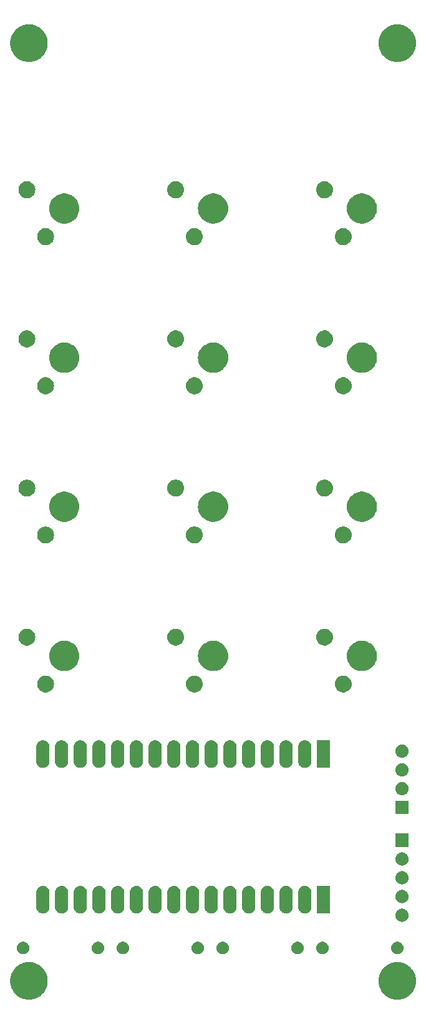
<source format=gts>
G04 #@! TF.GenerationSoftware,KiCad,Pcbnew,7.0.5*
G04 #@! TF.CreationDate,2023-07-05T20:45:45+08:00*
G04 #@! TF.ProjectId,exMoudle,65784d6f-7564-46c6-952e-6b696361645f,rev?*
G04 #@! TF.SameCoordinates,PX4433b78PY969def3*
G04 #@! TF.FileFunction,Soldermask,Top*
G04 #@! TF.FilePolarity,Negative*
%FSLAX45Y45*%
G04 Gerber Fmt 4.5, Leading zero omitted, Abs format (unit mm)*
G04 Created by KiCad (PCBNEW 7.0.5) date 2023-07-05 20:45:45*
%MOMM*%
%LPD*%
G01*
G04 APERTURE LIST*
G04 APERTURE END LIST*
G36*
X-2491832Y554497D02*
G01*
X-2483988Y554497D01*
X-2476783Y553587D01*
X-2469264Y553132D01*
X-2460569Y551538D01*
X-2452218Y550483D01*
X-2445750Y548823D01*
X-2438977Y547581D01*
X-2429902Y544754D01*
X-2421201Y542519D01*
X-2415540Y540278D01*
X-2409579Y538421D01*
X-2400296Y534243D01*
X-2391426Y530731D01*
X-2386610Y528083D01*
X-2381500Y525783D01*
X-2372196Y520159D01*
X-2363364Y515304D01*
X-2359400Y512424D01*
X-2355149Y509853D01*
X-2346033Y502712D01*
X-2337457Y496481D01*
X-2334320Y493535D01*
X-2330911Y490864D01*
X-2322203Y482157D01*
X-2314113Y474559D01*
X-2311752Y471705D01*
X-2309136Y469090D01*
X-2301058Y458778D01*
X-2293701Y449885D01*
X-2292039Y447267D01*
X-2290147Y444851D01*
X-2282927Y432908D01*
X-2276542Y422847D01*
X-2275478Y420587D01*
X-2274217Y418500D01*
X-2268083Y404871D01*
X-2262907Y393872D01*
X-2262322Y392070D01*
X-2261580Y390421D01*
X-2256748Y374917D01*
X-2253011Y363416D01*
X-2252770Y362150D01*
X-2252419Y361023D01*
X-2249094Y342881D01*
X-2247011Y331960D01*
X-2246968Y331279D01*
X-2246868Y330736D01*
X-2245239Y303791D01*
X-2245000Y300000D01*
X-2245239Y296209D01*
X-2246868Y269264D01*
X-2246968Y268721D01*
X-2247011Y268040D01*
X-2249095Y257117D01*
X-2252419Y238977D01*
X-2252770Y237851D01*
X-2253011Y236584D01*
X-2256749Y225081D01*
X-2261580Y209579D01*
X-2262321Y207931D01*
X-2262907Y206128D01*
X-2268084Y195127D01*
X-2274217Y181500D01*
X-2275478Y179414D01*
X-2276542Y177153D01*
X-2282928Y167090D01*
X-2290147Y155149D01*
X-2292039Y152734D01*
X-2293701Y150115D01*
X-2301059Y141220D01*
X-2309136Y130910D01*
X-2311751Y128295D01*
X-2314113Y125440D01*
X-2322205Y117842D01*
X-2330911Y109136D01*
X-2334320Y106465D01*
X-2337457Y103519D01*
X-2346035Y97287D01*
X-2355149Y90147D01*
X-2359399Y87577D01*
X-2363364Y84696D01*
X-2372198Y79840D01*
X-2381500Y74217D01*
X-2386609Y71917D01*
X-2391426Y69269D01*
X-2400297Y65757D01*
X-2409579Y61579D01*
X-2415538Y59723D01*
X-2421201Y57481D01*
X-2429904Y55246D01*
X-2438977Y52419D01*
X-2445749Y51178D01*
X-2452218Y49517D01*
X-2460570Y48462D01*
X-2469264Y46868D01*
X-2476781Y46414D01*
X-2483988Y45503D01*
X-2491833Y45503D01*
X-2500000Y45009D01*
X-2508167Y45503D01*
X-2516012Y45503D01*
X-2523219Y46414D01*
X-2530736Y46868D01*
X-2539430Y48462D01*
X-2547782Y49517D01*
X-2554251Y51178D01*
X-2561023Y52419D01*
X-2570097Y55246D01*
X-2578799Y57481D01*
X-2584462Y59722D01*
X-2590421Y61579D01*
X-2599704Y65757D01*
X-2608574Y69269D01*
X-2613390Y71917D01*
X-2618500Y74217D01*
X-2627803Y79841D01*
X-2636636Y84696D01*
X-2640600Y87577D01*
X-2644852Y90147D01*
X-2653966Y97288D01*
X-2662543Y103519D01*
X-2665680Y106465D01*
X-2669090Y109136D01*
X-2677797Y117843D01*
X-2685887Y125440D01*
X-2688248Y128295D01*
X-2690864Y130910D01*
X-2698943Y141222D01*
X-2706299Y150115D01*
X-2707961Y152733D01*
X-2709853Y155149D01*
X-2717074Y167093D01*
X-2723458Y177153D01*
X-2724522Y179413D01*
X-2725783Y181500D01*
X-2731918Y195132D01*
X-2737093Y206128D01*
X-2737679Y207930D01*
X-2738421Y209579D01*
X-2743254Y225088D01*
X-2746989Y236584D01*
X-2747230Y237850D01*
X-2747581Y238977D01*
X-2750908Y257130D01*
X-2752989Y268040D01*
X-2753032Y268720D01*
X-2753132Y269264D01*
X-2754764Y296250D01*
X-2755000Y300000D01*
X-2754764Y303750D01*
X-2753132Y330736D01*
X-2753032Y331280D01*
X-2752989Y331960D01*
X-2750909Y342867D01*
X-2747581Y361023D01*
X-2747230Y362150D01*
X-2746989Y363416D01*
X-2743254Y374909D01*
X-2738421Y390421D01*
X-2737678Y392070D01*
X-2737093Y393872D01*
X-2731920Y404866D01*
X-2725783Y418500D01*
X-2724522Y420587D01*
X-2723458Y422847D01*
X-2717076Y432905D01*
X-2709853Y444851D01*
X-2707961Y447268D01*
X-2706299Y449885D01*
X-2698944Y458776D01*
X-2690864Y469090D01*
X-2688248Y471706D01*
X-2685887Y474559D01*
X-2677798Y482155D01*
X-2669090Y490864D01*
X-2665679Y493536D01*
X-2662543Y496481D01*
X-2653968Y502711D01*
X-2644852Y509853D01*
X-2640599Y512424D01*
X-2636636Y515304D01*
X-2627805Y520158D01*
X-2618500Y525783D01*
X-2613389Y528084D01*
X-2608574Y530731D01*
X-2599705Y534242D01*
X-2590421Y538421D01*
X-2584460Y540278D01*
X-2578799Y542519D01*
X-2570099Y544753D01*
X-2561023Y547581D01*
X-2554250Y548823D01*
X-2547782Y550483D01*
X-2539432Y551538D01*
X-2530736Y553132D01*
X-2523217Y553587D01*
X-2516012Y554497D01*
X-2508168Y554497D01*
X-2500000Y554991D01*
X-2491832Y554497D01*
G37*
G36*
X2508168Y554497D02*
G01*
X2516012Y554497D01*
X2523217Y553587D01*
X2530736Y553132D01*
X2539432Y551538D01*
X2547782Y550483D01*
X2554250Y548823D01*
X2561023Y547581D01*
X2570098Y544754D01*
X2578799Y542519D01*
X2584461Y540278D01*
X2590421Y538421D01*
X2599704Y534243D01*
X2608574Y530731D01*
X2613390Y528083D01*
X2618500Y525783D01*
X2627804Y520159D01*
X2636636Y515304D01*
X2640600Y512424D01*
X2644851Y509853D01*
X2653967Y502712D01*
X2662543Y496481D01*
X2665680Y493535D01*
X2669090Y490864D01*
X2677797Y482157D01*
X2685887Y474559D01*
X2688248Y471705D01*
X2690864Y469090D01*
X2698942Y458778D01*
X2706299Y449885D01*
X2707961Y447267D01*
X2709853Y444851D01*
X2717073Y432908D01*
X2723458Y422847D01*
X2724522Y420587D01*
X2725783Y418500D01*
X2731917Y404871D01*
X2737093Y393872D01*
X2737679Y392070D01*
X2738421Y390421D01*
X2743252Y374917D01*
X2746989Y363416D01*
X2747230Y362150D01*
X2747581Y361023D01*
X2750906Y342881D01*
X2752989Y331960D01*
X2753032Y331279D01*
X2753132Y330736D01*
X2754761Y303791D01*
X2755000Y300000D01*
X2754761Y296209D01*
X2753132Y269264D01*
X2753032Y268721D01*
X2752989Y268040D01*
X2750906Y257117D01*
X2747581Y238977D01*
X2747230Y237851D01*
X2746989Y236584D01*
X2743251Y225081D01*
X2738421Y209579D01*
X2737679Y207931D01*
X2737093Y206128D01*
X2731916Y195127D01*
X2725783Y181500D01*
X2724522Y179414D01*
X2723458Y177153D01*
X2717072Y167090D01*
X2709853Y155149D01*
X2707961Y152734D01*
X2706299Y150115D01*
X2698941Y141220D01*
X2690864Y130910D01*
X2688249Y128295D01*
X2685887Y125440D01*
X2677795Y117842D01*
X2669090Y109136D01*
X2665680Y106465D01*
X2662543Y103519D01*
X2653965Y97287D01*
X2644851Y90147D01*
X2640601Y87577D01*
X2636636Y84696D01*
X2627802Y79840D01*
X2618500Y74217D01*
X2613391Y71917D01*
X2608574Y69269D01*
X2599703Y65757D01*
X2590421Y61579D01*
X2584462Y59723D01*
X2578799Y57481D01*
X2570096Y55246D01*
X2561023Y52419D01*
X2554251Y51178D01*
X2547782Y49517D01*
X2539430Y48462D01*
X2530736Y46868D01*
X2523219Y46414D01*
X2516012Y45503D01*
X2508167Y45503D01*
X2500000Y45009D01*
X2491833Y45503D01*
X2483988Y45503D01*
X2476781Y46414D01*
X2469264Y46868D01*
X2460570Y48462D01*
X2452218Y49517D01*
X2445749Y51178D01*
X2438977Y52419D01*
X2429903Y55246D01*
X2421201Y57481D01*
X2415539Y59722D01*
X2409579Y61579D01*
X2400297Y65757D01*
X2391426Y69269D01*
X2386610Y71917D01*
X2381500Y74217D01*
X2372197Y79841D01*
X2363364Y84696D01*
X2359400Y87577D01*
X2355149Y90147D01*
X2346034Y97288D01*
X2337457Y103519D01*
X2334320Y106465D01*
X2330910Y109136D01*
X2322203Y117843D01*
X2314113Y125440D01*
X2311752Y128295D01*
X2309136Y130910D01*
X2301057Y141222D01*
X2293701Y150115D01*
X2292039Y152733D01*
X2290147Y155149D01*
X2282926Y167093D01*
X2276542Y177153D01*
X2275478Y179413D01*
X2274217Y181500D01*
X2268082Y195132D01*
X2262907Y206128D01*
X2262322Y207930D01*
X2261579Y209579D01*
X2256746Y225088D01*
X2253011Y236584D01*
X2252770Y237850D01*
X2252419Y238977D01*
X2249092Y257130D01*
X2247011Y268040D01*
X2246968Y268720D01*
X2246868Y269264D01*
X2245236Y296250D01*
X2245000Y300000D01*
X2245236Y303750D01*
X2246868Y330736D01*
X2246968Y331280D01*
X2247011Y331960D01*
X2249091Y342867D01*
X2252419Y361023D01*
X2252770Y362150D01*
X2253011Y363416D01*
X2256746Y374909D01*
X2261579Y390421D01*
X2262322Y392070D01*
X2262907Y393872D01*
X2268081Y404866D01*
X2274217Y418500D01*
X2275478Y420587D01*
X2276542Y422847D01*
X2282924Y432905D01*
X2290147Y444851D01*
X2292040Y447268D01*
X2293701Y449885D01*
X2301056Y458776D01*
X2309136Y469090D01*
X2311752Y471706D01*
X2314113Y474559D01*
X2322202Y482155D01*
X2330910Y490864D01*
X2334321Y493536D01*
X2337457Y496481D01*
X2346032Y502711D01*
X2355149Y509853D01*
X2359401Y512424D01*
X2363364Y515304D01*
X2372195Y520158D01*
X2381500Y525783D01*
X2386611Y528084D01*
X2391426Y530731D01*
X2400295Y534242D01*
X2409579Y538421D01*
X2415540Y540278D01*
X2421201Y542519D01*
X2429901Y544753D01*
X2438977Y547581D01*
X2445750Y548823D01*
X2452218Y550483D01*
X2460568Y551538D01*
X2469264Y553132D01*
X2476783Y553587D01*
X2483988Y554497D01*
X2491832Y554497D01*
X2500000Y554991D01*
X2508168Y554497D01*
G37*
G36*
X-2553234Y824670D02*
G01*
X-2537000Y817442D01*
X-2522624Y806997D01*
X-2510734Y793792D01*
X-2501849Y778402D01*
X-2496358Y761502D01*
X-2494500Y743830D01*
X-2496358Y726157D01*
X-2501849Y709257D01*
X-2510734Y693868D01*
X-2522624Y680663D01*
X-2537000Y670218D01*
X-2553234Y662990D01*
X-2570615Y659296D01*
X-2588385Y659296D01*
X-2605766Y662990D01*
X-2622000Y670218D01*
X-2636376Y680663D01*
X-2648266Y693868D01*
X-2657151Y709257D01*
X-2662643Y726157D01*
X-2664500Y743830D01*
X-2662643Y761502D01*
X-2657151Y778402D01*
X-2648266Y793792D01*
X-2636376Y806997D01*
X-2622000Y817442D01*
X-2605766Y824670D01*
X-2588385Y828364D01*
X-2570615Y828364D01*
X-2553234Y824670D01*
G37*
G36*
X-1537234Y824670D02*
G01*
X-1521000Y817442D01*
X-1506624Y806997D01*
X-1494734Y793792D01*
X-1485849Y778402D01*
X-1480357Y761502D01*
X-1478500Y743830D01*
X-1480357Y726157D01*
X-1485849Y709257D01*
X-1494734Y693868D01*
X-1506624Y680663D01*
X-1521000Y670218D01*
X-1537234Y662990D01*
X-1554615Y659296D01*
X-1572385Y659296D01*
X-1589766Y662990D01*
X-1606000Y670218D01*
X-1620376Y680663D01*
X-1632266Y693868D01*
X-1641151Y709257D01*
X-1646642Y726157D01*
X-1648500Y743830D01*
X-1646642Y761502D01*
X-1641151Y778402D01*
X-1632266Y793792D01*
X-1620376Y806997D01*
X-1606000Y817442D01*
X-1589766Y824670D01*
X-1572385Y828364D01*
X-1554615Y828364D01*
X-1537234Y824670D01*
G37*
G36*
X-1198567Y824670D02*
G01*
X-1182333Y817442D01*
X-1167957Y806997D01*
X-1156067Y793792D01*
X-1147182Y778402D01*
X-1141691Y761502D01*
X-1139833Y743830D01*
X-1141691Y726157D01*
X-1147182Y709257D01*
X-1156067Y693868D01*
X-1167957Y680663D01*
X-1182333Y670218D01*
X-1198567Y662990D01*
X-1215949Y659296D01*
X-1233718Y659296D01*
X-1251100Y662990D01*
X-1267333Y670218D01*
X-1281710Y680663D01*
X-1293600Y693868D01*
X-1302485Y709257D01*
X-1307976Y726157D01*
X-1309833Y743830D01*
X-1307976Y761502D01*
X-1302485Y778402D01*
X-1293600Y793792D01*
X-1281710Y806997D01*
X-1267333Y817442D01*
X-1251100Y824670D01*
X-1233718Y828364D01*
X-1215949Y828364D01*
X-1198567Y824670D01*
G37*
G36*
X-182567Y824670D02*
G01*
X-166333Y817442D01*
X-151957Y806997D01*
X-140067Y793792D01*
X-131182Y778402D01*
X-125691Y761502D01*
X-123833Y743830D01*
X-125691Y726157D01*
X-131182Y709257D01*
X-140067Y693868D01*
X-151957Y680663D01*
X-166333Y670218D01*
X-182567Y662990D01*
X-199948Y659296D01*
X-217718Y659296D01*
X-235100Y662990D01*
X-251333Y670218D01*
X-265710Y680663D01*
X-277600Y693868D01*
X-286485Y709257D01*
X-291976Y726157D01*
X-293833Y743830D01*
X-291976Y761502D01*
X-286485Y778402D01*
X-277600Y793792D01*
X-265710Y806997D01*
X-251333Y817442D01*
X-235100Y824670D01*
X-217718Y828364D01*
X-199948Y828364D01*
X-182567Y824670D01*
G37*
G36*
X156100Y824670D02*
G01*
X172333Y817442D01*
X186709Y806997D01*
X198600Y793792D01*
X207485Y778402D01*
X212976Y761502D01*
X214833Y743830D01*
X212976Y726157D01*
X207485Y709257D01*
X198600Y693868D01*
X186709Y680663D01*
X172333Y670218D01*
X156100Y662990D01*
X138718Y659296D01*
X120948Y659296D01*
X103567Y662990D01*
X87333Y670218D01*
X72957Y680663D01*
X61067Y693868D01*
X52182Y709257D01*
X46691Y726157D01*
X44833Y743830D01*
X46691Y761502D01*
X52182Y778402D01*
X61067Y793792D01*
X72957Y806997D01*
X87333Y817442D01*
X103567Y824670D01*
X120948Y828364D01*
X138718Y828364D01*
X156100Y824670D01*
G37*
G36*
X1172100Y824670D02*
G01*
X1188333Y817442D01*
X1202709Y806997D01*
X1214600Y793792D01*
X1223485Y778402D01*
X1228976Y761502D01*
X1230833Y743830D01*
X1228976Y726157D01*
X1223485Y709257D01*
X1214600Y693868D01*
X1202709Y680663D01*
X1188333Y670218D01*
X1172100Y662990D01*
X1154718Y659296D01*
X1136948Y659296D01*
X1119567Y662990D01*
X1103333Y670218D01*
X1088957Y680663D01*
X1077067Y693868D01*
X1068182Y709257D01*
X1062691Y726157D01*
X1060833Y743830D01*
X1062691Y761502D01*
X1068182Y778402D01*
X1077067Y793792D01*
X1088957Y806997D01*
X1103333Y817442D01*
X1119567Y824670D01*
X1136948Y828364D01*
X1154718Y828364D01*
X1172100Y824670D01*
G37*
G36*
X1510766Y824670D02*
G01*
X1527000Y817442D01*
X1541376Y806997D01*
X1553266Y793792D01*
X1562151Y778402D01*
X1567642Y761502D01*
X1569500Y743830D01*
X1567642Y726157D01*
X1562151Y709257D01*
X1553266Y693868D01*
X1541376Y680663D01*
X1527000Y670218D01*
X1510766Y662990D01*
X1493385Y659296D01*
X1475615Y659296D01*
X1458234Y662990D01*
X1442000Y670218D01*
X1427624Y680663D01*
X1415734Y693868D01*
X1406849Y709257D01*
X1401357Y726157D01*
X1399500Y743830D01*
X1401357Y761502D01*
X1406849Y778402D01*
X1415734Y793792D01*
X1427624Y806997D01*
X1442000Y817442D01*
X1458234Y824670D01*
X1475615Y828364D01*
X1493385Y828364D01*
X1510766Y824670D01*
G37*
G36*
X2526766Y824670D02*
G01*
X2543000Y817442D01*
X2557376Y806997D01*
X2569266Y793792D01*
X2578151Y778402D01*
X2583643Y761502D01*
X2585500Y743830D01*
X2583643Y726157D01*
X2578151Y709257D01*
X2569266Y693868D01*
X2557376Y680663D01*
X2543000Y670218D01*
X2526766Y662990D01*
X2509385Y659296D01*
X2491615Y659296D01*
X2474234Y662990D01*
X2458000Y670218D01*
X2443624Y680663D01*
X2431734Y693868D01*
X2422849Y709257D01*
X2417358Y726157D01*
X2415500Y743830D01*
X2417358Y761502D01*
X2422849Y778402D01*
X2431734Y793792D01*
X2443624Y806997D01*
X2458000Y817442D01*
X2474234Y824670D01*
X2491615Y828364D01*
X2509385Y828364D01*
X2526766Y824670D01*
G37*
G36*
X2568761Y1277837D02*
G01*
X2573408Y1277837D01*
X2577420Y1276984D01*
X2581553Y1276577D01*
X2586746Y1275002D01*
X2591812Y1273925D01*
X2595053Y1272482D01*
X2598432Y1271457D01*
X2603802Y1268586D01*
X2609000Y1266272D01*
X2611417Y1264517D01*
X2613988Y1263142D01*
X2619233Y1258837D01*
X2624222Y1255213D01*
X2625841Y1253414D01*
X2627623Y1251953D01*
X2632409Y1246120D01*
X2636812Y1241231D01*
X2637737Y1239628D01*
X2638812Y1238318D01*
X2642791Y1230874D01*
X2646219Y1224936D01*
X2646613Y1223723D01*
X2647127Y1222762D01*
X2649957Y1213433D01*
X2652033Y1207042D01*
X2652106Y1206347D01*
X2652247Y1205883D01*
X2653615Y1191991D01*
X2654000Y1188330D01*
X2653615Y1184668D01*
X2652247Y1170777D01*
X2652106Y1170314D01*
X2652033Y1169618D01*
X2649956Y1163226D01*
X2647127Y1153898D01*
X2646614Y1152938D01*
X2646219Y1151724D01*
X2642790Y1145785D01*
X2638812Y1138342D01*
X2637737Y1137032D01*
X2636812Y1135429D01*
X2632408Y1130539D01*
X2627623Y1124707D01*
X2625842Y1123246D01*
X2624222Y1121447D01*
X2619232Y1117822D01*
X2613988Y1113518D01*
X2611417Y1112144D01*
X2609000Y1110388D01*
X2603801Y1108073D01*
X2598432Y1105203D01*
X2595053Y1104178D01*
X2591812Y1102735D01*
X2586745Y1101658D01*
X2581553Y1100083D01*
X2577421Y1099676D01*
X2573408Y1098823D01*
X2568760Y1098823D01*
X2564000Y1098354D01*
X2559240Y1098823D01*
X2554592Y1098823D01*
X2550579Y1099676D01*
X2546447Y1100083D01*
X2541255Y1101658D01*
X2536189Y1102735D01*
X2532947Y1104178D01*
X2529568Y1105203D01*
X2524198Y1108073D01*
X2519000Y1110388D01*
X2516583Y1112144D01*
X2514012Y1113518D01*
X2508767Y1117823D01*
X2503778Y1121447D01*
X2502159Y1123246D01*
X2500377Y1124707D01*
X2495591Y1130540D01*
X2491189Y1135429D01*
X2490263Y1137031D01*
X2489188Y1138342D01*
X2485209Y1145787D01*
X2481781Y1151724D01*
X2481387Y1152937D01*
X2480873Y1153898D01*
X2478042Y1163230D01*
X2475967Y1169618D01*
X2475894Y1170313D01*
X2475753Y1170777D01*
X2474383Y1184683D01*
X2474000Y1188330D01*
X2474383Y1191976D01*
X2475753Y1205883D01*
X2475894Y1206347D01*
X2475967Y1207042D01*
X2478042Y1213428D01*
X2480873Y1222762D01*
X2481387Y1223723D01*
X2481781Y1224936D01*
X2485208Y1230872D01*
X2489188Y1238318D01*
X2490264Y1239629D01*
X2491189Y1241231D01*
X2495590Y1246119D01*
X2500377Y1251953D01*
X2502159Y1253415D01*
X2503778Y1255213D01*
X2508766Y1258837D01*
X2514012Y1263142D01*
X2516584Y1264517D01*
X2519000Y1266272D01*
X2524197Y1268586D01*
X2529568Y1271457D01*
X2532947Y1272482D01*
X2536189Y1273925D01*
X2541254Y1275002D01*
X2546447Y1276577D01*
X2550580Y1276984D01*
X2554592Y1277837D01*
X2559239Y1277837D01*
X2564000Y1278306D01*
X2568761Y1277837D01*
G37*
G36*
X1586913Y1585949D02*
G01*
X1588535Y1584865D01*
X1589619Y1583243D01*
X1590000Y1581330D01*
X1590000Y1216930D01*
X1589619Y1215017D01*
X1588535Y1213394D01*
X1586913Y1212311D01*
X1585000Y1211930D01*
X1413800Y1211930D01*
X1411887Y1212311D01*
X1410264Y1213394D01*
X1409181Y1215017D01*
X1408800Y1216930D01*
X1408800Y1581330D01*
X1409181Y1583243D01*
X1410264Y1584865D01*
X1411887Y1585949D01*
X1413800Y1586330D01*
X1585000Y1586330D01*
X1586913Y1585949D01*
G37*
G36*
X-2307621Y1585837D02*
G01*
X-2300592Y1585837D01*
X-2298390Y1585369D01*
X-2296375Y1585267D01*
X-2289342Y1583446D01*
X-2282189Y1581925D01*
X-2280409Y1581132D01*
X-2278751Y1580703D01*
X-2271936Y1577360D01*
X-2265000Y1574272D01*
X-2263669Y1573305D01*
X-2262407Y1572686D01*
X-2256140Y1567835D01*
X-2249778Y1563213D01*
X-2248880Y1562215D01*
X-2248011Y1561542D01*
X-2242617Y1555260D01*
X-2237189Y1549231D01*
X-2236669Y1548331D01*
X-2236153Y1547729D01*
X-2231941Y1540141D01*
X-2227781Y1532936D01*
X-2227554Y1532238D01*
X-2227318Y1531812D01*
X-2224565Y1523040D01*
X-2221967Y1515042D01*
X-2221922Y1514614D01*
X-2221868Y1514441D01*
X-2220794Y1503883D01*
X-2220000Y1496330D01*
X-2220000Y1301930D01*
X-2220013Y1301812D01*
X-2220462Y1292952D01*
X-2221448Y1288154D01*
X-2221967Y1283218D01*
X-2223315Y1279068D01*
X-2224152Y1274995D01*
X-2226155Y1270328D01*
X-2227781Y1265324D01*
X-2229813Y1261805D01*
X-2231331Y1258265D01*
X-2234408Y1253845D01*
X-2237189Y1249029D01*
X-2239706Y1246233D01*
X-2241731Y1243323D01*
X-2245858Y1239400D01*
X-2249778Y1235047D01*
X-2252579Y1233013D01*
X-2254927Y1230780D01*
X-2260022Y1227604D01*
X-2265000Y1223988D01*
X-2267886Y1222703D01*
X-2270376Y1221151D01*
X-2276298Y1218958D01*
X-2282189Y1216335D01*
X-2284984Y1215741D01*
X-2287448Y1214828D01*
X-2294000Y1213824D01*
X-2300592Y1212423D01*
X-2303147Y1212423D01*
X-2305443Y1212071D01*
X-2312378Y1212423D01*
X-2319408Y1212423D01*
X-2321611Y1212891D01*
X-2323625Y1212993D01*
X-2330656Y1214814D01*
X-2337812Y1216335D01*
X-2339592Y1217128D01*
X-2341249Y1217557D01*
X-2348063Y1220899D01*
X-2355000Y1223988D01*
X-2356331Y1224955D01*
X-2357593Y1225574D01*
X-2363860Y1230425D01*
X-2370222Y1235047D01*
X-2371120Y1236044D01*
X-2371989Y1236717D01*
X-2377383Y1243001D01*
X-2382812Y1249029D01*
X-2383331Y1249929D01*
X-2383848Y1250531D01*
X-2388060Y1258120D01*
X-2392219Y1265324D01*
X-2392446Y1266022D01*
X-2392683Y1266448D01*
X-2395437Y1275226D01*
X-2398033Y1283218D01*
X-2398078Y1283646D01*
X-2398133Y1283819D01*
X-2399207Y1294384D01*
X-2400000Y1301930D01*
X-2400000Y1496330D01*
X-2399988Y1496448D01*
X-2399538Y1505308D01*
X-2398552Y1510107D01*
X-2398033Y1515042D01*
X-2396685Y1519191D01*
X-2395848Y1523265D01*
X-2393845Y1527933D01*
X-2392219Y1532936D01*
X-2390188Y1536454D01*
X-2388669Y1539995D01*
X-2385591Y1544417D01*
X-2382812Y1549231D01*
X-2380295Y1552026D01*
X-2378269Y1554936D01*
X-2374141Y1558861D01*
X-2370222Y1563213D01*
X-2367423Y1565247D01*
X-2365074Y1567479D01*
X-2359977Y1570657D01*
X-2355000Y1574272D01*
X-2352115Y1575557D01*
X-2349624Y1577109D01*
X-2343700Y1579303D01*
X-2337812Y1581925D01*
X-2335018Y1582519D01*
X-2332552Y1583432D01*
X-2325998Y1584436D01*
X-2319408Y1585837D01*
X-2316854Y1585837D01*
X-2314558Y1586189D01*
X-2307621Y1585837D01*
G37*
G36*
X-2053621Y1585837D02*
G01*
X-2046592Y1585837D01*
X-2044390Y1585369D01*
X-2042375Y1585267D01*
X-2035342Y1583446D01*
X-2028188Y1581925D01*
X-2026408Y1581132D01*
X-2024751Y1580703D01*
X-2017936Y1577360D01*
X-2011000Y1574272D01*
X-2009669Y1573305D01*
X-2008407Y1572686D01*
X-2002140Y1567835D01*
X-1995778Y1563213D01*
X-1994880Y1562215D01*
X-1994011Y1561542D01*
X-1988617Y1555260D01*
X-1983188Y1549231D01*
X-1982669Y1548331D01*
X-1982152Y1547729D01*
X-1977941Y1540141D01*
X-1973781Y1532936D01*
X-1973554Y1532238D01*
X-1973318Y1531812D01*
X-1970565Y1523040D01*
X-1967967Y1515042D01*
X-1967922Y1514614D01*
X-1967868Y1514441D01*
X-1966794Y1503883D01*
X-1966000Y1496330D01*
X-1966000Y1301930D01*
X-1966012Y1301812D01*
X-1966462Y1292952D01*
X-1967448Y1288154D01*
X-1967967Y1283218D01*
X-1969315Y1279068D01*
X-1970152Y1274995D01*
X-1972155Y1270328D01*
X-1973781Y1265324D01*
X-1975812Y1261805D01*
X-1977331Y1258265D01*
X-1980408Y1253845D01*
X-1983188Y1249029D01*
X-1985706Y1246233D01*
X-1987731Y1243323D01*
X-1991858Y1239400D01*
X-1995778Y1235047D01*
X-1998578Y1233013D01*
X-2000926Y1230780D01*
X-2006022Y1227604D01*
X-2011000Y1223988D01*
X-2013886Y1222703D01*
X-2016376Y1221151D01*
X-2022298Y1218958D01*
X-2028188Y1216335D01*
X-2030983Y1215741D01*
X-2033448Y1214828D01*
X-2040000Y1213824D01*
X-2046592Y1212423D01*
X-2049147Y1212423D01*
X-2051443Y1212071D01*
X-2058377Y1212423D01*
X-2065408Y1212423D01*
X-2067611Y1212891D01*
X-2069625Y1212993D01*
X-2076656Y1214814D01*
X-2083811Y1216335D01*
X-2085592Y1217128D01*
X-2087249Y1217557D01*
X-2094063Y1220899D01*
X-2101000Y1223988D01*
X-2102331Y1224955D01*
X-2103593Y1225574D01*
X-2109860Y1230425D01*
X-2116222Y1235047D01*
X-2117120Y1236044D01*
X-2117989Y1236717D01*
X-2123383Y1243001D01*
X-2128812Y1249029D01*
X-2129331Y1249929D01*
X-2129848Y1250531D01*
X-2134060Y1258120D01*
X-2138219Y1265324D01*
X-2138446Y1266022D01*
X-2138683Y1266448D01*
X-2141437Y1275226D01*
X-2144033Y1283218D01*
X-2144078Y1283646D01*
X-2144133Y1283819D01*
X-2145207Y1294384D01*
X-2146000Y1301930D01*
X-2146000Y1496330D01*
X-2145988Y1496448D01*
X-2145538Y1505308D01*
X-2144552Y1510107D01*
X-2144033Y1515042D01*
X-2142685Y1519191D01*
X-2141848Y1523265D01*
X-2139845Y1527933D01*
X-2138219Y1532936D01*
X-2136188Y1536454D01*
X-2134669Y1539995D01*
X-2131591Y1544417D01*
X-2128812Y1549231D01*
X-2126295Y1552026D01*
X-2124269Y1554936D01*
X-2120141Y1558861D01*
X-2116222Y1563213D01*
X-2113423Y1565247D01*
X-2111074Y1567479D01*
X-2105977Y1570657D01*
X-2101000Y1574272D01*
X-2098115Y1575557D01*
X-2095624Y1577109D01*
X-2089700Y1579303D01*
X-2083811Y1581925D01*
X-2081017Y1582519D01*
X-2078552Y1583432D01*
X-2071998Y1584436D01*
X-2065408Y1585837D01*
X-2062854Y1585837D01*
X-2060557Y1586189D01*
X-2053621Y1585837D01*
G37*
G36*
X-1799621Y1585837D02*
G01*
X-1792592Y1585837D01*
X-1790390Y1585369D01*
X-1788375Y1585267D01*
X-1781342Y1583446D01*
X-1774188Y1581925D01*
X-1772408Y1581132D01*
X-1770751Y1580703D01*
X-1763936Y1577360D01*
X-1757000Y1574272D01*
X-1755669Y1573305D01*
X-1754407Y1572686D01*
X-1748140Y1567835D01*
X-1741778Y1563213D01*
X-1740880Y1562215D01*
X-1740011Y1561542D01*
X-1734617Y1555260D01*
X-1729188Y1549231D01*
X-1728669Y1548331D01*
X-1728152Y1547729D01*
X-1723941Y1540141D01*
X-1719781Y1532936D01*
X-1719554Y1532238D01*
X-1719318Y1531812D01*
X-1716565Y1523040D01*
X-1713967Y1515042D01*
X-1713922Y1514614D01*
X-1713868Y1514441D01*
X-1712794Y1503883D01*
X-1712000Y1496330D01*
X-1712000Y1301930D01*
X-1712012Y1301812D01*
X-1712462Y1292952D01*
X-1713448Y1288154D01*
X-1713967Y1283218D01*
X-1715315Y1279068D01*
X-1716152Y1274995D01*
X-1718155Y1270328D01*
X-1719781Y1265324D01*
X-1721812Y1261805D01*
X-1723331Y1258265D01*
X-1726408Y1253845D01*
X-1729188Y1249029D01*
X-1731706Y1246233D01*
X-1733731Y1243323D01*
X-1737858Y1239400D01*
X-1741778Y1235047D01*
X-1744578Y1233013D01*
X-1746926Y1230780D01*
X-1752022Y1227604D01*
X-1757000Y1223988D01*
X-1759886Y1222703D01*
X-1762376Y1221151D01*
X-1768298Y1218958D01*
X-1774188Y1216335D01*
X-1776983Y1215741D01*
X-1779448Y1214828D01*
X-1786000Y1213824D01*
X-1792592Y1212423D01*
X-1795147Y1212423D01*
X-1797443Y1212071D01*
X-1804377Y1212423D01*
X-1811408Y1212423D01*
X-1813611Y1212891D01*
X-1815625Y1212993D01*
X-1822656Y1214814D01*
X-1829811Y1216335D01*
X-1831592Y1217128D01*
X-1833249Y1217557D01*
X-1840063Y1220899D01*
X-1847000Y1223988D01*
X-1848331Y1224955D01*
X-1849593Y1225574D01*
X-1855860Y1230425D01*
X-1862222Y1235047D01*
X-1863120Y1236044D01*
X-1863989Y1236717D01*
X-1869383Y1243001D01*
X-1874811Y1249029D01*
X-1875331Y1249929D01*
X-1875848Y1250531D01*
X-1880060Y1258120D01*
X-1884219Y1265324D01*
X-1884446Y1266022D01*
X-1884682Y1266448D01*
X-1887437Y1275226D01*
X-1890033Y1283218D01*
X-1890078Y1283646D01*
X-1890132Y1283819D01*
X-1891207Y1294384D01*
X-1892000Y1301930D01*
X-1892000Y1496330D01*
X-1891988Y1496448D01*
X-1891538Y1505308D01*
X-1890552Y1510107D01*
X-1890033Y1515042D01*
X-1888685Y1519191D01*
X-1887848Y1523265D01*
X-1885845Y1527933D01*
X-1884219Y1532936D01*
X-1882188Y1536454D01*
X-1880669Y1539995D01*
X-1877591Y1544417D01*
X-1874811Y1549231D01*
X-1872295Y1552026D01*
X-1870269Y1554936D01*
X-1866140Y1558861D01*
X-1862222Y1563213D01*
X-1859422Y1565247D01*
X-1857074Y1567479D01*
X-1851976Y1570657D01*
X-1847000Y1574272D01*
X-1844115Y1575557D01*
X-1841624Y1577109D01*
X-1835700Y1579303D01*
X-1829811Y1581925D01*
X-1827017Y1582519D01*
X-1824552Y1583432D01*
X-1817998Y1584436D01*
X-1811408Y1585837D01*
X-1808854Y1585837D01*
X-1806557Y1586189D01*
X-1799621Y1585837D01*
G37*
G36*
X-1545621Y1585837D02*
G01*
X-1538592Y1585837D01*
X-1536390Y1585369D01*
X-1534375Y1585267D01*
X-1527342Y1583446D01*
X-1520188Y1581925D01*
X-1518408Y1581132D01*
X-1516751Y1580703D01*
X-1509936Y1577360D01*
X-1503000Y1574272D01*
X-1501669Y1573305D01*
X-1500407Y1572686D01*
X-1494140Y1567835D01*
X-1487778Y1563213D01*
X-1486880Y1562215D01*
X-1486011Y1561542D01*
X-1480617Y1555260D01*
X-1475188Y1549231D01*
X-1474669Y1548331D01*
X-1474152Y1547729D01*
X-1469941Y1540141D01*
X-1465781Y1532936D01*
X-1465554Y1532238D01*
X-1465318Y1531812D01*
X-1462565Y1523040D01*
X-1459967Y1515042D01*
X-1459922Y1514614D01*
X-1459868Y1514441D01*
X-1458794Y1503883D01*
X-1458000Y1496330D01*
X-1458000Y1301930D01*
X-1458012Y1301812D01*
X-1458462Y1292952D01*
X-1459448Y1288154D01*
X-1459967Y1283218D01*
X-1461315Y1279068D01*
X-1462152Y1274995D01*
X-1464155Y1270328D01*
X-1465781Y1265324D01*
X-1467812Y1261805D01*
X-1469331Y1258265D01*
X-1472408Y1253845D01*
X-1475188Y1249029D01*
X-1477706Y1246233D01*
X-1479731Y1243323D01*
X-1483858Y1239400D01*
X-1487778Y1235047D01*
X-1490578Y1233013D01*
X-1492926Y1230780D01*
X-1498022Y1227604D01*
X-1503000Y1223988D01*
X-1505886Y1222703D01*
X-1508376Y1221151D01*
X-1514298Y1218958D01*
X-1520188Y1216335D01*
X-1522983Y1215741D01*
X-1525448Y1214828D01*
X-1532000Y1213824D01*
X-1538592Y1212423D01*
X-1541147Y1212423D01*
X-1543443Y1212071D01*
X-1550377Y1212423D01*
X-1557408Y1212423D01*
X-1559611Y1212891D01*
X-1561625Y1212993D01*
X-1568656Y1214814D01*
X-1575811Y1216335D01*
X-1577592Y1217128D01*
X-1579249Y1217557D01*
X-1586063Y1220899D01*
X-1593000Y1223988D01*
X-1594331Y1224955D01*
X-1595593Y1225574D01*
X-1601860Y1230425D01*
X-1608222Y1235047D01*
X-1609120Y1236044D01*
X-1609989Y1236717D01*
X-1615383Y1243001D01*
X-1620811Y1249029D01*
X-1621331Y1249929D01*
X-1621848Y1250531D01*
X-1626060Y1258120D01*
X-1630219Y1265324D01*
X-1630446Y1266022D01*
X-1630682Y1266448D01*
X-1633437Y1275226D01*
X-1636033Y1283218D01*
X-1636078Y1283646D01*
X-1636132Y1283819D01*
X-1637207Y1294384D01*
X-1638000Y1301930D01*
X-1638000Y1496330D01*
X-1637988Y1496448D01*
X-1637538Y1505308D01*
X-1636552Y1510107D01*
X-1636033Y1515042D01*
X-1634685Y1519191D01*
X-1633848Y1523265D01*
X-1631845Y1527933D01*
X-1630219Y1532936D01*
X-1628188Y1536454D01*
X-1626669Y1539995D01*
X-1623591Y1544417D01*
X-1620811Y1549231D01*
X-1618295Y1552026D01*
X-1616269Y1554936D01*
X-1612140Y1558861D01*
X-1608222Y1563213D01*
X-1605422Y1565247D01*
X-1603074Y1567479D01*
X-1597976Y1570657D01*
X-1593000Y1574272D01*
X-1590115Y1575557D01*
X-1587624Y1577109D01*
X-1581700Y1579303D01*
X-1575811Y1581925D01*
X-1573017Y1582519D01*
X-1570552Y1583432D01*
X-1563998Y1584436D01*
X-1557408Y1585837D01*
X-1554854Y1585837D01*
X-1552557Y1586189D01*
X-1545621Y1585837D01*
G37*
G36*
X-1291621Y1585837D02*
G01*
X-1284592Y1585837D01*
X-1282390Y1585369D01*
X-1280375Y1585267D01*
X-1273342Y1583446D01*
X-1266189Y1581925D01*
X-1264409Y1581132D01*
X-1262751Y1580703D01*
X-1255936Y1577360D01*
X-1249000Y1574272D01*
X-1247669Y1573305D01*
X-1246407Y1572686D01*
X-1240140Y1567835D01*
X-1233778Y1563213D01*
X-1232880Y1562215D01*
X-1232011Y1561542D01*
X-1226617Y1555260D01*
X-1221189Y1549231D01*
X-1220669Y1548331D01*
X-1220153Y1547729D01*
X-1215941Y1540141D01*
X-1211781Y1532936D01*
X-1211554Y1532238D01*
X-1211318Y1531812D01*
X-1208565Y1523040D01*
X-1205967Y1515042D01*
X-1205922Y1514614D01*
X-1205868Y1514441D01*
X-1204794Y1503883D01*
X-1204000Y1496330D01*
X-1204000Y1301930D01*
X-1204013Y1301812D01*
X-1204462Y1292952D01*
X-1205448Y1288154D01*
X-1205967Y1283218D01*
X-1207315Y1279068D01*
X-1208152Y1274995D01*
X-1210155Y1270328D01*
X-1211781Y1265324D01*
X-1213813Y1261805D01*
X-1215331Y1258265D01*
X-1218408Y1253845D01*
X-1221189Y1249029D01*
X-1223706Y1246233D01*
X-1225731Y1243323D01*
X-1229858Y1239400D01*
X-1233778Y1235047D01*
X-1236579Y1233013D01*
X-1238927Y1230780D01*
X-1244022Y1227604D01*
X-1249000Y1223988D01*
X-1251886Y1222703D01*
X-1254376Y1221151D01*
X-1260298Y1218958D01*
X-1266189Y1216335D01*
X-1268984Y1215741D01*
X-1271448Y1214828D01*
X-1278000Y1213824D01*
X-1284592Y1212423D01*
X-1287147Y1212423D01*
X-1289443Y1212071D01*
X-1296378Y1212423D01*
X-1303408Y1212423D01*
X-1305611Y1212891D01*
X-1307625Y1212993D01*
X-1314656Y1214814D01*
X-1321812Y1216335D01*
X-1323592Y1217128D01*
X-1325249Y1217557D01*
X-1332063Y1220899D01*
X-1339000Y1223988D01*
X-1340331Y1224955D01*
X-1341593Y1225574D01*
X-1347860Y1230425D01*
X-1354222Y1235047D01*
X-1355120Y1236044D01*
X-1355989Y1236717D01*
X-1361383Y1243001D01*
X-1366812Y1249029D01*
X-1367331Y1249929D01*
X-1367848Y1250531D01*
X-1372060Y1258120D01*
X-1376219Y1265324D01*
X-1376446Y1266022D01*
X-1376683Y1266448D01*
X-1379437Y1275226D01*
X-1382033Y1283218D01*
X-1382078Y1283646D01*
X-1382133Y1283819D01*
X-1383207Y1294384D01*
X-1384000Y1301930D01*
X-1384000Y1496330D01*
X-1383988Y1496448D01*
X-1383538Y1505308D01*
X-1382552Y1510107D01*
X-1382033Y1515042D01*
X-1380685Y1519191D01*
X-1379848Y1523265D01*
X-1377845Y1527933D01*
X-1376219Y1532936D01*
X-1374188Y1536454D01*
X-1372669Y1539995D01*
X-1369591Y1544417D01*
X-1366812Y1549231D01*
X-1364295Y1552026D01*
X-1362269Y1554936D01*
X-1358141Y1558861D01*
X-1354222Y1563213D01*
X-1351423Y1565247D01*
X-1349074Y1567479D01*
X-1343977Y1570657D01*
X-1339000Y1574272D01*
X-1336115Y1575557D01*
X-1333624Y1577109D01*
X-1327700Y1579303D01*
X-1321812Y1581925D01*
X-1319018Y1582519D01*
X-1316552Y1583432D01*
X-1309998Y1584436D01*
X-1303408Y1585837D01*
X-1300854Y1585837D01*
X-1298558Y1586189D01*
X-1291621Y1585837D01*
G37*
G36*
X-1037621Y1585837D02*
G01*
X-1030592Y1585837D01*
X-1028390Y1585369D01*
X-1026375Y1585267D01*
X-1019342Y1583446D01*
X-1012188Y1581925D01*
X-1010408Y1581132D01*
X-1008751Y1580703D01*
X-1001936Y1577360D01*
X-995000Y1574272D01*
X-993669Y1573305D01*
X-992407Y1572686D01*
X-986140Y1567835D01*
X-979778Y1563213D01*
X-978880Y1562215D01*
X-978011Y1561542D01*
X-972617Y1555260D01*
X-967188Y1549231D01*
X-966669Y1548331D01*
X-966152Y1547729D01*
X-961941Y1540141D01*
X-957781Y1532936D01*
X-957554Y1532238D01*
X-957318Y1531812D01*
X-954565Y1523040D01*
X-951967Y1515042D01*
X-951922Y1514614D01*
X-951868Y1514441D01*
X-950794Y1503883D01*
X-950000Y1496330D01*
X-950000Y1301930D01*
X-950012Y1301812D01*
X-950462Y1292952D01*
X-951448Y1288154D01*
X-951967Y1283218D01*
X-953315Y1279068D01*
X-954152Y1274995D01*
X-956155Y1270328D01*
X-957781Y1265324D01*
X-959812Y1261805D01*
X-961331Y1258265D01*
X-964408Y1253845D01*
X-967188Y1249029D01*
X-969706Y1246233D01*
X-971731Y1243323D01*
X-975858Y1239400D01*
X-979778Y1235047D01*
X-982578Y1233013D01*
X-984926Y1230780D01*
X-990022Y1227604D01*
X-995000Y1223988D01*
X-997886Y1222703D01*
X-1000376Y1221151D01*
X-1006298Y1218958D01*
X-1012188Y1216335D01*
X-1014983Y1215741D01*
X-1017448Y1214828D01*
X-1024000Y1213824D01*
X-1030592Y1212423D01*
X-1033147Y1212423D01*
X-1035443Y1212071D01*
X-1042377Y1212423D01*
X-1049408Y1212423D01*
X-1051611Y1212891D01*
X-1053625Y1212993D01*
X-1060656Y1214814D01*
X-1067812Y1216335D01*
X-1069592Y1217128D01*
X-1071249Y1217557D01*
X-1078063Y1220899D01*
X-1085000Y1223988D01*
X-1086331Y1224955D01*
X-1087593Y1225574D01*
X-1093860Y1230425D01*
X-1100222Y1235047D01*
X-1101120Y1236044D01*
X-1101989Y1236717D01*
X-1107383Y1243001D01*
X-1112812Y1249029D01*
X-1113331Y1249929D01*
X-1113848Y1250531D01*
X-1118060Y1258120D01*
X-1122219Y1265324D01*
X-1122446Y1266022D01*
X-1122683Y1266448D01*
X-1125437Y1275226D01*
X-1128033Y1283218D01*
X-1128078Y1283646D01*
X-1128133Y1283819D01*
X-1129207Y1294384D01*
X-1130000Y1301930D01*
X-1130000Y1496330D01*
X-1129988Y1496448D01*
X-1129538Y1505308D01*
X-1128552Y1510107D01*
X-1128033Y1515042D01*
X-1126685Y1519191D01*
X-1125848Y1523265D01*
X-1123845Y1527933D01*
X-1122219Y1532936D01*
X-1120188Y1536454D01*
X-1118669Y1539995D01*
X-1115591Y1544417D01*
X-1112812Y1549231D01*
X-1110295Y1552026D01*
X-1108269Y1554936D01*
X-1104141Y1558861D01*
X-1100222Y1563213D01*
X-1097423Y1565247D01*
X-1095074Y1567479D01*
X-1089977Y1570657D01*
X-1085000Y1574272D01*
X-1082115Y1575557D01*
X-1079624Y1577109D01*
X-1073700Y1579303D01*
X-1067812Y1581925D01*
X-1065018Y1582519D01*
X-1062552Y1583432D01*
X-1055998Y1584436D01*
X-1049408Y1585837D01*
X-1046854Y1585837D01*
X-1044557Y1586189D01*
X-1037621Y1585837D01*
G37*
G36*
X-783621Y1585837D02*
G01*
X-776592Y1585837D01*
X-774390Y1585369D01*
X-772375Y1585267D01*
X-765342Y1583446D01*
X-758188Y1581925D01*
X-756408Y1581132D01*
X-754751Y1580703D01*
X-747936Y1577360D01*
X-741000Y1574272D01*
X-739669Y1573305D01*
X-738407Y1572686D01*
X-732140Y1567835D01*
X-725778Y1563213D01*
X-724880Y1562215D01*
X-724011Y1561542D01*
X-718617Y1555260D01*
X-713188Y1549231D01*
X-712669Y1548331D01*
X-712152Y1547729D01*
X-707941Y1540141D01*
X-703781Y1532936D01*
X-703554Y1532238D01*
X-703318Y1531812D01*
X-700565Y1523040D01*
X-697967Y1515042D01*
X-697922Y1514614D01*
X-697868Y1514441D01*
X-696794Y1503883D01*
X-696000Y1496330D01*
X-696000Y1301930D01*
X-696013Y1301812D01*
X-696462Y1292952D01*
X-697448Y1288154D01*
X-697967Y1283218D01*
X-699315Y1279068D01*
X-700152Y1274995D01*
X-702155Y1270328D01*
X-703781Y1265324D01*
X-705812Y1261805D01*
X-707331Y1258265D01*
X-710408Y1253845D01*
X-713188Y1249029D01*
X-715706Y1246233D01*
X-717731Y1243323D01*
X-721858Y1239400D01*
X-725778Y1235047D01*
X-728578Y1233013D01*
X-730926Y1230780D01*
X-736022Y1227604D01*
X-741000Y1223988D01*
X-743886Y1222703D01*
X-746376Y1221151D01*
X-752298Y1218958D01*
X-758188Y1216335D01*
X-760983Y1215741D01*
X-763448Y1214828D01*
X-770000Y1213824D01*
X-776592Y1212423D01*
X-779147Y1212423D01*
X-781443Y1212071D01*
X-788377Y1212423D01*
X-795408Y1212423D01*
X-797611Y1212891D01*
X-799625Y1212993D01*
X-806656Y1214814D01*
X-813811Y1216335D01*
X-815592Y1217128D01*
X-817249Y1217557D01*
X-824063Y1220899D01*
X-831000Y1223988D01*
X-832331Y1224955D01*
X-833593Y1225574D01*
X-839860Y1230425D01*
X-846222Y1235047D01*
X-847120Y1236044D01*
X-847989Y1236717D01*
X-853383Y1243001D01*
X-858811Y1249029D01*
X-859331Y1249929D01*
X-859848Y1250531D01*
X-864060Y1258120D01*
X-868219Y1265324D01*
X-868446Y1266022D01*
X-868682Y1266448D01*
X-871437Y1275226D01*
X-874033Y1283218D01*
X-874078Y1283646D01*
X-874132Y1283819D01*
X-875207Y1294384D01*
X-876000Y1301930D01*
X-876000Y1496330D01*
X-875988Y1496448D01*
X-875538Y1505308D01*
X-874552Y1510107D01*
X-874033Y1515042D01*
X-872685Y1519191D01*
X-871848Y1523265D01*
X-869845Y1527933D01*
X-868219Y1532936D01*
X-866188Y1536454D01*
X-864669Y1539995D01*
X-861591Y1544417D01*
X-858811Y1549231D01*
X-856295Y1552026D01*
X-854269Y1554936D01*
X-850140Y1558861D01*
X-846222Y1563213D01*
X-843422Y1565247D01*
X-841074Y1567479D01*
X-835976Y1570657D01*
X-831000Y1574272D01*
X-828115Y1575557D01*
X-825624Y1577109D01*
X-819700Y1579303D01*
X-813811Y1581925D01*
X-811017Y1582519D01*
X-808552Y1583432D01*
X-801998Y1584436D01*
X-795408Y1585837D01*
X-792854Y1585837D01*
X-790557Y1586189D01*
X-783621Y1585837D01*
G37*
G36*
X-529621Y1585837D02*
G01*
X-522592Y1585837D01*
X-520390Y1585369D01*
X-518375Y1585267D01*
X-511342Y1583446D01*
X-504188Y1581925D01*
X-502408Y1581132D01*
X-500751Y1580703D01*
X-493936Y1577360D01*
X-487000Y1574272D01*
X-485669Y1573305D01*
X-484407Y1572686D01*
X-478140Y1567835D01*
X-471778Y1563213D01*
X-470880Y1562215D01*
X-470011Y1561542D01*
X-464617Y1555260D01*
X-459188Y1549231D01*
X-458669Y1548331D01*
X-458152Y1547729D01*
X-453941Y1540141D01*
X-449781Y1532936D01*
X-449554Y1532238D01*
X-449318Y1531812D01*
X-446565Y1523040D01*
X-443967Y1515042D01*
X-443922Y1514614D01*
X-443868Y1514441D01*
X-442794Y1503883D01*
X-442000Y1496330D01*
X-442000Y1301930D01*
X-442012Y1301812D01*
X-442462Y1292952D01*
X-443448Y1288154D01*
X-443967Y1283218D01*
X-445315Y1279068D01*
X-446152Y1274995D01*
X-448155Y1270328D01*
X-449781Y1265324D01*
X-451812Y1261805D01*
X-453331Y1258265D01*
X-456408Y1253845D01*
X-459188Y1249029D01*
X-461706Y1246233D01*
X-463731Y1243323D01*
X-467858Y1239400D01*
X-471778Y1235047D01*
X-474578Y1233013D01*
X-476926Y1230780D01*
X-482022Y1227604D01*
X-487000Y1223988D01*
X-489886Y1222703D01*
X-492376Y1221151D01*
X-498298Y1218958D01*
X-504188Y1216335D01*
X-506983Y1215741D01*
X-509448Y1214828D01*
X-516000Y1213824D01*
X-522592Y1212423D01*
X-525147Y1212423D01*
X-527443Y1212071D01*
X-534378Y1212423D01*
X-541408Y1212423D01*
X-543611Y1212891D01*
X-545625Y1212993D01*
X-552656Y1214814D01*
X-559812Y1216335D01*
X-561592Y1217128D01*
X-563249Y1217557D01*
X-570063Y1220899D01*
X-577000Y1223988D01*
X-578331Y1224955D01*
X-579593Y1225574D01*
X-585860Y1230425D01*
X-592222Y1235047D01*
X-593120Y1236044D01*
X-593989Y1236717D01*
X-599383Y1243001D01*
X-604812Y1249029D01*
X-605331Y1249929D01*
X-605848Y1250531D01*
X-610060Y1258120D01*
X-614219Y1265324D01*
X-614446Y1266022D01*
X-614683Y1266448D01*
X-617437Y1275226D01*
X-620033Y1283218D01*
X-620078Y1283646D01*
X-620133Y1283819D01*
X-621207Y1294384D01*
X-622000Y1301930D01*
X-622000Y1496330D01*
X-621988Y1496448D01*
X-621538Y1505308D01*
X-620552Y1510107D01*
X-620033Y1515042D01*
X-618685Y1519191D01*
X-617848Y1523265D01*
X-615845Y1527933D01*
X-614219Y1532936D01*
X-612188Y1536454D01*
X-610669Y1539995D01*
X-607591Y1544417D01*
X-604812Y1549231D01*
X-602295Y1552026D01*
X-600269Y1554936D01*
X-596141Y1558861D01*
X-592222Y1563213D01*
X-589423Y1565247D01*
X-587074Y1567479D01*
X-581977Y1570657D01*
X-577000Y1574272D01*
X-574115Y1575557D01*
X-571624Y1577109D01*
X-565700Y1579303D01*
X-559812Y1581925D01*
X-557018Y1582519D01*
X-554552Y1583432D01*
X-547998Y1584436D01*
X-541408Y1585837D01*
X-538854Y1585837D01*
X-536558Y1586189D01*
X-529621Y1585837D01*
G37*
G36*
X-275621Y1585837D02*
G01*
X-268592Y1585837D01*
X-266390Y1585369D01*
X-264375Y1585267D01*
X-257342Y1583446D01*
X-250188Y1581925D01*
X-248408Y1581132D01*
X-246751Y1580703D01*
X-239936Y1577360D01*
X-233000Y1574272D01*
X-231669Y1573305D01*
X-230407Y1572686D01*
X-224140Y1567835D01*
X-217778Y1563213D01*
X-216880Y1562215D01*
X-216011Y1561542D01*
X-210617Y1555260D01*
X-205188Y1549231D01*
X-204669Y1548331D01*
X-204152Y1547729D01*
X-199941Y1540141D01*
X-195781Y1532936D01*
X-195554Y1532238D01*
X-195318Y1531812D01*
X-192565Y1523040D01*
X-189967Y1515042D01*
X-189922Y1514614D01*
X-189868Y1514441D01*
X-188794Y1503883D01*
X-188000Y1496330D01*
X-188000Y1301930D01*
X-188012Y1301812D01*
X-188462Y1292952D01*
X-189448Y1288154D01*
X-189967Y1283218D01*
X-191315Y1279068D01*
X-192152Y1274995D01*
X-194155Y1270328D01*
X-195781Y1265324D01*
X-197812Y1261805D01*
X-199331Y1258265D01*
X-202408Y1253845D01*
X-205188Y1249029D01*
X-207706Y1246233D01*
X-209731Y1243323D01*
X-213858Y1239400D01*
X-217778Y1235047D01*
X-220578Y1233013D01*
X-222926Y1230780D01*
X-228022Y1227604D01*
X-233000Y1223988D01*
X-235886Y1222703D01*
X-238376Y1221151D01*
X-244298Y1218958D01*
X-250188Y1216335D01*
X-252983Y1215741D01*
X-255448Y1214828D01*
X-262000Y1213824D01*
X-268592Y1212423D01*
X-271147Y1212423D01*
X-273443Y1212071D01*
X-280378Y1212423D01*
X-287408Y1212423D01*
X-289611Y1212891D01*
X-291625Y1212993D01*
X-298656Y1214814D01*
X-305812Y1216335D01*
X-307592Y1217128D01*
X-309249Y1217557D01*
X-316063Y1220899D01*
X-323000Y1223988D01*
X-324331Y1224955D01*
X-325593Y1225574D01*
X-331860Y1230425D01*
X-338222Y1235047D01*
X-339120Y1236044D01*
X-339989Y1236717D01*
X-345383Y1243001D01*
X-350811Y1249029D01*
X-351331Y1249929D01*
X-351848Y1250531D01*
X-356060Y1258120D01*
X-360219Y1265324D01*
X-360446Y1266022D01*
X-360682Y1266448D01*
X-363437Y1275226D01*
X-366033Y1283218D01*
X-366078Y1283646D01*
X-366132Y1283819D01*
X-367207Y1294384D01*
X-368000Y1301930D01*
X-368000Y1496330D01*
X-367988Y1496448D01*
X-367538Y1505308D01*
X-366552Y1510107D01*
X-366033Y1515042D01*
X-364685Y1519191D01*
X-363848Y1523265D01*
X-361845Y1527933D01*
X-360219Y1532936D01*
X-358188Y1536454D01*
X-356669Y1539995D01*
X-353591Y1544417D01*
X-350811Y1549231D01*
X-348295Y1552026D01*
X-346269Y1554936D01*
X-342141Y1558861D01*
X-338222Y1563213D01*
X-335423Y1565247D01*
X-333074Y1567479D01*
X-327977Y1570657D01*
X-323000Y1574272D01*
X-320115Y1575557D01*
X-317624Y1577109D01*
X-311700Y1579303D01*
X-305812Y1581925D01*
X-303018Y1582519D01*
X-300552Y1583432D01*
X-293998Y1584436D01*
X-287408Y1585837D01*
X-284854Y1585837D01*
X-282558Y1586189D01*
X-275621Y1585837D01*
G37*
G36*
X232379Y1585837D02*
G01*
X239408Y1585837D01*
X241610Y1585369D01*
X243625Y1585267D01*
X250658Y1583446D01*
X257811Y1581925D01*
X259591Y1581132D01*
X261249Y1580703D01*
X268064Y1577360D01*
X275000Y1574272D01*
X276331Y1573305D01*
X277593Y1572686D01*
X283860Y1567835D01*
X290222Y1563213D01*
X291120Y1562215D01*
X291989Y1561542D01*
X297383Y1555260D01*
X302812Y1549231D01*
X303331Y1548331D01*
X303848Y1547729D01*
X308059Y1540141D01*
X312219Y1532936D01*
X312446Y1532238D01*
X312682Y1531812D01*
X315435Y1523040D01*
X318033Y1515042D01*
X318078Y1514614D01*
X318132Y1514441D01*
X319206Y1503883D01*
X320000Y1496330D01*
X320000Y1301930D01*
X319988Y1301812D01*
X319538Y1292952D01*
X318552Y1288154D01*
X318033Y1283218D01*
X316685Y1279068D01*
X315848Y1274995D01*
X313845Y1270328D01*
X312219Y1265324D01*
X310188Y1261805D01*
X308669Y1258265D01*
X305592Y1253845D01*
X302812Y1249029D01*
X300294Y1246233D01*
X298269Y1243323D01*
X294142Y1239400D01*
X290222Y1235047D01*
X287422Y1233013D01*
X285074Y1230780D01*
X279978Y1227604D01*
X275000Y1223988D01*
X272114Y1222703D01*
X269624Y1221151D01*
X263702Y1218958D01*
X257811Y1216335D01*
X255016Y1215741D01*
X252552Y1214828D01*
X246000Y1213824D01*
X239408Y1212423D01*
X236853Y1212423D01*
X234557Y1212071D01*
X227622Y1212423D01*
X220592Y1212423D01*
X218389Y1212891D01*
X216375Y1212993D01*
X209344Y1214814D01*
X202188Y1216335D01*
X200408Y1217128D01*
X198751Y1217557D01*
X191937Y1220899D01*
X185000Y1223988D01*
X183669Y1224955D01*
X182407Y1225574D01*
X176140Y1230425D01*
X169778Y1235047D01*
X168880Y1236044D01*
X168011Y1236717D01*
X162617Y1243001D01*
X157189Y1249029D01*
X156669Y1249929D01*
X156152Y1250531D01*
X151940Y1258120D01*
X147781Y1265324D01*
X147554Y1266022D01*
X147318Y1266448D01*
X144563Y1275226D01*
X141967Y1283218D01*
X141922Y1283646D01*
X141868Y1283819D01*
X140793Y1294384D01*
X140000Y1301930D01*
X140000Y1496330D01*
X140012Y1496448D01*
X140462Y1505308D01*
X141448Y1510107D01*
X141967Y1515042D01*
X143315Y1519191D01*
X144152Y1523265D01*
X146155Y1527933D01*
X147781Y1532936D01*
X149812Y1536454D01*
X151331Y1539995D01*
X154409Y1544417D01*
X157189Y1549231D01*
X159705Y1552026D01*
X161731Y1554936D01*
X165860Y1558861D01*
X169778Y1563213D01*
X172578Y1565247D01*
X174926Y1567479D01*
X180023Y1570657D01*
X185000Y1574272D01*
X187885Y1575557D01*
X190376Y1577109D01*
X196300Y1579303D01*
X202188Y1581925D01*
X204982Y1582519D01*
X207448Y1583432D01*
X214002Y1584436D01*
X220592Y1585837D01*
X223146Y1585837D01*
X225442Y1586189D01*
X232379Y1585837D01*
G37*
G36*
X486379Y1585837D02*
G01*
X493408Y1585837D01*
X495610Y1585369D01*
X497625Y1585267D01*
X504658Y1583446D01*
X511811Y1581925D01*
X513591Y1581132D01*
X515249Y1580703D01*
X522064Y1577360D01*
X529000Y1574272D01*
X530331Y1573305D01*
X531593Y1572686D01*
X537860Y1567835D01*
X544222Y1563213D01*
X545120Y1562215D01*
X545989Y1561542D01*
X551383Y1555260D01*
X556812Y1549231D01*
X557331Y1548331D01*
X557848Y1547729D01*
X562059Y1540141D01*
X566219Y1532936D01*
X566446Y1532238D01*
X566682Y1531812D01*
X569435Y1523040D01*
X572033Y1515042D01*
X572078Y1514614D01*
X572132Y1514441D01*
X573206Y1503883D01*
X574000Y1496330D01*
X574000Y1301930D01*
X573988Y1301812D01*
X573538Y1292952D01*
X572552Y1288154D01*
X572033Y1283218D01*
X570685Y1279068D01*
X569848Y1274995D01*
X567845Y1270328D01*
X566219Y1265324D01*
X564188Y1261805D01*
X562669Y1258265D01*
X559592Y1253845D01*
X556812Y1249029D01*
X554294Y1246233D01*
X552269Y1243323D01*
X548142Y1239400D01*
X544222Y1235047D01*
X541422Y1233013D01*
X539074Y1230780D01*
X533978Y1227604D01*
X529000Y1223988D01*
X526114Y1222703D01*
X523624Y1221151D01*
X517702Y1218958D01*
X511811Y1216335D01*
X509016Y1215741D01*
X506552Y1214828D01*
X500000Y1213824D01*
X493408Y1212423D01*
X490853Y1212423D01*
X488557Y1212071D01*
X481622Y1212423D01*
X474592Y1212423D01*
X472389Y1212891D01*
X470375Y1212993D01*
X463344Y1214814D01*
X456188Y1216335D01*
X454408Y1217128D01*
X452751Y1217557D01*
X445937Y1220899D01*
X439000Y1223988D01*
X437669Y1224955D01*
X436407Y1225574D01*
X430140Y1230425D01*
X423778Y1235047D01*
X422880Y1236044D01*
X422011Y1236717D01*
X416617Y1243001D01*
X411188Y1249029D01*
X410669Y1249929D01*
X410152Y1250531D01*
X405940Y1258120D01*
X401781Y1265324D01*
X401554Y1266022D01*
X401317Y1266448D01*
X398563Y1275226D01*
X395967Y1283218D01*
X395922Y1283646D01*
X395867Y1283819D01*
X394793Y1294384D01*
X394000Y1301930D01*
X394000Y1496330D01*
X394012Y1496448D01*
X394462Y1505308D01*
X395448Y1510107D01*
X395967Y1515042D01*
X397315Y1519191D01*
X398152Y1523265D01*
X400155Y1527933D01*
X401781Y1532936D01*
X403812Y1536454D01*
X405331Y1539995D01*
X408409Y1544417D01*
X411188Y1549231D01*
X413705Y1552026D01*
X415731Y1554936D01*
X419859Y1558861D01*
X423778Y1563213D01*
X426577Y1565247D01*
X428926Y1567479D01*
X434023Y1570657D01*
X439000Y1574272D01*
X441885Y1575557D01*
X444376Y1577109D01*
X450300Y1579303D01*
X456188Y1581925D01*
X458982Y1582519D01*
X461448Y1583432D01*
X468002Y1584436D01*
X474592Y1585837D01*
X477146Y1585837D01*
X479442Y1586189D01*
X486379Y1585837D01*
G37*
G36*
X-22201Y1585834D02*
G01*
X-15130Y1585834D01*
X-12914Y1585363D01*
X-10885Y1585260D01*
X-3800Y1583425D01*
X3397Y1581896D01*
X5188Y1581098D01*
X6857Y1580666D01*
X13723Y1577298D01*
X20700Y1574192D01*
X22039Y1573219D01*
X23310Y1572595D01*
X29625Y1567707D01*
X36023Y1563059D01*
X36926Y1562056D01*
X37803Y1561377D01*
X43240Y1555044D01*
X48697Y1548983D01*
X49219Y1548079D01*
X49740Y1547472D01*
X53987Y1539821D01*
X58167Y1532580D01*
X58395Y1531878D01*
X58634Y1531449D01*
X61412Y1522595D01*
X64020Y1514567D01*
X64065Y1514137D01*
X64120Y1513962D01*
X65207Y1503273D01*
X66000Y1495730D01*
X66000Y1302530D01*
X65988Y1302411D01*
X65535Y1293492D01*
X64542Y1288661D01*
X64020Y1283693D01*
X62663Y1279516D01*
X61820Y1275415D01*
X59803Y1270716D01*
X58167Y1265680D01*
X56123Y1262139D01*
X54593Y1258574D01*
X51494Y1254122D01*
X48697Y1249277D01*
X46164Y1246464D01*
X44124Y1243533D01*
X39967Y1239581D01*
X36023Y1235201D01*
X33206Y1233154D01*
X30841Y1230906D01*
X25709Y1227707D01*
X20700Y1224068D01*
X17796Y1222775D01*
X15288Y1221212D01*
X9324Y1219003D01*
X3397Y1216364D01*
X585Y1215767D01*
X-1898Y1214847D01*
X-8497Y1213836D01*
X-15130Y1212426D01*
X-17700Y1212426D01*
X-20012Y1212072D01*
X-26997Y1212426D01*
X-34070Y1212426D01*
X-36287Y1212897D01*
X-38316Y1213000D01*
X-45398Y1214834D01*
X-52597Y1216364D01*
X-54388Y1217162D01*
X-56057Y1217594D01*
X-62921Y1220961D01*
X-69900Y1224068D01*
X-71239Y1225041D01*
X-72510Y1225665D01*
X-78825Y1230552D01*
X-85223Y1235201D01*
X-86127Y1236204D01*
X-87003Y1236883D01*
X-92440Y1243216D01*
X-97897Y1249277D01*
X-98419Y1250181D01*
X-98940Y1250788D01*
X-103188Y1258441D01*
X-107367Y1265680D01*
X-107595Y1266381D01*
X-107834Y1266811D01*
X-110614Y1275671D01*
X-113220Y1283693D01*
X-113265Y1284123D01*
X-113320Y1284298D01*
X-114408Y1294994D01*
X-115200Y1302530D01*
X-115200Y1495730D01*
X-115188Y1495848D01*
X-114735Y1504768D01*
X-113742Y1509600D01*
X-113220Y1514567D01*
X-111863Y1518743D01*
X-111020Y1522845D01*
X-109003Y1527545D01*
X-107367Y1532580D01*
X-105324Y1536120D01*
X-103793Y1539686D01*
X-100693Y1544140D01*
X-97897Y1548983D01*
X-95365Y1551796D01*
X-93324Y1554727D01*
X-89166Y1558680D01*
X-85223Y1563059D01*
X-82407Y1565105D01*
X-80041Y1567354D01*
X-74907Y1570554D01*
X-69900Y1574192D01*
X-66997Y1575484D01*
X-64489Y1577048D01*
X-58522Y1579258D01*
X-52597Y1581896D01*
X-49786Y1582493D01*
X-47302Y1583413D01*
X-40701Y1584424D01*
X-34070Y1585834D01*
X-31501Y1585834D01*
X-29188Y1586188D01*
X-22201Y1585834D01*
G37*
G36*
X739799Y1585834D02*
G01*
X746870Y1585834D01*
X749086Y1585363D01*
X751115Y1585260D01*
X758199Y1583425D01*
X765397Y1581896D01*
X767188Y1581098D01*
X768857Y1580666D01*
X775723Y1577298D01*
X782700Y1574192D01*
X784039Y1573219D01*
X785310Y1572595D01*
X791625Y1567707D01*
X798023Y1563059D01*
X798926Y1562056D01*
X799803Y1561377D01*
X805240Y1555044D01*
X810697Y1548983D01*
X811219Y1548079D01*
X811740Y1547472D01*
X815987Y1539821D01*
X820167Y1532580D01*
X820395Y1531878D01*
X820634Y1531449D01*
X823412Y1522595D01*
X826020Y1514567D01*
X826065Y1514137D01*
X826120Y1513962D01*
X827207Y1503273D01*
X828000Y1495730D01*
X828000Y1302530D01*
X827987Y1302411D01*
X827535Y1293492D01*
X826542Y1288661D01*
X826020Y1283693D01*
X824663Y1279516D01*
X823820Y1275415D01*
X821803Y1270716D01*
X820167Y1265680D01*
X818123Y1262139D01*
X816593Y1258574D01*
X813494Y1254122D01*
X810697Y1249277D01*
X808164Y1246464D01*
X806124Y1243533D01*
X801967Y1239581D01*
X798023Y1235201D01*
X795206Y1233154D01*
X792841Y1230906D01*
X787709Y1227707D01*
X782700Y1224068D01*
X779796Y1222775D01*
X777288Y1221212D01*
X771324Y1219003D01*
X765397Y1216364D01*
X762585Y1215767D01*
X760102Y1214847D01*
X753503Y1213836D01*
X746870Y1212426D01*
X744300Y1212426D01*
X741988Y1212072D01*
X735003Y1212426D01*
X727930Y1212426D01*
X725713Y1212897D01*
X723684Y1213000D01*
X716602Y1214834D01*
X709403Y1216364D01*
X707612Y1217162D01*
X705943Y1217594D01*
X699078Y1220961D01*
X692100Y1224068D01*
X690761Y1225041D01*
X689490Y1225665D01*
X683175Y1230552D01*
X676777Y1235201D01*
X675874Y1236204D01*
X674997Y1236883D01*
X669560Y1243216D01*
X664103Y1249277D01*
X663581Y1250181D01*
X663060Y1250788D01*
X658812Y1258441D01*
X654633Y1265680D01*
X654405Y1266381D01*
X654166Y1266811D01*
X651386Y1275671D01*
X648780Y1283693D01*
X648735Y1284123D01*
X648680Y1284298D01*
X647592Y1294994D01*
X646800Y1302530D01*
X646800Y1495730D01*
X646812Y1495848D01*
X647265Y1504768D01*
X648258Y1509600D01*
X648780Y1514567D01*
X650137Y1518743D01*
X650980Y1522845D01*
X652997Y1527545D01*
X654633Y1532580D01*
X656676Y1536120D01*
X658207Y1539686D01*
X661307Y1544140D01*
X664103Y1548983D01*
X666635Y1551796D01*
X668676Y1554727D01*
X672834Y1558680D01*
X676777Y1563059D01*
X679593Y1565105D01*
X681959Y1567354D01*
X687093Y1570554D01*
X692100Y1574192D01*
X695003Y1575484D01*
X697511Y1577048D01*
X703478Y1579258D01*
X709403Y1581896D01*
X712214Y1582493D01*
X714698Y1583413D01*
X721299Y1584424D01*
X727930Y1585834D01*
X730499Y1585834D01*
X732812Y1586188D01*
X739799Y1585834D01*
G37*
G36*
X993799Y1585834D02*
G01*
X1000870Y1585834D01*
X1003086Y1585363D01*
X1005115Y1585260D01*
X1012199Y1583425D01*
X1019397Y1581896D01*
X1021188Y1581098D01*
X1022857Y1580666D01*
X1029723Y1577298D01*
X1036700Y1574192D01*
X1038039Y1573219D01*
X1039310Y1572595D01*
X1045625Y1567707D01*
X1052023Y1563059D01*
X1052926Y1562056D01*
X1053803Y1561377D01*
X1059240Y1555044D01*
X1064697Y1548983D01*
X1065219Y1548079D01*
X1065740Y1547472D01*
X1069987Y1539821D01*
X1074167Y1532580D01*
X1074395Y1531878D01*
X1074634Y1531449D01*
X1077412Y1522595D01*
X1080020Y1514567D01*
X1080065Y1514137D01*
X1080120Y1513962D01*
X1081207Y1503273D01*
X1082000Y1495730D01*
X1082000Y1302530D01*
X1081988Y1302411D01*
X1081535Y1293492D01*
X1080542Y1288661D01*
X1080020Y1283693D01*
X1078663Y1279516D01*
X1077820Y1275415D01*
X1075804Y1270716D01*
X1074167Y1265680D01*
X1072123Y1262139D01*
X1070593Y1258574D01*
X1067494Y1254122D01*
X1064697Y1249277D01*
X1062164Y1246464D01*
X1060124Y1243533D01*
X1055967Y1239581D01*
X1052023Y1235201D01*
X1049206Y1233154D01*
X1046841Y1230906D01*
X1041709Y1227707D01*
X1036700Y1224068D01*
X1033796Y1222775D01*
X1031288Y1221212D01*
X1025324Y1219003D01*
X1019397Y1216364D01*
X1016585Y1215767D01*
X1014102Y1214847D01*
X1007503Y1213836D01*
X1000870Y1212426D01*
X998300Y1212426D01*
X995988Y1212072D01*
X989003Y1212426D01*
X981930Y1212426D01*
X979713Y1212897D01*
X977684Y1213000D01*
X970602Y1214834D01*
X963403Y1216364D01*
X961612Y1217162D01*
X959943Y1217594D01*
X953078Y1220961D01*
X946100Y1224068D01*
X944761Y1225041D01*
X943490Y1225665D01*
X937175Y1230552D01*
X930777Y1235201D01*
X929873Y1236204D01*
X928997Y1236883D01*
X923560Y1243216D01*
X918103Y1249277D01*
X917581Y1250181D01*
X917060Y1250788D01*
X912812Y1258441D01*
X908633Y1265680D01*
X908405Y1266381D01*
X908166Y1266811D01*
X905386Y1275671D01*
X902780Y1283693D01*
X902735Y1284123D01*
X902680Y1284298D01*
X901592Y1294994D01*
X900800Y1302530D01*
X900800Y1495730D01*
X900812Y1495848D01*
X901265Y1504768D01*
X902258Y1509600D01*
X902780Y1514567D01*
X904137Y1518743D01*
X904980Y1522845D01*
X906997Y1527545D01*
X908633Y1532580D01*
X910676Y1536120D01*
X912207Y1539686D01*
X915307Y1544140D01*
X918103Y1548983D01*
X920635Y1551796D01*
X922676Y1554727D01*
X926834Y1558680D01*
X930777Y1563059D01*
X933593Y1565105D01*
X935959Y1567354D01*
X941093Y1570554D01*
X946100Y1574192D01*
X949003Y1575484D01*
X951511Y1577048D01*
X957478Y1579258D01*
X963403Y1581896D01*
X966214Y1582493D01*
X968698Y1583413D01*
X975299Y1584424D01*
X981930Y1585834D01*
X984499Y1585834D01*
X986812Y1586188D01*
X993799Y1585834D01*
G37*
G36*
X1247799Y1585834D02*
G01*
X1254870Y1585834D01*
X1257086Y1585363D01*
X1259115Y1585260D01*
X1266200Y1583425D01*
X1273397Y1581896D01*
X1275188Y1581098D01*
X1276857Y1580666D01*
X1283723Y1577298D01*
X1290700Y1574192D01*
X1292039Y1573219D01*
X1293310Y1572595D01*
X1299625Y1567707D01*
X1306023Y1563059D01*
X1306926Y1562056D01*
X1307803Y1561377D01*
X1313240Y1555044D01*
X1318697Y1548983D01*
X1319219Y1548079D01*
X1319740Y1547472D01*
X1323987Y1539821D01*
X1328167Y1532580D01*
X1328395Y1531878D01*
X1328634Y1531449D01*
X1331412Y1522595D01*
X1334020Y1514567D01*
X1334065Y1514137D01*
X1334120Y1513962D01*
X1335207Y1503273D01*
X1336000Y1495730D01*
X1336000Y1302530D01*
X1335988Y1302411D01*
X1335535Y1293492D01*
X1334542Y1288661D01*
X1334020Y1283693D01*
X1332663Y1279516D01*
X1331820Y1275415D01*
X1329804Y1270716D01*
X1328167Y1265680D01*
X1326123Y1262139D01*
X1324593Y1258574D01*
X1321494Y1254122D01*
X1318697Y1249277D01*
X1316164Y1246464D01*
X1314124Y1243533D01*
X1309967Y1239581D01*
X1306023Y1235201D01*
X1303206Y1233154D01*
X1300841Y1230906D01*
X1295709Y1227707D01*
X1290700Y1224068D01*
X1287796Y1222775D01*
X1285289Y1221212D01*
X1279324Y1219003D01*
X1273397Y1216364D01*
X1270585Y1215767D01*
X1268102Y1214847D01*
X1261503Y1213836D01*
X1254870Y1212426D01*
X1252300Y1212426D01*
X1249988Y1212072D01*
X1243003Y1212426D01*
X1235930Y1212426D01*
X1233713Y1212897D01*
X1231685Y1213000D01*
X1224602Y1214834D01*
X1217403Y1216364D01*
X1215612Y1217162D01*
X1213943Y1217594D01*
X1207079Y1220961D01*
X1200100Y1224068D01*
X1198761Y1225041D01*
X1197490Y1225665D01*
X1191175Y1230552D01*
X1184777Y1235201D01*
X1183874Y1236204D01*
X1182997Y1236883D01*
X1177560Y1243216D01*
X1172103Y1249277D01*
X1171581Y1250181D01*
X1171060Y1250788D01*
X1166812Y1258441D01*
X1162633Y1265680D01*
X1162405Y1266381D01*
X1162166Y1266811D01*
X1159386Y1275671D01*
X1156780Y1283693D01*
X1156735Y1284123D01*
X1156680Y1284298D01*
X1155592Y1294994D01*
X1154800Y1302530D01*
X1154800Y1495730D01*
X1154812Y1495848D01*
X1155265Y1504768D01*
X1156258Y1509600D01*
X1156780Y1514567D01*
X1158137Y1518743D01*
X1158980Y1522845D01*
X1160997Y1527545D01*
X1162633Y1532580D01*
X1164676Y1536120D01*
X1166207Y1539686D01*
X1169307Y1544140D01*
X1172103Y1548983D01*
X1174635Y1551796D01*
X1176676Y1554727D01*
X1180834Y1558680D01*
X1184777Y1563059D01*
X1187593Y1565105D01*
X1189959Y1567354D01*
X1195093Y1570554D01*
X1200100Y1574192D01*
X1203003Y1575484D01*
X1205511Y1577048D01*
X1211478Y1579258D01*
X1217403Y1581896D01*
X1220214Y1582493D01*
X1222698Y1583413D01*
X1229299Y1584424D01*
X1235930Y1585834D01*
X1238499Y1585834D01*
X1240812Y1586188D01*
X1247799Y1585834D01*
G37*
G36*
X2568761Y1531837D02*
G01*
X2573408Y1531837D01*
X2577420Y1530984D01*
X2581553Y1530577D01*
X2586746Y1529002D01*
X2591812Y1527925D01*
X2595053Y1526482D01*
X2598432Y1525457D01*
X2603802Y1522586D01*
X2609000Y1520272D01*
X2611417Y1518516D01*
X2613988Y1517142D01*
X2619233Y1512837D01*
X2624222Y1509213D01*
X2625841Y1507414D01*
X2627623Y1505952D01*
X2632409Y1500120D01*
X2636812Y1495231D01*
X2637737Y1493628D01*
X2638812Y1492318D01*
X2642791Y1484874D01*
X2646219Y1478936D01*
X2646613Y1477722D01*
X2647127Y1476762D01*
X2649957Y1467433D01*
X2652033Y1461042D01*
X2652106Y1460346D01*
X2652247Y1459883D01*
X2653615Y1445991D01*
X2654000Y1442330D01*
X2653615Y1438668D01*
X2652247Y1424777D01*
X2652106Y1424313D01*
X2652033Y1423618D01*
X2649956Y1417226D01*
X2647127Y1407898D01*
X2646614Y1406938D01*
X2646219Y1405724D01*
X2642790Y1399784D01*
X2638812Y1392342D01*
X2637737Y1391032D01*
X2636812Y1389429D01*
X2632408Y1384539D01*
X2627623Y1378707D01*
X2625842Y1377246D01*
X2624222Y1375447D01*
X2619232Y1371822D01*
X2613988Y1367518D01*
X2611417Y1366144D01*
X2609000Y1364388D01*
X2603801Y1362073D01*
X2598432Y1359203D01*
X2595053Y1358178D01*
X2591812Y1356735D01*
X2586745Y1355658D01*
X2581553Y1354083D01*
X2577421Y1353676D01*
X2573408Y1352823D01*
X2568760Y1352823D01*
X2564000Y1352354D01*
X2559240Y1352823D01*
X2554592Y1352823D01*
X2550579Y1353676D01*
X2546447Y1354083D01*
X2541255Y1355658D01*
X2536189Y1356735D01*
X2532947Y1358178D01*
X2529568Y1359203D01*
X2524198Y1362073D01*
X2519000Y1364388D01*
X2516583Y1366144D01*
X2514012Y1367518D01*
X2508767Y1371823D01*
X2503778Y1375447D01*
X2502159Y1377246D01*
X2500377Y1378707D01*
X2495591Y1384540D01*
X2491189Y1389429D01*
X2490263Y1391031D01*
X2489188Y1392342D01*
X2485209Y1399787D01*
X2481781Y1405724D01*
X2481387Y1406937D01*
X2480873Y1407898D01*
X2478042Y1417230D01*
X2475967Y1423618D01*
X2475894Y1424313D01*
X2475753Y1424777D01*
X2474383Y1438683D01*
X2474000Y1442330D01*
X2474383Y1445976D01*
X2475753Y1459883D01*
X2475894Y1460347D01*
X2475967Y1461042D01*
X2478042Y1467428D01*
X2480873Y1476762D01*
X2481387Y1477723D01*
X2481781Y1478936D01*
X2485208Y1484872D01*
X2489188Y1492318D01*
X2490264Y1493629D01*
X2491189Y1495231D01*
X2495590Y1500119D01*
X2500377Y1505952D01*
X2502159Y1507415D01*
X2503778Y1509213D01*
X2508766Y1512837D01*
X2514012Y1517142D01*
X2516584Y1518517D01*
X2519000Y1520272D01*
X2524197Y1522586D01*
X2529568Y1525457D01*
X2532947Y1526482D01*
X2536189Y1527925D01*
X2541254Y1529002D01*
X2546447Y1530577D01*
X2550580Y1530984D01*
X2554592Y1531837D01*
X2559239Y1531837D01*
X2564000Y1532306D01*
X2568761Y1531837D01*
G37*
G36*
X2568761Y1785837D02*
G01*
X2573408Y1785837D01*
X2577420Y1784984D01*
X2581553Y1784577D01*
X2586746Y1783002D01*
X2591812Y1781925D01*
X2595053Y1780482D01*
X2598432Y1779457D01*
X2603802Y1776586D01*
X2609000Y1774272D01*
X2611417Y1772516D01*
X2613988Y1771142D01*
X2619233Y1766837D01*
X2624222Y1763213D01*
X2625841Y1761414D01*
X2627623Y1759952D01*
X2632409Y1754120D01*
X2636812Y1749231D01*
X2637737Y1747628D01*
X2638812Y1746318D01*
X2642791Y1738874D01*
X2646219Y1732936D01*
X2646613Y1731722D01*
X2647127Y1730762D01*
X2649957Y1721433D01*
X2652033Y1715042D01*
X2652106Y1714346D01*
X2652247Y1713883D01*
X2653615Y1699991D01*
X2654000Y1696330D01*
X2653615Y1692668D01*
X2652247Y1678777D01*
X2652106Y1678313D01*
X2652033Y1677618D01*
X2649956Y1671226D01*
X2647127Y1661898D01*
X2646614Y1660938D01*
X2646219Y1659724D01*
X2642790Y1653784D01*
X2638812Y1646342D01*
X2637737Y1645032D01*
X2636812Y1643429D01*
X2632408Y1638539D01*
X2627623Y1632707D01*
X2625842Y1631246D01*
X2624222Y1629447D01*
X2619232Y1625822D01*
X2613988Y1621518D01*
X2611417Y1620144D01*
X2609000Y1618388D01*
X2603801Y1616073D01*
X2598432Y1613203D01*
X2595053Y1612178D01*
X2591812Y1610735D01*
X2586745Y1609658D01*
X2581553Y1608083D01*
X2577421Y1607676D01*
X2573408Y1606823D01*
X2568760Y1606823D01*
X2564000Y1606354D01*
X2559240Y1606823D01*
X2554592Y1606823D01*
X2550579Y1607676D01*
X2546447Y1608083D01*
X2541255Y1609658D01*
X2536189Y1610735D01*
X2532947Y1612178D01*
X2529568Y1613203D01*
X2524198Y1616073D01*
X2519000Y1618388D01*
X2516583Y1620144D01*
X2514012Y1621518D01*
X2508767Y1625822D01*
X2503778Y1629447D01*
X2502159Y1631246D01*
X2500377Y1632707D01*
X2495591Y1638540D01*
X2491189Y1643429D01*
X2490263Y1645031D01*
X2489188Y1646342D01*
X2485209Y1653787D01*
X2481781Y1659724D01*
X2481387Y1660937D01*
X2480873Y1661898D01*
X2478042Y1671230D01*
X2475967Y1677618D01*
X2475894Y1678313D01*
X2475753Y1678777D01*
X2474383Y1692683D01*
X2474000Y1696330D01*
X2474383Y1699976D01*
X2475753Y1713883D01*
X2475894Y1714347D01*
X2475967Y1715042D01*
X2478042Y1721428D01*
X2480873Y1730762D01*
X2481387Y1731723D01*
X2481781Y1732936D01*
X2485208Y1738872D01*
X2489188Y1746318D01*
X2490264Y1747629D01*
X2491189Y1749231D01*
X2495590Y1754119D01*
X2500377Y1759952D01*
X2502159Y1761415D01*
X2503778Y1763213D01*
X2508766Y1766837D01*
X2514012Y1771142D01*
X2516584Y1772517D01*
X2519000Y1774272D01*
X2524197Y1776586D01*
X2529568Y1779457D01*
X2532947Y1780482D01*
X2536189Y1781925D01*
X2541254Y1783002D01*
X2546447Y1784577D01*
X2550580Y1784984D01*
X2554592Y1785837D01*
X2559239Y1785837D01*
X2564000Y1786306D01*
X2568761Y1785837D01*
G37*
G36*
X2568761Y2039837D02*
G01*
X2573408Y2039837D01*
X2577420Y2038984D01*
X2581553Y2038577D01*
X2586746Y2037002D01*
X2591812Y2035925D01*
X2595053Y2034482D01*
X2598432Y2033457D01*
X2603802Y2030586D01*
X2609000Y2028272D01*
X2611417Y2026516D01*
X2613988Y2025142D01*
X2619233Y2020837D01*
X2624222Y2017213D01*
X2625841Y2015414D01*
X2627623Y2013952D01*
X2632409Y2008120D01*
X2636812Y2003231D01*
X2637737Y2001628D01*
X2638812Y2000318D01*
X2642791Y1992874D01*
X2646219Y1986936D01*
X2646613Y1985722D01*
X2647127Y1984762D01*
X2649957Y1975433D01*
X2652033Y1969042D01*
X2652106Y1968346D01*
X2652247Y1967883D01*
X2653615Y1953991D01*
X2654000Y1950330D01*
X2653615Y1946668D01*
X2652247Y1932777D01*
X2652106Y1932313D01*
X2652033Y1931618D01*
X2649956Y1925226D01*
X2647127Y1915898D01*
X2646614Y1914938D01*
X2646219Y1913724D01*
X2642790Y1907784D01*
X2638812Y1900342D01*
X2637737Y1899032D01*
X2636812Y1897429D01*
X2632408Y1892539D01*
X2627623Y1886707D01*
X2625842Y1885246D01*
X2624222Y1883447D01*
X2619232Y1879822D01*
X2613988Y1875518D01*
X2611417Y1874144D01*
X2609000Y1872388D01*
X2603801Y1870073D01*
X2598432Y1867203D01*
X2595053Y1866178D01*
X2591812Y1864735D01*
X2586745Y1863658D01*
X2581553Y1862083D01*
X2577421Y1861676D01*
X2573408Y1860823D01*
X2568760Y1860823D01*
X2564000Y1860354D01*
X2559240Y1860823D01*
X2554592Y1860823D01*
X2550579Y1861676D01*
X2546447Y1862083D01*
X2541255Y1863658D01*
X2536189Y1864735D01*
X2532947Y1866178D01*
X2529568Y1867203D01*
X2524198Y1870073D01*
X2519000Y1872388D01*
X2516583Y1874144D01*
X2514012Y1875518D01*
X2508767Y1879822D01*
X2503778Y1883447D01*
X2502159Y1885246D01*
X2500377Y1886707D01*
X2495591Y1892540D01*
X2491189Y1897429D01*
X2490263Y1899031D01*
X2489188Y1900342D01*
X2485209Y1907787D01*
X2481781Y1913724D01*
X2481387Y1914937D01*
X2480873Y1915898D01*
X2478042Y1925230D01*
X2475967Y1931618D01*
X2475894Y1932313D01*
X2475753Y1932777D01*
X2474383Y1946683D01*
X2474000Y1950330D01*
X2474383Y1953976D01*
X2475753Y1967883D01*
X2475894Y1968347D01*
X2475967Y1969042D01*
X2478042Y1975428D01*
X2480873Y1984762D01*
X2481387Y1985723D01*
X2481781Y1986936D01*
X2485208Y1992872D01*
X2489188Y2000318D01*
X2490264Y2001629D01*
X2491189Y2003231D01*
X2495590Y2008119D01*
X2500377Y2013952D01*
X2502159Y2015415D01*
X2503778Y2017213D01*
X2508766Y2020837D01*
X2514012Y2025142D01*
X2516584Y2026517D01*
X2519000Y2028272D01*
X2524197Y2030586D01*
X2529568Y2033457D01*
X2532947Y2034482D01*
X2536189Y2035925D01*
X2541254Y2037002D01*
X2546447Y2038577D01*
X2550580Y2038984D01*
X2554592Y2039837D01*
X2559239Y2039837D01*
X2564000Y2040306D01*
X2568761Y2039837D01*
G37*
G36*
X2650913Y2293949D02*
G01*
X2652536Y2292865D01*
X2653619Y2291243D01*
X2654000Y2289330D01*
X2654000Y2119330D01*
X2653619Y2117417D01*
X2652536Y2115794D01*
X2650913Y2114711D01*
X2649000Y2114330D01*
X2479000Y2114330D01*
X2477087Y2114711D01*
X2475465Y2115794D01*
X2474381Y2117417D01*
X2474000Y2119330D01*
X2474000Y2289330D01*
X2474381Y2291243D01*
X2475465Y2292865D01*
X2477087Y2293949D01*
X2479000Y2294330D01*
X2649000Y2294330D01*
X2650913Y2293949D01*
G37*
G36*
X2650913Y2738449D02*
G01*
X2652536Y2737365D01*
X2653619Y2735743D01*
X2654000Y2733830D01*
X2654000Y2563830D01*
X2653619Y2561917D01*
X2652536Y2560294D01*
X2650913Y2559211D01*
X2649000Y2558830D01*
X2479000Y2558830D01*
X2477087Y2559211D01*
X2475465Y2560294D01*
X2474381Y2561917D01*
X2474000Y2563830D01*
X2474000Y2733830D01*
X2474381Y2735743D01*
X2475465Y2737365D01*
X2477087Y2738449D01*
X2479000Y2738830D01*
X2649000Y2738830D01*
X2650913Y2738449D01*
G37*
G36*
X2568761Y2992337D02*
G01*
X2573408Y2992337D01*
X2577420Y2991484D01*
X2581553Y2991077D01*
X2586746Y2989502D01*
X2591812Y2988425D01*
X2595053Y2986982D01*
X2598432Y2985957D01*
X2603802Y2983086D01*
X2609000Y2980772D01*
X2611417Y2979016D01*
X2613988Y2977642D01*
X2619233Y2973337D01*
X2624222Y2969713D01*
X2625841Y2967914D01*
X2627623Y2966452D01*
X2632409Y2960620D01*
X2636812Y2955731D01*
X2637737Y2954128D01*
X2638812Y2952818D01*
X2642791Y2945374D01*
X2646219Y2939436D01*
X2646613Y2938222D01*
X2647127Y2937262D01*
X2649957Y2927933D01*
X2652033Y2921542D01*
X2652106Y2920846D01*
X2652247Y2920383D01*
X2653615Y2906490D01*
X2654000Y2902830D01*
X2653615Y2899167D01*
X2652247Y2885277D01*
X2652106Y2884813D01*
X2652033Y2884118D01*
X2649956Y2877726D01*
X2647127Y2868398D01*
X2646614Y2867438D01*
X2646219Y2866224D01*
X2642790Y2860284D01*
X2638812Y2852842D01*
X2637737Y2851532D01*
X2636812Y2849929D01*
X2632408Y2845039D01*
X2627623Y2839207D01*
X2625842Y2837746D01*
X2624222Y2835947D01*
X2619232Y2832322D01*
X2613988Y2828018D01*
X2611417Y2826644D01*
X2609000Y2824888D01*
X2603801Y2822573D01*
X2598432Y2819703D01*
X2595053Y2818678D01*
X2591812Y2817235D01*
X2586745Y2816158D01*
X2581553Y2814583D01*
X2577421Y2814176D01*
X2573408Y2813323D01*
X2568760Y2813323D01*
X2564000Y2812854D01*
X2559240Y2813323D01*
X2554592Y2813323D01*
X2550579Y2814176D01*
X2546447Y2814583D01*
X2541255Y2816158D01*
X2536189Y2817235D01*
X2532947Y2818678D01*
X2529568Y2819703D01*
X2524198Y2822573D01*
X2519000Y2824888D01*
X2516583Y2826644D01*
X2514012Y2828018D01*
X2508767Y2832322D01*
X2503778Y2835947D01*
X2502159Y2837746D01*
X2500377Y2839207D01*
X2495591Y2845040D01*
X2491189Y2849929D01*
X2490263Y2851531D01*
X2489188Y2852842D01*
X2485209Y2860287D01*
X2481781Y2866224D01*
X2481387Y2867437D01*
X2480873Y2868398D01*
X2478042Y2877730D01*
X2475967Y2884118D01*
X2475894Y2884813D01*
X2475753Y2885277D01*
X2474383Y2899182D01*
X2474000Y2902830D01*
X2474383Y2906475D01*
X2475753Y2920383D01*
X2475894Y2920847D01*
X2475967Y2921542D01*
X2478042Y2927928D01*
X2480873Y2937262D01*
X2481387Y2938223D01*
X2481781Y2939436D01*
X2485208Y2945372D01*
X2489188Y2952818D01*
X2490264Y2954129D01*
X2491189Y2955731D01*
X2495590Y2960619D01*
X2500377Y2966452D01*
X2502159Y2967915D01*
X2503778Y2969713D01*
X2508766Y2973337D01*
X2514012Y2977642D01*
X2516584Y2979017D01*
X2519000Y2980772D01*
X2524197Y2983086D01*
X2529568Y2985957D01*
X2532947Y2986982D01*
X2536189Y2988425D01*
X2541254Y2989502D01*
X2546447Y2991077D01*
X2550580Y2991484D01*
X2554592Y2992337D01*
X2559239Y2992337D01*
X2564000Y2992806D01*
X2568761Y2992337D01*
G37*
G36*
X2568761Y3246337D02*
G01*
X2573408Y3246337D01*
X2577420Y3245484D01*
X2581553Y3245077D01*
X2586746Y3243502D01*
X2591812Y3242425D01*
X2595053Y3240982D01*
X2598432Y3239957D01*
X2603802Y3237086D01*
X2609000Y3234772D01*
X2611417Y3233016D01*
X2613988Y3231642D01*
X2619233Y3227337D01*
X2624222Y3223713D01*
X2625841Y3221914D01*
X2627623Y3220452D01*
X2632409Y3214620D01*
X2636812Y3209731D01*
X2637737Y3208128D01*
X2638812Y3206818D01*
X2642791Y3199374D01*
X2646219Y3193436D01*
X2646613Y3192222D01*
X2647127Y3191262D01*
X2649957Y3181933D01*
X2652033Y3175542D01*
X2652106Y3174846D01*
X2652247Y3174383D01*
X2653615Y3160490D01*
X2654000Y3156830D01*
X2653615Y3153167D01*
X2652247Y3139277D01*
X2652106Y3138813D01*
X2652033Y3138118D01*
X2649956Y3131726D01*
X2647127Y3122398D01*
X2646614Y3121438D01*
X2646219Y3120224D01*
X2642790Y3114284D01*
X2638812Y3106842D01*
X2637737Y3105532D01*
X2636812Y3103929D01*
X2632408Y3099039D01*
X2627623Y3093207D01*
X2625842Y3091746D01*
X2624222Y3089947D01*
X2619232Y3086322D01*
X2613988Y3082018D01*
X2611417Y3080644D01*
X2609000Y3078888D01*
X2603801Y3076573D01*
X2598432Y3073703D01*
X2595053Y3072678D01*
X2591812Y3071235D01*
X2586745Y3070158D01*
X2581553Y3068583D01*
X2577421Y3068176D01*
X2573408Y3067323D01*
X2568760Y3067323D01*
X2564000Y3066854D01*
X2559240Y3067323D01*
X2554592Y3067323D01*
X2550579Y3068176D01*
X2546447Y3068583D01*
X2541255Y3070158D01*
X2536189Y3071235D01*
X2532947Y3072678D01*
X2529568Y3073703D01*
X2524198Y3076573D01*
X2519000Y3078888D01*
X2516583Y3080644D01*
X2514012Y3082018D01*
X2508767Y3086322D01*
X2503778Y3089947D01*
X2502159Y3091746D01*
X2500377Y3093207D01*
X2495591Y3099040D01*
X2491189Y3103929D01*
X2490263Y3105531D01*
X2489188Y3106842D01*
X2485209Y3114287D01*
X2481781Y3120224D01*
X2481387Y3121437D01*
X2480873Y3122398D01*
X2478042Y3131730D01*
X2475967Y3138118D01*
X2475894Y3138813D01*
X2475753Y3139277D01*
X2474383Y3153182D01*
X2474000Y3156830D01*
X2474383Y3160475D01*
X2475753Y3174383D01*
X2475894Y3174847D01*
X2475967Y3175542D01*
X2478042Y3181928D01*
X2480873Y3191262D01*
X2481387Y3192223D01*
X2481781Y3193436D01*
X2485208Y3199372D01*
X2489188Y3206818D01*
X2490264Y3208129D01*
X2491189Y3209731D01*
X2495590Y3214619D01*
X2500377Y3220452D01*
X2502159Y3221915D01*
X2503778Y3223713D01*
X2508766Y3227337D01*
X2514012Y3231642D01*
X2516584Y3233017D01*
X2519000Y3234772D01*
X2524197Y3237086D01*
X2529568Y3239957D01*
X2532947Y3240982D01*
X2536189Y3242425D01*
X2541254Y3243502D01*
X2546447Y3245077D01*
X2550580Y3245484D01*
X2554592Y3246337D01*
X2559239Y3246337D01*
X2564000Y3246806D01*
X2568761Y3246337D01*
G37*
G36*
X1586913Y3558349D02*
G01*
X1588535Y3557265D01*
X1589619Y3555643D01*
X1590000Y3553730D01*
X1590000Y3189330D01*
X1589619Y3187416D01*
X1588535Y3185794D01*
X1586913Y3184710D01*
X1585000Y3184330D01*
X1413800Y3184330D01*
X1411887Y3184710D01*
X1410264Y3185794D01*
X1409181Y3187416D01*
X1408800Y3189330D01*
X1408800Y3553730D01*
X1409181Y3555643D01*
X1410264Y3557265D01*
X1411887Y3558349D01*
X1413800Y3558730D01*
X1585000Y3558730D01*
X1586913Y3558349D01*
G37*
G36*
X-2307621Y3558237D02*
G01*
X-2300592Y3558237D01*
X-2298390Y3557769D01*
X-2296375Y3557667D01*
X-2289342Y3555846D01*
X-2282189Y3554325D01*
X-2280409Y3553532D01*
X-2278751Y3553103D01*
X-2271936Y3549760D01*
X-2265000Y3546672D01*
X-2263669Y3545705D01*
X-2262407Y3545086D01*
X-2256140Y3540235D01*
X-2249778Y3535613D01*
X-2248880Y3534615D01*
X-2248011Y3533942D01*
X-2242617Y3527660D01*
X-2237189Y3521631D01*
X-2236669Y3520731D01*
X-2236153Y3520129D01*
X-2231941Y3512541D01*
X-2227781Y3505336D01*
X-2227554Y3504638D01*
X-2227318Y3504212D01*
X-2224565Y3495440D01*
X-2221967Y3487442D01*
X-2221922Y3487014D01*
X-2221868Y3486841D01*
X-2220794Y3476283D01*
X-2220000Y3468730D01*
X-2220000Y3274330D01*
X-2220013Y3274211D01*
X-2220462Y3265352D01*
X-2221448Y3260554D01*
X-2221967Y3255618D01*
X-2223315Y3251468D01*
X-2224152Y3247395D01*
X-2226155Y3242728D01*
X-2227781Y3237724D01*
X-2229813Y3234205D01*
X-2231331Y3230665D01*
X-2234408Y3226244D01*
X-2237189Y3221429D01*
X-2239706Y3218633D01*
X-2241731Y3215723D01*
X-2245858Y3211800D01*
X-2249778Y3207447D01*
X-2252579Y3205412D01*
X-2254927Y3203180D01*
X-2260022Y3200004D01*
X-2265000Y3196388D01*
X-2267886Y3195103D01*
X-2270376Y3193551D01*
X-2276298Y3191357D01*
X-2282189Y3188735D01*
X-2284984Y3188141D01*
X-2287448Y3187228D01*
X-2294000Y3186224D01*
X-2300592Y3184823D01*
X-2303147Y3184823D01*
X-2305443Y3184471D01*
X-2312378Y3184823D01*
X-2319408Y3184823D01*
X-2321611Y3185291D01*
X-2323625Y3185393D01*
X-2330656Y3187214D01*
X-2337812Y3188735D01*
X-2339592Y3189528D01*
X-2341249Y3189956D01*
X-2348063Y3193299D01*
X-2355000Y3196388D01*
X-2356331Y3197355D01*
X-2357593Y3197974D01*
X-2363860Y3202825D01*
X-2370222Y3207447D01*
X-2371120Y3208444D01*
X-2371989Y3209117D01*
X-2377383Y3215401D01*
X-2382812Y3221429D01*
X-2383331Y3222328D01*
X-2383848Y3222931D01*
X-2388060Y3230520D01*
X-2392219Y3237724D01*
X-2392446Y3238422D01*
X-2392683Y3238848D01*
X-2395437Y3247626D01*
X-2398033Y3255618D01*
X-2398078Y3256046D01*
X-2398133Y3256219D01*
X-2399207Y3266784D01*
X-2400000Y3274330D01*
X-2400000Y3468730D01*
X-2399988Y3468848D01*
X-2399538Y3477708D01*
X-2398552Y3482507D01*
X-2398033Y3487442D01*
X-2396685Y3491591D01*
X-2395848Y3495665D01*
X-2393845Y3500333D01*
X-2392219Y3505336D01*
X-2390188Y3508854D01*
X-2388669Y3512395D01*
X-2385591Y3516817D01*
X-2382812Y3521631D01*
X-2380295Y3524426D01*
X-2378269Y3527336D01*
X-2374141Y3531261D01*
X-2370222Y3535613D01*
X-2367423Y3537647D01*
X-2365074Y3539879D01*
X-2359977Y3543057D01*
X-2355000Y3546672D01*
X-2352115Y3547957D01*
X-2349624Y3549509D01*
X-2343700Y3551703D01*
X-2337812Y3554325D01*
X-2335018Y3554919D01*
X-2332552Y3555832D01*
X-2325998Y3556836D01*
X-2319408Y3558237D01*
X-2316854Y3558237D01*
X-2314558Y3558589D01*
X-2307621Y3558237D01*
G37*
G36*
X-2053621Y3558237D02*
G01*
X-2046592Y3558237D01*
X-2044390Y3557769D01*
X-2042375Y3557667D01*
X-2035342Y3555846D01*
X-2028188Y3554325D01*
X-2026408Y3553532D01*
X-2024751Y3553103D01*
X-2017936Y3549760D01*
X-2011000Y3546672D01*
X-2009669Y3545705D01*
X-2008407Y3545086D01*
X-2002140Y3540235D01*
X-1995778Y3535613D01*
X-1994880Y3534615D01*
X-1994011Y3533942D01*
X-1988617Y3527660D01*
X-1983188Y3521631D01*
X-1982669Y3520731D01*
X-1982152Y3520129D01*
X-1977941Y3512541D01*
X-1973781Y3505336D01*
X-1973554Y3504638D01*
X-1973318Y3504212D01*
X-1970565Y3495440D01*
X-1967967Y3487442D01*
X-1967922Y3487014D01*
X-1967868Y3486841D01*
X-1966794Y3476283D01*
X-1966000Y3468730D01*
X-1966000Y3274330D01*
X-1966012Y3274211D01*
X-1966462Y3265352D01*
X-1967448Y3260554D01*
X-1967967Y3255618D01*
X-1969315Y3251468D01*
X-1970152Y3247395D01*
X-1972155Y3242728D01*
X-1973781Y3237724D01*
X-1975812Y3234205D01*
X-1977331Y3230665D01*
X-1980408Y3226244D01*
X-1983188Y3221429D01*
X-1985706Y3218633D01*
X-1987731Y3215723D01*
X-1991858Y3211800D01*
X-1995778Y3207447D01*
X-1998578Y3205412D01*
X-2000926Y3203180D01*
X-2006022Y3200004D01*
X-2011000Y3196388D01*
X-2013886Y3195103D01*
X-2016376Y3193551D01*
X-2022298Y3191357D01*
X-2028188Y3188735D01*
X-2030983Y3188141D01*
X-2033448Y3187228D01*
X-2040000Y3186224D01*
X-2046592Y3184823D01*
X-2049147Y3184823D01*
X-2051443Y3184471D01*
X-2058377Y3184823D01*
X-2065408Y3184823D01*
X-2067611Y3185291D01*
X-2069625Y3185393D01*
X-2076656Y3187214D01*
X-2083811Y3188735D01*
X-2085592Y3189528D01*
X-2087249Y3189956D01*
X-2094063Y3193299D01*
X-2101000Y3196388D01*
X-2102331Y3197355D01*
X-2103593Y3197974D01*
X-2109860Y3202825D01*
X-2116222Y3207447D01*
X-2117120Y3208444D01*
X-2117989Y3209117D01*
X-2123383Y3215401D01*
X-2128812Y3221429D01*
X-2129331Y3222328D01*
X-2129848Y3222931D01*
X-2134060Y3230520D01*
X-2138219Y3237724D01*
X-2138446Y3238422D01*
X-2138683Y3238848D01*
X-2141437Y3247626D01*
X-2144033Y3255618D01*
X-2144078Y3256046D01*
X-2144133Y3256219D01*
X-2145207Y3266784D01*
X-2146000Y3274330D01*
X-2146000Y3468730D01*
X-2145988Y3468848D01*
X-2145538Y3477708D01*
X-2144552Y3482507D01*
X-2144033Y3487442D01*
X-2142685Y3491591D01*
X-2141848Y3495665D01*
X-2139845Y3500333D01*
X-2138219Y3505336D01*
X-2136188Y3508854D01*
X-2134669Y3512395D01*
X-2131591Y3516817D01*
X-2128812Y3521631D01*
X-2126295Y3524426D01*
X-2124269Y3527336D01*
X-2120141Y3531261D01*
X-2116222Y3535613D01*
X-2113423Y3537647D01*
X-2111074Y3539879D01*
X-2105977Y3543057D01*
X-2101000Y3546672D01*
X-2098115Y3547957D01*
X-2095624Y3549509D01*
X-2089700Y3551703D01*
X-2083811Y3554325D01*
X-2081017Y3554919D01*
X-2078552Y3555832D01*
X-2071998Y3556836D01*
X-2065408Y3558237D01*
X-2062854Y3558237D01*
X-2060557Y3558589D01*
X-2053621Y3558237D01*
G37*
G36*
X-1799621Y3558237D02*
G01*
X-1792592Y3558237D01*
X-1790390Y3557769D01*
X-1788375Y3557667D01*
X-1781342Y3555846D01*
X-1774188Y3554325D01*
X-1772408Y3553532D01*
X-1770751Y3553103D01*
X-1763936Y3549760D01*
X-1757000Y3546672D01*
X-1755669Y3545705D01*
X-1754407Y3545086D01*
X-1748140Y3540235D01*
X-1741778Y3535613D01*
X-1740880Y3534615D01*
X-1740011Y3533942D01*
X-1734617Y3527660D01*
X-1729188Y3521631D01*
X-1728669Y3520731D01*
X-1728152Y3520129D01*
X-1723941Y3512541D01*
X-1719781Y3505336D01*
X-1719554Y3504638D01*
X-1719318Y3504212D01*
X-1716565Y3495440D01*
X-1713967Y3487442D01*
X-1713922Y3487014D01*
X-1713868Y3486841D01*
X-1712794Y3476283D01*
X-1712000Y3468730D01*
X-1712000Y3274330D01*
X-1712012Y3274211D01*
X-1712462Y3265352D01*
X-1713448Y3260554D01*
X-1713967Y3255618D01*
X-1715315Y3251468D01*
X-1716152Y3247395D01*
X-1718155Y3242728D01*
X-1719781Y3237724D01*
X-1721812Y3234205D01*
X-1723331Y3230665D01*
X-1726408Y3226244D01*
X-1729188Y3221429D01*
X-1731706Y3218633D01*
X-1733731Y3215723D01*
X-1737858Y3211800D01*
X-1741778Y3207447D01*
X-1744578Y3205412D01*
X-1746926Y3203180D01*
X-1752022Y3200004D01*
X-1757000Y3196388D01*
X-1759886Y3195103D01*
X-1762376Y3193551D01*
X-1768298Y3191357D01*
X-1774188Y3188735D01*
X-1776983Y3188141D01*
X-1779448Y3187228D01*
X-1786000Y3186224D01*
X-1792592Y3184823D01*
X-1795147Y3184823D01*
X-1797443Y3184471D01*
X-1804377Y3184823D01*
X-1811408Y3184823D01*
X-1813611Y3185291D01*
X-1815625Y3185393D01*
X-1822656Y3187214D01*
X-1829811Y3188735D01*
X-1831592Y3189528D01*
X-1833249Y3189956D01*
X-1840063Y3193299D01*
X-1847000Y3196388D01*
X-1848331Y3197355D01*
X-1849593Y3197974D01*
X-1855860Y3202825D01*
X-1862222Y3207447D01*
X-1863120Y3208444D01*
X-1863989Y3209117D01*
X-1869383Y3215401D01*
X-1874811Y3221429D01*
X-1875331Y3222328D01*
X-1875848Y3222931D01*
X-1880060Y3230520D01*
X-1884219Y3237724D01*
X-1884446Y3238422D01*
X-1884682Y3238848D01*
X-1887437Y3247626D01*
X-1890033Y3255618D01*
X-1890078Y3256046D01*
X-1890132Y3256219D01*
X-1891207Y3266784D01*
X-1892000Y3274330D01*
X-1892000Y3468730D01*
X-1891988Y3468848D01*
X-1891538Y3477708D01*
X-1890552Y3482507D01*
X-1890033Y3487442D01*
X-1888685Y3491591D01*
X-1887848Y3495665D01*
X-1885845Y3500333D01*
X-1884219Y3505336D01*
X-1882188Y3508854D01*
X-1880669Y3512395D01*
X-1877591Y3516817D01*
X-1874811Y3521631D01*
X-1872295Y3524426D01*
X-1870269Y3527336D01*
X-1866140Y3531261D01*
X-1862222Y3535613D01*
X-1859422Y3537647D01*
X-1857074Y3539879D01*
X-1851976Y3543057D01*
X-1847000Y3546672D01*
X-1844115Y3547957D01*
X-1841624Y3549509D01*
X-1835700Y3551703D01*
X-1829811Y3554325D01*
X-1827017Y3554919D01*
X-1824552Y3555832D01*
X-1817998Y3556836D01*
X-1811408Y3558237D01*
X-1808854Y3558237D01*
X-1806557Y3558589D01*
X-1799621Y3558237D01*
G37*
G36*
X-1545621Y3558237D02*
G01*
X-1538592Y3558237D01*
X-1536390Y3557769D01*
X-1534375Y3557667D01*
X-1527342Y3555846D01*
X-1520188Y3554325D01*
X-1518408Y3553532D01*
X-1516751Y3553103D01*
X-1509936Y3549760D01*
X-1503000Y3546672D01*
X-1501669Y3545705D01*
X-1500407Y3545086D01*
X-1494140Y3540235D01*
X-1487778Y3535613D01*
X-1486880Y3534615D01*
X-1486011Y3533942D01*
X-1480617Y3527660D01*
X-1475188Y3521631D01*
X-1474669Y3520731D01*
X-1474152Y3520129D01*
X-1469941Y3512541D01*
X-1465781Y3505336D01*
X-1465554Y3504638D01*
X-1465318Y3504212D01*
X-1462565Y3495440D01*
X-1459967Y3487442D01*
X-1459922Y3487014D01*
X-1459868Y3486841D01*
X-1458794Y3476283D01*
X-1458000Y3468730D01*
X-1458000Y3274330D01*
X-1458012Y3274211D01*
X-1458462Y3265352D01*
X-1459448Y3260554D01*
X-1459967Y3255618D01*
X-1461315Y3251468D01*
X-1462152Y3247395D01*
X-1464155Y3242728D01*
X-1465781Y3237724D01*
X-1467812Y3234205D01*
X-1469331Y3230665D01*
X-1472408Y3226244D01*
X-1475188Y3221429D01*
X-1477706Y3218633D01*
X-1479731Y3215723D01*
X-1483858Y3211800D01*
X-1487778Y3207447D01*
X-1490578Y3205412D01*
X-1492926Y3203180D01*
X-1498022Y3200004D01*
X-1503000Y3196388D01*
X-1505886Y3195103D01*
X-1508376Y3193551D01*
X-1514298Y3191357D01*
X-1520188Y3188735D01*
X-1522983Y3188141D01*
X-1525448Y3187228D01*
X-1532000Y3186224D01*
X-1538592Y3184823D01*
X-1541147Y3184823D01*
X-1543443Y3184471D01*
X-1550377Y3184823D01*
X-1557408Y3184823D01*
X-1559611Y3185291D01*
X-1561625Y3185393D01*
X-1568656Y3187214D01*
X-1575811Y3188735D01*
X-1577592Y3189528D01*
X-1579249Y3189956D01*
X-1586063Y3193299D01*
X-1593000Y3196388D01*
X-1594331Y3197355D01*
X-1595593Y3197974D01*
X-1601860Y3202825D01*
X-1608222Y3207447D01*
X-1609120Y3208444D01*
X-1609989Y3209117D01*
X-1615383Y3215401D01*
X-1620811Y3221429D01*
X-1621331Y3222328D01*
X-1621848Y3222931D01*
X-1626060Y3230520D01*
X-1630219Y3237724D01*
X-1630446Y3238422D01*
X-1630682Y3238848D01*
X-1633437Y3247626D01*
X-1636033Y3255618D01*
X-1636078Y3256046D01*
X-1636132Y3256219D01*
X-1637207Y3266784D01*
X-1638000Y3274330D01*
X-1638000Y3468730D01*
X-1637988Y3468848D01*
X-1637538Y3477708D01*
X-1636552Y3482507D01*
X-1636033Y3487442D01*
X-1634685Y3491591D01*
X-1633848Y3495665D01*
X-1631845Y3500333D01*
X-1630219Y3505336D01*
X-1628188Y3508854D01*
X-1626669Y3512395D01*
X-1623591Y3516817D01*
X-1620811Y3521631D01*
X-1618295Y3524426D01*
X-1616269Y3527336D01*
X-1612140Y3531261D01*
X-1608222Y3535613D01*
X-1605422Y3537647D01*
X-1603074Y3539879D01*
X-1597976Y3543057D01*
X-1593000Y3546672D01*
X-1590115Y3547957D01*
X-1587624Y3549509D01*
X-1581700Y3551703D01*
X-1575811Y3554325D01*
X-1573017Y3554919D01*
X-1570552Y3555832D01*
X-1563998Y3556836D01*
X-1557408Y3558237D01*
X-1554854Y3558237D01*
X-1552557Y3558589D01*
X-1545621Y3558237D01*
G37*
G36*
X-1291621Y3558237D02*
G01*
X-1284592Y3558237D01*
X-1282390Y3557769D01*
X-1280375Y3557667D01*
X-1273342Y3555846D01*
X-1266189Y3554325D01*
X-1264409Y3553532D01*
X-1262751Y3553103D01*
X-1255936Y3549760D01*
X-1249000Y3546672D01*
X-1247669Y3545705D01*
X-1246407Y3545086D01*
X-1240140Y3540235D01*
X-1233778Y3535613D01*
X-1232880Y3534615D01*
X-1232011Y3533942D01*
X-1226617Y3527660D01*
X-1221189Y3521631D01*
X-1220669Y3520731D01*
X-1220153Y3520129D01*
X-1215941Y3512541D01*
X-1211781Y3505336D01*
X-1211554Y3504638D01*
X-1211318Y3504212D01*
X-1208565Y3495440D01*
X-1205967Y3487442D01*
X-1205922Y3487014D01*
X-1205868Y3486841D01*
X-1204794Y3476283D01*
X-1204000Y3468730D01*
X-1204000Y3274330D01*
X-1204013Y3274211D01*
X-1204462Y3265352D01*
X-1205448Y3260554D01*
X-1205967Y3255618D01*
X-1207315Y3251468D01*
X-1208152Y3247395D01*
X-1210155Y3242728D01*
X-1211781Y3237724D01*
X-1213813Y3234205D01*
X-1215331Y3230665D01*
X-1218408Y3226244D01*
X-1221189Y3221429D01*
X-1223706Y3218633D01*
X-1225731Y3215723D01*
X-1229858Y3211800D01*
X-1233778Y3207447D01*
X-1236579Y3205412D01*
X-1238927Y3203180D01*
X-1244022Y3200004D01*
X-1249000Y3196388D01*
X-1251886Y3195103D01*
X-1254376Y3193551D01*
X-1260298Y3191357D01*
X-1266189Y3188735D01*
X-1268984Y3188141D01*
X-1271448Y3187228D01*
X-1278000Y3186224D01*
X-1284592Y3184823D01*
X-1287147Y3184823D01*
X-1289443Y3184471D01*
X-1296378Y3184823D01*
X-1303408Y3184823D01*
X-1305611Y3185291D01*
X-1307625Y3185393D01*
X-1314656Y3187214D01*
X-1321812Y3188735D01*
X-1323592Y3189528D01*
X-1325249Y3189956D01*
X-1332063Y3193299D01*
X-1339000Y3196388D01*
X-1340331Y3197355D01*
X-1341593Y3197974D01*
X-1347860Y3202825D01*
X-1354222Y3207447D01*
X-1355120Y3208444D01*
X-1355989Y3209117D01*
X-1361383Y3215401D01*
X-1366812Y3221429D01*
X-1367331Y3222328D01*
X-1367848Y3222931D01*
X-1372060Y3230520D01*
X-1376219Y3237724D01*
X-1376446Y3238422D01*
X-1376683Y3238848D01*
X-1379437Y3247626D01*
X-1382033Y3255618D01*
X-1382078Y3256046D01*
X-1382133Y3256219D01*
X-1383207Y3266784D01*
X-1384000Y3274330D01*
X-1384000Y3468730D01*
X-1383988Y3468848D01*
X-1383538Y3477708D01*
X-1382552Y3482507D01*
X-1382033Y3487442D01*
X-1380685Y3491591D01*
X-1379848Y3495665D01*
X-1377845Y3500333D01*
X-1376219Y3505336D01*
X-1374188Y3508854D01*
X-1372669Y3512395D01*
X-1369591Y3516817D01*
X-1366812Y3521631D01*
X-1364295Y3524426D01*
X-1362269Y3527336D01*
X-1358141Y3531261D01*
X-1354222Y3535613D01*
X-1351423Y3537647D01*
X-1349074Y3539879D01*
X-1343977Y3543057D01*
X-1339000Y3546672D01*
X-1336115Y3547957D01*
X-1333624Y3549509D01*
X-1327700Y3551703D01*
X-1321812Y3554325D01*
X-1319018Y3554919D01*
X-1316552Y3555832D01*
X-1309998Y3556836D01*
X-1303408Y3558237D01*
X-1300854Y3558237D01*
X-1298558Y3558589D01*
X-1291621Y3558237D01*
G37*
G36*
X-1037621Y3558237D02*
G01*
X-1030592Y3558237D01*
X-1028390Y3557769D01*
X-1026375Y3557667D01*
X-1019342Y3555846D01*
X-1012188Y3554325D01*
X-1010408Y3553532D01*
X-1008751Y3553103D01*
X-1001936Y3549760D01*
X-995000Y3546672D01*
X-993669Y3545705D01*
X-992407Y3545086D01*
X-986140Y3540235D01*
X-979778Y3535613D01*
X-978880Y3534615D01*
X-978011Y3533942D01*
X-972617Y3527660D01*
X-967188Y3521631D01*
X-966669Y3520731D01*
X-966152Y3520129D01*
X-961941Y3512541D01*
X-957781Y3505336D01*
X-957554Y3504638D01*
X-957318Y3504212D01*
X-954565Y3495440D01*
X-951967Y3487442D01*
X-951922Y3487014D01*
X-951868Y3486841D01*
X-950794Y3476283D01*
X-950000Y3468730D01*
X-950000Y3274330D01*
X-950012Y3274211D01*
X-950462Y3265352D01*
X-951448Y3260554D01*
X-951967Y3255618D01*
X-953315Y3251468D01*
X-954152Y3247395D01*
X-956155Y3242728D01*
X-957781Y3237724D01*
X-959812Y3234205D01*
X-961331Y3230665D01*
X-964408Y3226244D01*
X-967188Y3221429D01*
X-969706Y3218633D01*
X-971731Y3215723D01*
X-975858Y3211800D01*
X-979778Y3207447D01*
X-982578Y3205412D01*
X-984926Y3203180D01*
X-990022Y3200004D01*
X-995000Y3196388D01*
X-997886Y3195103D01*
X-1000376Y3193551D01*
X-1006298Y3191357D01*
X-1012188Y3188735D01*
X-1014983Y3188141D01*
X-1017448Y3187228D01*
X-1024000Y3186224D01*
X-1030592Y3184823D01*
X-1033147Y3184823D01*
X-1035443Y3184471D01*
X-1042377Y3184823D01*
X-1049408Y3184823D01*
X-1051611Y3185291D01*
X-1053625Y3185393D01*
X-1060656Y3187214D01*
X-1067812Y3188735D01*
X-1069592Y3189528D01*
X-1071249Y3189956D01*
X-1078063Y3193299D01*
X-1085000Y3196388D01*
X-1086331Y3197355D01*
X-1087593Y3197974D01*
X-1093860Y3202825D01*
X-1100222Y3207447D01*
X-1101120Y3208444D01*
X-1101989Y3209117D01*
X-1107383Y3215401D01*
X-1112812Y3221429D01*
X-1113331Y3222328D01*
X-1113848Y3222931D01*
X-1118060Y3230520D01*
X-1122219Y3237724D01*
X-1122446Y3238422D01*
X-1122683Y3238848D01*
X-1125437Y3247626D01*
X-1128033Y3255618D01*
X-1128078Y3256046D01*
X-1128133Y3256219D01*
X-1129207Y3266784D01*
X-1130000Y3274330D01*
X-1130000Y3468730D01*
X-1129988Y3468848D01*
X-1129538Y3477708D01*
X-1128552Y3482507D01*
X-1128033Y3487442D01*
X-1126685Y3491591D01*
X-1125848Y3495665D01*
X-1123845Y3500333D01*
X-1122219Y3505336D01*
X-1120188Y3508854D01*
X-1118669Y3512395D01*
X-1115591Y3516817D01*
X-1112812Y3521631D01*
X-1110295Y3524426D01*
X-1108269Y3527336D01*
X-1104141Y3531261D01*
X-1100222Y3535613D01*
X-1097423Y3537647D01*
X-1095074Y3539879D01*
X-1089977Y3543057D01*
X-1085000Y3546672D01*
X-1082115Y3547957D01*
X-1079624Y3549509D01*
X-1073700Y3551703D01*
X-1067812Y3554325D01*
X-1065018Y3554919D01*
X-1062552Y3555832D01*
X-1055998Y3556836D01*
X-1049408Y3558237D01*
X-1046854Y3558237D01*
X-1044557Y3558589D01*
X-1037621Y3558237D01*
G37*
G36*
X-783621Y3558237D02*
G01*
X-776592Y3558237D01*
X-774390Y3557769D01*
X-772375Y3557667D01*
X-765342Y3555846D01*
X-758188Y3554325D01*
X-756408Y3553532D01*
X-754751Y3553103D01*
X-747936Y3549760D01*
X-741000Y3546672D01*
X-739669Y3545705D01*
X-738407Y3545086D01*
X-732140Y3540235D01*
X-725778Y3535613D01*
X-724880Y3534615D01*
X-724011Y3533942D01*
X-718617Y3527660D01*
X-713188Y3521631D01*
X-712669Y3520731D01*
X-712152Y3520129D01*
X-707941Y3512541D01*
X-703781Y3505336D01*
X-703554Y3504638D01*
X-703318Y3504212D01*
X-700565Y3495440D01*
X-697967Y3487442D01*
X-697922Y3487014D01*
X-697868Y3486841D01*
X-696794Y3476283D01*
X-696000Y3468730D01*
X-696000Y3274330D01*
X-696013Y3274211D01*
X-696462Y3265352D01*
X-697448Y3260554D01*
X-697967Y3255618D01*
X-699315Y3251468D01*
X-700152Y3247395D01*
X-702155Y3242728D01*
X-703781Y3237724D01*
X-705812Y3234205D01*
X-707331Y3230665D01*
X-710408Y3226244D01*
X-713188Y3221429D01*
X-715706Y3218633D01*
X-717731Y3215723D01*
X-721858Y3211800D01*
X-725778Y3207447D01*
X-728578Y3205412D01*
X-730926Y3203180D01*
X-736022Y3200004D01*
X-741000Y3196388D01*
X-743886Y3195103D01*
X-746376Y3193551D01*
X-752298Y3191357D01*
X-758188Y3188735D01*
X-760983Y3188141D01*
X-763448Y3187228D01*
X-770000Y3186224D01*
X-776592Y3184823D01*
X-779147Y3184823D01*
X-781443Y3184471D01*
X-788377Y3184823D01*
X-795408Y3184823D01*
X-797611Y3185291D01*
X-799625Y3185393D01*
X-806656Y3187214D01*
X-813811Y3188735D01*
X-815592Y3189528D01*
X-817249Y3189956D01*
X-824063Y3193299D01*
X-831000Y3196388D01*
X-832331Y3197355D01*
X-833593Y3197974D01*
X-839860Y3202825D01*
X-846222Y3207447D01*
X-847120Y3208444D01*
X-847989Y3209117D01*
X-853383Y3215401D01*
X-858811Y3221429D01*
X-859331Y3222328D01*
X-859848Y3222931D01*
X-864060Y3230520D01*
X-868219Y3237724D01*
X-868446Y3238422D01*
X-868682Y3238848D01*
X-871437Y3247626D01*
X-874033Y3255618D01*
X-874078Y3256046D01*
X-874132Y3256219D01*
X-875207Y3266784D01*
X-876000Y3274330D01*
X-876000Y3468730D01*
X-875988Y3468848D01*
X-875538Y3477708D01*
X-874552Y3482507D01*
X-874033Y3487442D01*
X-872685Y3491591D01*
X-871848Y3495665D01*
X-869845Y3500333D01*
X-868219Y3505336D01*
X-866188Y3508854D01*
X-864669Y3512395D01*
X-861591Y3516817D01*
X-858811Y3521631D01*
X-856295Y3524426D01*
X-854269Y3527336D01*
X-850140Y3531261D01*
X-846222Y3535613D01*
X-843422Y3537647D01*
X-841074Y3539879D01*
X-835976Y3543057D01*
X-831000Y3546672D01*
X-828115Y3547957D01*
X-825624Y3549509D01*
X-819700Y3551703D01*
X-813811Y3554325D01*
X-811017Y3554919D01*
X-808552Y3555832D01*
X-801998Y3556836D01*
X-795408Y3558237D01*
X-792854Y3558237D01*
X-790557Y3558589D01*
X-783621Y3558237D01*
G37*
G36*
X-529621Y3558237D02*
G01*
X-522592Y3558237D01*
X-520390Y3557769D01*
X-518375Y3557667D01*
X-511342Y3555846D01*
X-504188Y3554325D01*
X-502408Y3553532D01*
X-500751Y3553103D01*
X-493936Y3549760D01*
X-487000Y3546672D01*
X-485669Y3545705D01*
X-484407Y3545086D01*
X-478140Y3540235D01*
X-471778Y3535613D01*
X-470880Y3534615D01*
X-470011Y3533942D01*
X-464617Y3527660D01*
X-459188Y3521631D01*
X-458669Y3520731D01*
X-458152Y3520129D01*
X-453941Y3512541D01*
X-449781Y3505336D01*
X-449554Y3504638D01*
X-449318Y3504212D01*
X-446565Y3495440D01*
X-443967Y3487442D01*
X-443922Y3487014D01*
X-443868Y3486841D01*
X-442794Y3476283D01*
X-442000Y3468730D01*
X-442000Y3274330D01*
X-442012Y3274211D01*
X-442462Y3265352D01*
X-443448Y3260554D01*
X-443967Y3255618D01*
X-445315Y3251468D01*
X-446152Y3247395D01*
X-448155Y3242728D01*
X-449781Y3237724D01*
X-451812Y3234205D01*
X-453331Y3230665D01*
X-456408Y3226244D01*
X-459188Y3221429D01*
X-461706Y3218633D01*
X-463731Y3215723D01*
X-467858Y3211800D01*
X-471778Y3207447D01*
X-474578Y3205412D01*
X-476926Y3203180D01*
X-482022Y3200004D01*
X-487000Y3196388D01*
X-489886Y3195103D01*
X-492376Y3193551D01*
X-498298Y3191357D01*
X-504188Y3188735D01*
X-506983Y3188141D01*
X-509448Y3187228D01*
X-516000Y3186224D01*
X-522592Y3184823D01*
X-525147Y3184823D01*
X-527443Y3184471D01*
X-534378Y3184823D01*
X-541408Y3184823D01*
X-543611Y3185291D01*
X-545625Y3185393D01*
X-552656Y3187214D01*
X-559812Y3188735D01*
X-561592Y3189528D01*
X-563249Y3189956D01*
X-570063Y3193299D01*
X-577000Y3196388D01*
X-578331Y3197355D01*
X-579593Y3197974D01*
X-585860Y3202825D01*
X-592222Y3207447D01*
X-593120Y3208444D01*
X-593989Y3209117D01*
X-599383Y3215401D01*
X-604812Y3221429D01*
X-605331Y3222328D01*
X-605848Y3222931D01*
X-610060Y3230520D01*
X-614219Y3237724D01*
X-614446Y3238422D01*
X-614683Y3238848D01*
X-617437Y3247626D01*
X-620033Y3255618D01*
X-620078Y3256046D01*
X-620133Y3256219D01*
X-621207Y3266784D01*
X-622000Y3274330D01*
X-622000Y3468730D01*
X-621988Y3468848D01*
X-621538Y3477708D01*
X-620552Y3482507D01*
X-620033Y3487442D01*
X-618685Y3491591D01*
X-617848Y3495665D01*
X-615845Y3500333D01*
X-614219Y3505336D01*
X-612188Y3508854D01*
X-610669Y3512395D01*
X-607591Y3516817D01*
X-604812Y3521631D01*
X-602295Y3524426D01*
X-600269Y3527336D01*
X-596141Y3531261D01*
X-592222Y3535613D01*
X-589423Y3537647D01*
X-587074Y3539879D01*
X-581977Y3543057D01*
X-577000Y3546672D01*
X-574115Y3547957D01*
X-571624Y3549509D01*
X-565700Y3551703D01*
X-559812Y3554325D01*
X-557018Y3554919D01*
X-554552Y3555832D01*
X-547998Y3556836D01*
X-541408Y3558237D01*
X-538854Y3558237D01*
X-536558Y3558589D01*
X-529621Y3558237D01*
G37*
G36*
X-275621Y3558237D02*
G01*
X-268592Y3558237D01*
X-266390Y3557769D01*
X-264375Y3557667D01*
X-257342Y3555846D01*
X-250188Y3554325D01*
X-248408Y3553532D01*
X-246751Y3553103D01*
X-239936Y3549760D01*
X-233000Y3546672D01*
X-231669Y3545705D01*
X-230407Y3545086D01*
X-224140Y3540235D01*
X-217778Y3535613D01*
X-216880Y3534615D01*
X-216011Y3533942D01*
X-210617Y3527660D01*
X-205188Y3521631D01*
X-204669Y3520731D01*
X-204152Y3520129D01*
X-199941Y3512541D01*
X-195781Y3505336D01*
X-195554Y3504638D01*
X-195318Y3504212D01*
X-192565Y3495440D01*
X-189967Y3487442D01*
X-189922Y3487014D01*
X-189868Y3486841D01*
X-188794Y3476283D01*
X-188000Y3468730D01*
X-188000Y3274330D01*
X-188012Y3274211D01*
X-188462Y3265352D01*
X-189448Y3260554D01*
X-189967Y3255618D01*
X-191315Y3251468D01*
X-192152Y3247395D01*
X-194155Y3242728D01*
X-195781Y3237724D01*
X-197812Y3234205D01*
X-199331Y3230665D01*
X-202408Y3226244D01*
X-205188Y3221429D01*
X-207706Y3218633D01*
X-209731Y3215723D01*
X-213858Y3211800D01*
X-217778Y3207447D01*
X-220578Y3205412D01*
X-222926Y3203180D01*
X-228022Y3200004D01*
X-233000Y3196388D01*
X-235886Y3195103D01*
X-238376Y3193551D01*
X-244298Y3191357D01*
X-250188Y3188735D01*
X-252983Y3188141D01*
X-255448Y3187228D01*
X-262000Y3186224D01*
X-268592Y3184823D01*
X-271147Y3184823D01*
X-273443Y3184471D01*
X-280378Y3184823D01*
X-287408Y3184823D01*
X-289611Y3185291D01*
X-291625Y3185393D01*
X-298656Y3187214D01*
X-305812Y3188735D01*
X-307592Y3189528D01*
X-309249Y3189956D01*
X-316063Y3193299D01*
X-323000Y3196388D01*
X-324331Y3197355D01*
X-325593Y3197974D01*
X-331860Y3202825D01*
X-338222Y3207447D01*
X-339120Y3208444D01*
X-339989Y3209117D01*
X-345383Y3215401D01*
X-350811Y3221429D01*
X-351331Y3222328D01*
X-351848Y3222931D01*
X-356060Y3230520D01*
X-360219Y3237724D01*
X-360446Y3238422D01*
X-360682Y3238848D01*
X-363437Y3247626D01*
X-366033Y3255618D01*
X-366078Y3256046D01*
X-366132Y3256219D01*
X-367207Y3266784D01*
X-368000Y3274330D01*
X-368000Y3468730D01*
X-367988Y3468848D01*
X-367538Y3477708D01*
X-366552Y3482507D01*
X-366033Y3487442D01*
X-364685Y3491591D01*
X-363848Y3495665D01*
X-361845Y3500333D01*
X-360219Y3505336D01*
X-358188Y3508854D01*
X-356669Y3512395D01*
X-353591Y3516817D01*
X-350811Y3521631D01*
X-348295Y3524426D01*
X-346269Y3527336D01*
X-342141Y3531261D01*
X-338222Y3535613D01*
X-335423Y3537647D01*
X-333074Y3539879D01*
X-327977Y3543057D01*
X-323000Y3546672D01*
X-320115Y3547957D01*
X-317624Y3549509D01*
X-311700Y3551703D01*
X-305812Y3554325D01*
X-303018Y3554919D01*
X-300552Y3555832D01*
X-293998Y3556836D01*
X-287408Y3558237D01*
X-284854Y3558237D01*
X-282558Y3558589D01*
X-275621Y3558237D01*
G37*
G36*
X-21621Y3558237D02*
G01*
X-14592Y3558237D01*
X-12390Y3557769D01*
X-10375Y3557667D01*
X-3342Y3555846D01*
X3811Y3554325D01*
X5591Y3553532D01*
X7249Y3553103D01*
X14064Y3549760D01*
X21000Y3546672D01*
X22331Y3545705D01*
X23593Y3545086D01*
X29860Y3540235D01*
X36222Y3535613D01*
X37120Y3534615D01*
X37989Y3533942D01*
X43383Y3527660D01*
X48811Y3521631D01*
X49331Y3520731D01*
X49847Y3520129D01*
X54059Y3512541D01*
X58219Y3505336D01*
X58446Y3504638D01*
X58682Y3504212D01*
X61435Y3495440D01*
X64033Y3487442D01*
X64078Y3487014D01*
X64132Y3486841D01*
X65206Y3476283D01*
X66000Y3468730D01*
X66000Y3274330D01*
X65988Y3274211D01*
X65538Y3265352D01*
X64552Y3260554D01*
X64033Y3255618D01*
X62685Y3251468D01*
X61848Y3247395D01*
X59845Y3242728D01*
X58219Y3237724D01*
X56187Y3234205D01*
X54669Y3230665D01*
X51592Y3226244D01*
X48811Y3221429D01*
X46294Y3218633D01*
X44269Y3215723D01*
X40142Y3211800D01*
X36222Y3207447D01*
X33422Y3205412D01*
X31073Y3203180D01*
X25978Y3200004D01*
X21000Y3196388D01*
X18114Y3195103D01*
X15624Y3193551D01*
X9702Y3191357D01*
X3811Y3188735D01*
X1016Y3188141D01*
X-1448Y3187228D01*
X-8000Y3186224D01*
X-14592Y3184823D01*
X-17147Y3184823D01*
X-19443Y3184471D01*
X-26377Y3184823D01*
X-33408Y3184823D01*
X-35611Y3185291D01*
X-37625Y3185393D01*
X-44656Y3187214D01*
X-51811Y3188735D01*
X-53592Y3189528D01*
X-55249Y3189956D01*
X-62063Y3193299D01*
X-69000Y3196388D01*
X-70331Y3197355D01*
X-71593Y3197974D01*
X-77860Y3202825D01*
X-84222Y3207447D01*
X-85120Y3208444D01*
X-85989Y3209117D01*
X-91383Y3215401D01*
X-96811Y3221429D01*
X-97331Y3222328D01*
X-97848Y3222931D01*
X-102060Y3230520D01*
X-106219Y3237724D01*
X-106446Y3238422D01*
X-106682Y3238848D01*
X-109437Y3247626D01*
X-112033Y3255618D01*
X-112078Y3256046D01*
X-112132Y3256219D01*
X-113207Y3266784D01*
X-114000Y3274330D01*
X-114000Y3468730D01*
X-113988Y3468848D01*
X-113538Y3477708D01*
X-112552Y3482507D01*
X-112033Y3487442D01*
X-110685Y3491591D01*
X-109848Y3495665D01*
X-107845Y3500333D01*
X-106219Y3505336D01*
X-104188Y3508854D01*
X-102669Y3512395D01*
X-99591Y3516817D01*
X-96811Y3521631D01*
X-94295Y3524426D01*
X-92269Y3527336D01*
X-88140Y3531261D01*
X-84222Y3535613D01*
X-81423Y3537647D01*
X-79074Y3539879D01*
X-73977Y3543057D01*
X-69000Y3546672D01*
X-66115Y3547957D01*
X-63624Y3549509D01*
X-57700Y3551703D01*
X-51811Y3554325D01*
X-49017Y3554919D01*
X-46552Y3555832D01*
X-39998Y3556836D01*
X-33408Y3558237D01*
X-30854Y3558237D01*
X-28557Y3558589D01*
X-21621Y3558237D01*
G37*
G36*
X232379Y3558237D02*
G01*
X239408Y3558237D01*
X241610Y3557769D01*
X243625Y3557667D01*
X250658Y3555846D01*
X257811Y3554325D01*
X259591Y3553532D01*
X261249Y3553103D01*
X268064Y3549760D01*
X275000Y3546672D01*
X276331Y3545705D01*
X277593Y3545086D01*
X283860Y3540235D01*
X290222Y3535613D01*
X291120Y3534615D01*
X291989Y3533942D01*
X297383Y3527660D01*
X302812Y3521631D01*
X303331Y3520731D01*
X303848Y3520129D01*
X308059Y3512541D01*
X312219Y3505336D01*
X312446Y3504638D01*
X312682Y3504212D01*
X315435Y3495440D01*
X318033Y3487442D01*
X318078Y3487014D01*
X318132Y3486841D01*
X319206Y3476283D01*
X320000Y3468730D01*
X320000Y3274330D01*
X319988Y3274211D01*
X319538Y3265352D01*
X318552Y3260554D01*
X318033Y3255618D01*
X316685Y3251468D01*
X315848Y3247395D01*
X313845Y3242728D01*
X312219Y3237724D01*
X310188Y3234205D01*
X308669Y3230665D01*
X305592Y3226244D01*
X302812Y3221429D01*
X300294Y3218633D01*
X298269Y3215723D01*
X294142Y3211800D01*
X290222Y3207447D01*
X287422Y3205412D01*
X285074Y3203180D01*
X279978Y3200004D01*
X275000Y3196388D01*
X272114Y3195103D01*
X269624Y3193551D01*
X263702Y3191357D01*
X257811Y3188735D01*
X255016Y3188141D01*
X252552Y3187228D01*
X246000Y3186224D01*
X239408Y3184823D01*
X236853Y3184823D01*
X234557Y3184471D01*
X227622Y3184823D01*
X220592Y3184823D01*
X218389Y3185291D01*
X216375Y3185393D01*
X209344Y3187214D01*
X202188Y3188735D01*
X200408Y3189528D01*
X198751Y3189956D01*
X191937Y3193299D01*
X185000Y3196388D01*
X183669Y3197355D01*
X182407Y3197974D01*
X176140Y3202825D01*
X169778Y3207447D01*
X168880Y3208444D01*
X168011Y3209117D01*
X162617Y3215401D01*
X157189Y3221429D01*
X156669Y3222328D01*
X156152Y3222931D01*
X151940Y3230520D01*
X147781Y3237724D01*
X147554Y3238422D01*
X147318Y3238848D01*
X144563Y3247626D01*
X141967Y3255618D01*
X141922Y3256046D01*
X141868Y3256219D01*
X140793Y3266784D01*
X140000Y3274330D01*
X140000Y3468730D01*
X140012Y3468848D01*
X140462Y3477708D01*
X141448Y3482507D01*
X141967Y3487442D01*
X143315Y3491591D01*
X144152Y3495665D01*
X146155Y3500333D01*
X147781Y3505336D01*
X149812Y3508854D01*
X151331Y3512395D01*
X154409Y3516817D01*
X157189Y3521631D01*
X159705Y3524426D01*
X161731Y3527336D01*
X165860Y3531261D01*
X169778Y3535613D01*
X172578Y3537647D01*
X174926Y3539879D01*
X180023Y3543057D01*
X185000Y3546672D01*
X187885Y3547957D01*
X190376Y3549509D01*
X196300Y3551703D01*
X202188Y3554325D01*
X204982Y3554919D01*
X207448Y3555832D01*
X214002Y3556836D01*
X220592Y3558237D01*
X223146Y3558237D01*
X225442Y3558589D01*
X232379Y3558237D01*
G37*
G36*
X486379Y3558237D02*
G01*
X493408Y3558237D01*
X495610Y3557769D01*
X497625Y3557667D01*
X504658Y3555846D01*
X511811Y3554325D01*
X513591Y3553532D01*
X515249Y3553103D01*
X522064Y3549760D01*
X529000Y3546672D01*
X530331Y3545705D01*
X531593Y3545086D01*
X537860Y3540235D01*
X544222Y3535613D01*
X545120Y3534615D01*
X545989Y3533942D01*
X551383Y3527660D01*
X556812Y3521631D01*
X557331Y3520731D01*
X557848Y3520129D01*
X562059Y3512541D01*
X566219Y3505336D01*
X566446Y3504638D01*
X566682Y3504212D01*
X569435Y3495440D01*
X572033Y3487442D01*
X572078Y3487014D01*
X572132Y3486841D01*
X573206Y3476283D01*
X574000Y3468730D01*
X574000Y3274330D01*
X573988Y3274211D01*
X573538Y3265352D01*
X572552Y3260554D01*
X572033Y3255618D01*
X570685Y3251468D01*
X569848Y3247395D01*
X567845Y3242728D01*
X566219Y3237724D01*
X564188Y3234205D01*
X562669Y3230665D01*
X559592Y3226244D01*
X556812Y3221429D01*
X554294Y3218633D01*
X552269Y3215723D01*
X548142Y3211800D01*
X544222Y3207447D01*
X541422Y3205412D01*
X539074Y3203180D01*
X533978Y3200004D01*
X529000Y3196388D01*
X526114Y3195103D01*
X523624Y3193551D01*
X517702Y3191357D01*
X511811Y3188735D01*
X509016Y3188141D01*
X506552Y3187228D01*
X500000Y3186224D01*
X493408Y3184823D01*
X490853Y3184823D01*
X488557Y3184471D01*
X481622Y3184823D01*
X474592Y3184823D01*
X472389Y3185291D01*
X470375Y3185393D01*
X463344Y3187214D01*
X456188Y3188735D01*
X454408Y3189528D01*
X452751Y3189956D01*
X445937Y3193299D01*
X439000Y3196388D01*
X437669Y3197355D01*
X436407Y3197974D01*
X430140Y3202825D01*
X423778Y3207447D01*
X422880Y3208444D01*
X422011Y3209117D01*
X416617Y3215401D01*
X411188Y3221429D01*
X410669Y3222328D01*
X410152Y3222931D01*
X405940Y3230520D01*
X401781Y3237724D01*
X401554Y3238422D01*
X401317Y3238848D01*
X398563Y3247626D01*
X395967Y3255618D01*
X395922Y3256046D01*
X395867Y3256219D01*
X394793Y3266784D01*
X394000Y3274330D01*
X394000Y3468730D01*
X394012Y3468848D01*
X394462Y3477708D01*
X395448Y3482507D01*
X395967Y3487442D01*
X397315Y3491591D01*
X398152Y3495665D01*
X400155Y3500333D01*
X401781Y3505336D01*
X403812Y3508854D01*
X405331Y3512395D01*
X408409Y3516817D01*
X411188Y3521631D01*
X413705Y3524426D01*
X415731Y3527336D01*
X419859Y3531261D01*
X423778Y3535613D01*
X426577Y3537647D01*
X428926Y3539879D01*
X434023Y3543057D01*
X439000Y3546672D01*
X441885Y3547957D01*
X444376Y3549509D01*
X450300Y3551703D01*
X456188Y3554325D01*
X458982Y3554919D01*
X461448Y3555832D01*
X468002Y3556836D01*
X474592Y3558237D01*
X477146Y3558237D01*
X479442Y3558589D01*
X486379Y3558237D01*
G37*
G36*
X740379Y3558237D02*
G01*
X747408Y3558237D01*
X749610Y3557769D01*
X751625Y3557667D01*
X758658Y3555846D01*
X765811Y3554325D01*
X767591Y3553532D01*
X769249Y3553103D01*
X776064Y3549760D01*
X783000Y3546672D01*
X784331Y3545705D01*
X785593Y3545086D01*
X791860Y3540235D01*
X798222Y3535613D01*
X799120Y3534615D01*
X799989Y3533942D01*
X805383Y3527660D01*
X810811Y3521631D01*
X811331Y3520731D01*
X811847Y3520129D01*
X816059Y3512541D01*
X820219Y3505336D01*
X820446Y3504638D01*
X820682Y3504212D01*
X823435Y3495440D01*
X826033Y3487442D01*
X826078Y3487014D01*
X826132Y3486841D01*
X827206Y3476283D01*
X828000Y3468730D01*
X828000Y3274330D01*
X827987Y3274211D01*
X827538Y3265352D01*
X826552Y3260554D01*
X826033Y3255618D01*
X824685Y3251468D01*
X823848Y3247395D01*
X821845Y3242728D01*
X820219Y3237724D01*
X818187Y3234205D01*
X816669Y3230665D01*
X813592Y3226244D01*
X810811Y3221429D01*
X808294Y3218633D01*
X806269Y3215723D01*
X802142Y3211800D01*
X798222Y3207447D01*
X795421Y3205412D01*
X793073Y3203180D01*
X787978Y3200004D01*
X783000Y3196388D01*
X780114Y3195103D01*
X777624Y3193551D01*
X771702Y3191357D01*
X765811Y3188735D01*
X763016Y3188141D01*
X760552Y3187228D01*
X754000Y3186224D01*
X747408Y3184823D01*
X744853Y3184823D01*
X742557Y3184471D01*
X735622Y3184823D01*
X728592Y3184823D01*
X726389Y3185291D01*
X724375Y3185393D01*
X717344Y3187214D01*
X710188Y3188735D01*
X708408Y3189528D01*
X706751Y3189956D01*
X699937Y3193299D01*
X693000Y3196388D01*
X691669Y3197355D01*
X690407Y3197974D01*
X684140Y3202825D01*
X677778Y3207447D01*
X676880Y3208444D01*
X676011Y3209117D01*
X670617Y3215401D01*
X665189Y3221429D01*
X664669Y3222328D01*
X664152Y3222931D01*
X659940Y3230520D01*
X655781Y3237724D01*
X655554Y3238422D01*
X655318Y3238848D01*
X652563Y3247626D01*
X649967Y3255618D01*
X649922Y3256046D01*
X649868Y3256219D01*
X648793Y3266784D01*
X648000Y3274330D01*
X648000Y3468730D01*
X648012Y3468848D01*
X648462Y3477708D01*
X649448Y3482507D01*
X649967Y3487442D01*
X651315Y3491591D01*
X652152Y3495665D01*
X654155Y3500333D01*
X655781Y3505336D01*
X657812Y3508854D01*
X659331Y3512395D01*
X662409Y3516817D01*
X665189Y3521631D01*
X667705Y3524426D01*
X669731Y3527336D01*
X673860Y3531261D01*
X677778Y3535613D01*
X680578Y3537647D01*
X682926Y3539879D01*
X688024Y3543057D01*
X693000Y3546672D01*
X695885Y3547957D01*
X698376Y3549509D01*
X704300Y3551703D01*
X710188Y3554325D01*
X712982Y3554919D01*
X715448Y3555832D01*
X722002Y3556836D01*
X728592Y3558237D01*
X731146Y3558237D01*
X733442Y3558589D01*
X740379Y3558237D01*
G37*
G36*
X993799Y3558234D02*
G01*
X1000870Y3558234D01*
X1003086Y3557763D01*
X1005115Y3557660D01*
X1012199Y3555825D01*
X1019397Y3554296D01*
X1021188Y3553498D01*
X1022857Y3553066D01*
X1029723Y3549698D01*
X1036700Y3546592D01*
X1038039Y3545619D01*
X1039310Y3544995D01*
X1045625Y3540107D01*
X1052023Y3535459D01*
X1052926Y3534456D01*
X1053803Y3533777D01*
X1059240Y3527444D01*
X1064697Y3521383D01*
X1065219Y3520479D01*
X1065740Y3519872D01*
X1069987Y3512221D01*
X1074167Y3504980D01*
X1074395Y3504278D01*
X1074634Y3503849D01*
X1077412Y3494995D01*
X1080020Y3486967D01*
X1080065Y3486537D01*
X1080120Y3486362D01*
X1081207Y3475673D01*
X1082000Y3468130D01*
X1082000Y3274930D01*
X1081988Y3274811D01*
X1081535Y3265892D01*
X1080542Y3261061D01*
X1080020Y3256093D01*
X1078663Y3251916D01*
X1077820Y3247815D01*
X1075804Y3243116D01*
X1074167Y3238080D01*
X1072123Y3234539D01*
X1070593Y3230974D01*
X1067494Y3226522D01*
X1064697Y3221677D01*
X1062164Y3218863D01*
X1060124Y3215933D01*
X1055967Y3211981D01*
X1052023Y3207601D01*
X1049206Y3205554D01*
X1046841Y3203306D01*
X1041709Y3200107D01*
X1036700Y3196468D01*
X1033796Y3195175D01*
X1031288Y3193612D01*
X1025324Y3191403D01*
X1019397Y3188764D01*
X1016585Y3188167D01*
X1014102Y3187247D01*
X1007503Y3186236D01*
X1000870Y3184826D01*
X998300Y3184826D01*
X995988Y3184472D01*
X989003Y3184826D01*
X981930Y3184826D01*
X979713Y3185297D01*
X977684Y3185400D01*
X970602Y3187234D01*
X963403Y3188764D01*
X961612Y3189562D01*
X959943Y3189994D01*
X953078Y3193361D01*
X946100Y3196468D01*
X944761Y3197441D01*
X943490Y3198064D01*
X937175Y3202952D01*
X930777Y3207601D01*
X929873Y3208604D01*
X928997Y3209282D01*
X923560Y3215616D01*
X918103Y3221677D01*
X917581Y3222581D01*
X917060Y3223188D01*
X912812Y3230841D01*
X908633Y3238080D01*
X908405Y3238781D01*
X908166Y3239211D01*
X905386Y3248071D01*
X902780Y3256093D01*
X902735Y3256523D01*
X902680Y3256698D01*
X901592Y3267394D01*
X900800Y3274930D01*
X900800Y3468130D01*
X900812Y3468248D01*
X901265Y3477168D01*
X902258Y3482000D01*
X902780Y3486967D01*
X904137Y3491143D01*
X904980Y3495245D01*
X906997Y3499945D01*
X908633Y3504980D01*
X910676Y3508520D01*
X912207Y3512086D01*
X915307Y3516540D01*
X918103Y3521383D01*
X920635Y3524196D01*
X922676Y3527127D01*
X926834Y3531080D01*
X930777Y3535459D01*
X933593Y3537505D01*
X935959Y3539754D01*
X941093Y3542954D01*
X946100Y3546592D01*
X949003Y3547884D01*
X951511Y3549448D01*
X957478Y3551658D01*
X963403Y3554296D01*
X966214Y3554893D01*
X968698Y3555813D01*
X975299Y3556824D01*
X981930Y3558234D01*
X984499Y3558234D01*
X986812Y3558588D01*
X993799Y3558234D01*
G37*
G36*
X1247799Y3558234D02*
G01*
X1254870Y3558234D01*
X1257086Y3557763D01*
X1259115Y3557660D01*
X1266200Y3555825D01*
X1273397Y3554296D01*
X1275188Y3553498D01*
X1276857Y3553066D01*
X1283723Y3549698D01*
X1290700Y3546592D01*
X1292039Y3545619D01*
X1293310Y3544995D01*
X1299625Y3540107D01*
X1306023Y3535459D01*
X1306926Y3534456D01*
X1307803Y3533777D01*
X1313240Y3527444D01*
X1318697Y3521383D01*
X1319219Y3520479D01*
X1319740Y3519872D01*
X1323987Y3512221D01*
X1328167Y3504980D01*
X1328395Y3504278D01*
X1328634Y3503849D01*
X1331412Y3494995D01*
X1334020Y3486967D01*
X1334065Y3486537D01*
X1334120Y3486362D01*
X1335207Y3475673D01*
X1336000Y3468130D01*
X1336000Y3274930D01*
X1335988Y3274811D01*
X1335535Y3265892D01*
X1334542Y3261061D01*
X1334020Y3256093D01*
X1332663Y3251916D01*
X1331820Y3247815D01*
X1329804Y3243116D01*
X1328167Y3238080D01*
X1326123Y3234539D01*
X1324593Y3230974D01*
X1321494Y3226522D01*
X1318697Y3221677D01*
X1316164Y3218863D01*
X1314124Y3215933D01*
X1309967Y3211981D01*
X1306023Y3207601D01*
X1303206Y3205554D01*
X1300841Y3203306D01*
X1295709Y3200107D01*
X1290700Y3196468D01*
X1287796Y3195175D01*
X1285289Y3193612D01*
X1279324Y3191403D01*
X1273397Y3188764D01*
X1270585Y3188167D01*
X1268102Y3187247D01*
X1261503Y3186236D01*
X1254870Y3184826D01*
X1252300Y3184826D01*
X1249988Y3184472D01*
X1243003Y3184826D01*
X1235930Y3184826D01*
X1233713Y3185297D01*
X1231685Y3185400D01*
X1224602Y3187234D01*
X1217403Y3188764D01*
X1215612Y3189562D01*
X1213943Y3189994D01*
X1207079Y3193361D01*
X1200100Y3196468D01*
X1198761Y3197441D01*
X1197490Y3198064D01*
X1191175Y3202952D01*
X1184777Y3207601D01*
X1183874Y3208604D01*
X1182997Y3209282D01*
X1177560Y3215616D01*
X1172103Y3221677D01*
X1171581Y3222581D01*
X1171060Y3223188D01*
X1166812Y3230841D01*
X1162633Y3238080D01*
X1162405Y3238781D01*
X1162166Y3239211D01*
X1159386Y3248071D01*
X1156780Y3256093D01*
X1156735Y3256523D01*
X1156680Y3256698D01*
X1155592Y3267394D01*
X1154800Y3274930D01*
X1154800Y3468130D01*
X1154812Y3468248D01*
X1155265Y3477168D01*
X1156258Y3482000D01*
X1156780Y3486967D01*
X1158137Y3491143D01*
X1158980Y3495245D01*
X1160997Y3499945D01*
X1162633Y3504980D01*
X1164676Y3508520D01*
X1166207Y3512086D01*
X1169307Y3516540D01*
X1172103Y3521383D01*
X1174635Y3524196D01*
X1176676Y3527127D01*
X1180834Y3531080D01*
X1184777Y3535459D01*
X1187593Y3537505D01*
X1189959Y3539754D01*
X1195093Y3542954D01*
X1200100Y3546592D01*
X1203003Y3547884D01*
X1205511Y3549448D01*
X1211478Y3551658D01*
X1217403Y3554296D01*
X1220214Y3554893D01*
X1222698Y3555813D01*
X1229299Y3556824D01*
X1235930Y3558234D01*
X1238499Y3558234D01*
X1240812Y3558588D01*
X1247799Y3558234D01*
G37*
G36*
X2568761Y3500337D02*
G01*
X2573408Y3500337D01*
X2577420Y3499484D01*
X2581553Y3499077D01*
X2586746Y3497502D01*
X2591812Y3496425D01*
X2595053Y3494982D01*
X2598432Y3493957D01*
X2603802Y3491086D01*
X2609000Y3488772D01*
X2611417Y3487016D01*
X2613988Y3485642D01*
X2619233Y3481337D01*
X2624222Y3477713D01*
X2625841Y3475914D01*
X2627623Y3474452D01*
X2632409Y3468620D01*
X2636812Y3463731D01*
X2637737Y3462128D01*
X2638812Y3460818D01*
X2642791Y3453374D01*
X2646219Y3447436D01*
X2646613Y3446222D01*
X2647127Y3445262D01*
X2649957Y3435933D01*
X2652033Y3429542D01*
X2652106Y3428846D01*
X2652247Y3428383D01*
X2653615Y3414490D01*
X2654000Y3410830D01*
X2653615Y3407167D01*
X2652247Y3393277D01*
X2652106Y3392813D01*
X2652033Y3392118D01*
X2649956Y3385726D01*
X2647127Y3376398D01*
X2646614Y3375438D01*
X2646219Y3374224D01*
X2642790Y3368284D01*
X2638812Y3360842D01*
X2637737Y3359532D01*
X2636812Y3357929D01*
X2632408Y3353039D01*
X2627623Y3347207D01*
X2625842Y3345746D01*
X2624222Y3343947D01*
X2619232Y3340322D01*
X2613988Y3336018D01*
X2611417Y3334644D01*
X2609000Y3332888D01*
X2603801Y3330573D01*
X2598432Y3327703D01*
X2595053Y3326678D01*
X2591812Y3325235D01*
X2586745Y3324158D01*
X2581553Y3322583D01*
X2577421Y3322176D01*
X2573408Y3321323D01*
X2568760Y3321323D01*
X2564000Y3320854D01*
X2559240Y3321323D01*
X2554592Y3321323D01*
X2550579Y3322176D01*
X2546447Y3322583D01*
X2541255Y3324158D01*
X2536189Y3325235D01*
X2532947Y3326678D01*
X2529568Y3327703D01*
X2524198Y3330573D01*
X2519000Y3332888D01*
X2516583Y3334644D01*
X2514012Y3336018D01*
X2508767Y3340322D01*
X2503778Y3343947D01*
X2502159Y3345746D01*
X2500377Y3347207D01*
X2495591Y3353040D01*
X2491189Y3357929D01*
X2490263Y3359531D01*
X2489188Y3360842D01*
X2485209Y3368287D01*
X2481781Y3374224D01*
X2481387Y3375437D01*
X2480873Y3376398D01*
X2478042Y3385730D01*
X2475967Y3392118D01*
X2475894Y3392813D01*
X2475753Y3393277D01*
X2474383Y3407182D01*
X2474000Y3410830D01*
X2474383Y3414475D01*
X2475753Y3428383D01*
X2475894Y3428847D01*
X2475967Y3429542D01*
X2478042Y3435928D01*
X2480873Y3445262D01*
X2481387Y3446223D01*
X2481781Y3447436D01*
X2485208Y3453372D01*
X2489188Y3460818D01*
X2490264Y3462129D01*
X2491189Y3463731D01*
X2495590Y3468619D01*
X2500377Y3474452D01*
X2502159Y3475915D01*
X2503778Y3477713D01*
X2508766Y3481337D01*
X2514012Y3485642D01*
X2516584Y3487017D01*
X2519000Y3488772D01*
X2524197Y3491086D01*
X2529568Y3493957D01*
X2532947Y3494982D01*
X2536189Y3496425D01*
X2541254Y3497502D01*
X2546447Y3499077D01*
X2550580Y3499484D01*
X2554592Y3500337D01*
X2559239Y3500337D01*
X2564000Y3500806D01*
X2568761Y3500337D01*
G37*
G36*
X-2242529Y4429610D02*
G01*
X-2222740Y4421944D01*
X-2204697Y4410772D01*
X-2189014Y4396475D01*
X-2176225Y4379540D01*
X-2166766Y4360543D01*
X-2160958Y4340131D01*
X-2159000Y4319000D01*
X-2160958Y4297869D01*
X-2166766Y4277457D01*
X-2176225Y4258460D01*
X-2189014Y4241525D01*
X-2204697Y4227228D01*
X-2222740Y4216056D01*
X-2242529Y4208390D01*
X-2263389Y4204491D01*
X-2284611Y4204491D01*
X-2305471Y4208390D01*
X-2325260Y4216056D01*
X-2343303Y4227228D01*
X-2358986Y4241525D01*
X-2371775Y4258460D01*
X-2381234Y4277457D01*
X-2387042Y4297869D01*
X-2389000Y4319000D01*
X-2387042Y4340131D01*
X-2381234Y4360543D01*
X-2371775Y4379540D01*
X-2358986Y4396475D01*
X-2343303Y4410772D01*
X-2325260Y4421944D01*
X-2305471Y4429610D01*
X-2284611Y4433509D01*
X-2263389Y4433509D01*
X-2242529Y4429610D01*
G37*
G36*
X-222529Y4429610D02*
G01*
X-202740Y4421944D01*
X-184697Y4410772D01*
X-169014Y4396475D01*
X-156225Y4379540D01*
X-146766Y4360543D01*
X-140958Y4340131D01*
X-139000Y4319000D01*
X-140958Y4297869D01*
X-146766Y4277457D01*
X-156225Y4258460D01*
X-169014Y4241525D01*
X-184697Y4227228D01*
X-202740Y4216056D01*
X-222529Y4208390D01*
X-243389Y4204491D01*
X-264611Y4204491D01*
X-285471Y4208390D01*
X-305260Y4216056D01*
X-323303Y4227228D01*
X-338986Y4241525D01*
X-351775Y4258460D01*
X-361234Y4277457D01*
X-367042Y4297869D01*
X-369000Y4319000D01*
X-367042Y4340131D01*
X-361234Y4360543D01*
X-351775Y4379540D01*
X-338986Y4396475D01*
X-323303Y4410772D01*
X-305260Y4421944D01*
X-285471Y4429610D01*
X-264611Y4433509D01*
X-243389Y4433509D01*
X-222529Y4429610D01*
G37*
G36*
X1797471Y4429610D02*
G01*
X1817260Y4421944D01*
X1835303Y4410772D01*
X1850986Y4396475D01*
X1863775Y4379540D01*
X1873234Y4360543D01*
X1879042Y4340131D01*
X1881000Y4319000D01*
X1879042Y4297869D01*
X1873234Y4277457D01*
X1863775Y4258460D01*
X1850986Y4241525D01*
X1835303Y4227228D01*
X1817260Y4216056D01*
X1797471Y4208390D01*
X1776611Y4204491D01*
X1755389Y4204491D01*
X1734529Y4208390D01*
X1714740Y4216056D01*
X1696697Y4227228D01*
X1681014Y4241525D01*
X1668225Y4258460D01*
X1658766Y4277457D01*
X1652958Y4297869D01*
X1651000Y4319000D01*
X1652958Y4340131D01*
X1658766Y4360543D01*
X1668225Y4379540D01*
X1681014Y4396475D01*
X1696697Y4410772D01*
X1714740Y4421944D01*
X1734529Y4429610D01*
X1755389Y4433509D01*
X1776611Y4433509D01*
X1797471Y4429610D01*
G37*
G36*
X-1978291Y4900712D02*
G01*
X-1951350Y4893164D01*
X-1925687Y4882017D01*
X-1901780Y4867479D01*
X-1880077Y4849821D01*
X-1860979Y4829373D01*
X-1844844Y4806515D01*
X-1831972Y4781672D01*
X-1822602Y4755308D01*
X-1816909Y4727914D01*
X-1815000Y4700000D01*
X-1816909Y4672086D01*
X-1822602Y4644692D01*
X-1831972Y4618328D01*
X-1844844Y4593485D01*
X-1860979Y4570627D01*
X-1880077Y4550179D01*
X-1901780Y4532521D01*
X-1925687Y4517984D01*
X-1951350Y4506837D01*
X-1978291Y4499288D01*
X-2006010Y4495478D01*
X-2033990Y4495478D01*
X-2061708Y4499288D01*
X-2088650Y4506837D01*
X-2114313Y4517984D01*
X-2138220Y4532521D01*
X-2159923Y4550179D01*
X-2179021Y4570627D01*
X-2195156Y4593485D01*
X-2208028Y4618328D01*
X-2217398Y4644692D01*
X-2223091Y4672086D01*
X-2225000Y4700000D01*
X-2223091Y4727914D01*
X-2217398Y4755308D01*
X-2208028Y4781672D01*
X-2195156Y4806515D01*
X-2179021Y4829373D01*
X-2159923Y4849821D01*
X-2138220Y4867479D01*
X-2114313Y4882017D01*
X-2088650Y4893164D01*
X-2061708Y4900712D01*
X-2033990Y4904522D01*
X-2006010Y4904522D01*
X-1978291Y4900712D01*
G37*
G36*
X41709Y4900712D02*
G01*
X68650Y4893164D01*
X94313Y4882017D01*
X118219Y4867479D01*
X139923Y4849821D01*
X159021Y4829373D01*
X175156Y4806515D01*
X188028Y4781672D01*
X197398Y4755308D01*
X203091Y4727914D01*
X205000Y4700000D01*
X203091Y4672086D01*
X197398Y4644692D01*
X188028Y4618328D01*
X175156Y4593485D01*
X159021Y4570627D01*
X139923Y4550179D01*
X118219Y4532521D01*
X94313Y4517984D01*
X68650Y4506837D01*
X41709Y4499288D01*
X13990Y4495478D01*
X-13990Y4495478D01*
X-41709Y4499288D01*
X-68650Y4506837D01*
X-94313Y4517984D01*
X-118219Y4532521D01*
X-139923Y4550179D01*
X-159021Y4570627D01*
X-175156Y4593485D01*
X-188028Y4618328D01*
X-197398Y4644692D01*
X-203091Y4672086D01*
X-205000Y4700000D01*
X-203091Y4727914D01*
X-197398Y4755308D01*
X-188028Y4781672D01*
X-175156Y4806515D01*
X-159021Y4829373D01*
X-139923Y4849821D01*
X-118219Y4867479D01*
X-94313Y4882017D01*
X-68650Y4893164D01*
X-41709Y4900712D01*
X-13990Y4904522D01*
X13990Y4904522D01*
X41709Y4900712D01*
G37*
G36*
X2061708Y4900712D02*
G01*
X2088650Y4893164D01*
X2114313Y4882017D01*
X2138220Y4867479D01*
X2159923Y4849821D01*
X2179021Y4829373D01*
X2195156Y4806515D01*
X2208028Y4781672D01*
X2217398Y4755308D01*
X2223091Y4727914D01*
X2225000Y4700000D01*
X2223091Y4672086D01*
X2217398Y4644692D01*
X2208028Y4618328D01*
X2195156Y4593485D01*
X2179021Y4570627D01*
X2159923Y4550179D01*
X2138220Y4532521D01*
X2114313Y4517984D01*
X2088650Y4506837D01*
X2061708Y4499288D01*
X2033990Y4495478D01*
X2006010Y4495478D01*
X1978291Y4499288D01*
X1951350Y4506837D01*
X1925687Y4517984D01*
X1901780Y4532521D01*
X1880077Y4550179D01*
X1860979Y4570627D01*
X1844844Y4593485D01*
X1831972Y4618328D01*
X1822602Y4644692D01*
X1816909Y4672086D01*
X1815000Y4700000D01*
X1816909Y4727914D01*
X1822602Y4755308D01*
X1831972Y4781672D01*
X1844844Y4806515D01*
X1860979Y4829373D01*
X1880077Y4849821D01*
X1901780Y4867479D01*
X1925687Y4882017D01*
X1951350Y4893164D01*
X1978291Y4900712D01*
X2006010Y4904522D01*
X2033990Y4904522D01*
X2061708Y4900712D01*
G37*
G36*
X-2496529Y5064610D02*
G01*
X-2476740Y5056944D01*
X-2458697Y5045772D01*
X-2443014Y5031475D01*
X-2430225Y5014540D01*
X-2420766Y4995543D01*
X-2414958Y4975131D01*
X-2413000Y4954000D01*
X-2414958Y4932869D01*
X-2420766Y4912457D01*
X-2430225Y4893460D01*
X-2443014Y4876525D01*
X-2458697Y4862228D01*
X-2476740Y4851056D01*
X-2496529Y4843390D01*
X-2517389Y4839491D01*
X-2538611Y4839491D01*
X-2559471Y4843390D01*
X-2579260Y4851056D01*
X-2597303Y4862228D01*
X-2612986Y4876525D01*
X-2625775Y4893460D01*
X-2635234Y4912457D01*
X-2641042Y4932869D01*
X-2643000Y4954000D01*
X-2641042Y4975131D01*
X-2635234Y4995543D01*
X-2625775Y5014540D01*
X-2612986Y5031475D01*
X-2597303Y5045772D01*
X-2579260Y5056944D01*
X-2559471Y5064610D01*
X-2538611Y5068509D01*
X-2517389Y5068509D01*
X-2496529Y5064610D01*
G37*
G36*
X-476529Y5064610D02*
G01*
X-456740Y5056944D01*
X-438697Y5045772D01*
X-423014Y5031475D01*
X-410225Y5014540D01*
X-400766Y4995543D01*
X-394958Y4975131D01*
X-393000Y4954000D01*
X-394958Y4932869D01*
X-400766Y4912457D01*
X-410225Y4893460D01*
X-423014Y4876525D01*
X-438697Y4862228D01*
X-456740Y4851056D01*
X-476529Y4843390D01*
X-497389Y4839491D01*
X-518611Y4839491D01*
X-539471Y4843390D01*
X-559260Y4851056D01*
X-577303Y4862228D01*
X-592986Y4876525D01*
X-605775Y4893460D01*
X-615234Y4912457D01*
X-621042Y4932869D01*
X-623000Y4954000D01*
X-621042Y4975131D01*
X-615234Y4995543D01*
X-605775Y5014540D01*
X-592986Y5031475D01*
X-577303Y5045772D01*
X-559260Y5056944D01*
X-539471Y5064610D01*
X-518611Y5068509D01*
X-497389Y5068509D01*
X-476529Y5064610D01*
G37*
G36*
X1543471Y5064610D02*
G01*
X1563260Y5056944D01*
X1581303Y5045772D01*
X1596986Y5031475D01*
X1609775Y5014540D01*
X1619234Y4995543D01*
X1625042Y4975131D01*
X1627000Y4954000D01*
X1625042Y4932869D01*
X1619234Y4912457D01*
X1609775Y4893460D01*
X1596986Y4876525D01*
X1581303Y4862228D01*
X1563260Y4851056D01*
X1543471Y4843390D01*
X1522611Y4839491D01*
X1501389Y4839491D01*
X1480529Y4843390D01*
X1460740Y4851056D01*
X1442697Y4862228D01*
X1427014Y4876525D01*
X1414225Y4893460D01*
X1404766Y4912457D01*
X1398958Y4932869D01*
X1397000Y4954000D01*
X1398958Y4975131D01*
X1404766Y4995543D01*
X1414225Y5014540D01*
X1427014Y5031475D01*
X1442697Y5045772D01*
X1460740Y5056944D01*
X1480529Y5064610D01*
X1501389Y5068509D01*
X1522611Y5068509D01*
X1543471Y5064610D01*
G37*
G36*
X-2242529Y6449610D02*
G01*
X-2222740Y6441944D01*
X-2204697Y6430772D01*
X-2189014Y6416475D01*
X-2176225Y6399540D01*
X-2166766Y6380543D01*
X-2160958Y6360131D01*
X-2159000Y6339000D01*
X-2160958Y6317869D01*
X-2166766Y6297457D01*
X-2176225Y6278460D01*
X-2189014Y6261525D01*
X-2204697Y6247228D01*
X-2222740Y6236056D01*
X-2242529Y6228390D01*
X-2263389Y6224491D01*
X-2284611Y6224491D01*
X-2305471Y6228390D01*
X-2325260Y6236056D01*
X-2343303Y6247228D01*
X-2358986Y6261525D01*
X-2371775Y6278460D01*
X-2381234Y6297457D01*
X-2387042Y6317869D01*
X-2389000Y6339000D01*
X-2387042Y6360131D01*
X-2381234Y6380543D01*
X-2371775Y6399540D01*
X-2358986Y6416475D01*
X-2343303Y6430772D01*
X-2325260Y6441944D01*
X-2305471Y6449610D01*
X-2284611Y6453509D01*
X-2263389Y6453509D01*
X-2242529Y6449610D01*
G37*
G36*
X-222529Y6449610D02*
G01*
X-202740Y6441944D01*
X-184697Y6430772D01*
X-169014Y6416475D01*
X-156225Y6399540D01*
X-146766Y6380543D01*
X-140958Y6360131D01*
X-139000Y6339000D01*
X-140958Y6317869D01*
X-146766Y6297457D01*
X-156225Y6278460D01*
X-169014Y6261525D01*
X-184697Y6247228D01*
X-202740Y6236056D01*
X-222529Y6228390D01*
X-243389Y6224491D01*
X-264611Y6224491D01*
X-285471Y6228390D01*
X-305260Y6236056D01*
X-323303Y6247228D01*
X-338986Y6261525D01*
X-351775Y6278460D01*
X-361234Y6297457D01*
X-367042Y6317869D01*
X-369000Y6339000D01*
X-367042Y6360131D01*
X-361234Y6380543D01*
X-351775Y6399540D01*
X-338986Y6416475D01*
X-323303Y6430772D01*
X-305260Y6441944D01*
X-285471Y6449610D01*
X-264611Y6453509D01*
X-243389Y6453509D01*
X-222529Y6449610D01*
G37*
G36*
X1797471Y6449610D02*
G01*
X1817260Y6441944D01*
X1835303Y6430772D01*
X1850986Y6416475D01*
X1863775Y6399540D01*
X1873234Y6380543D01*
X1879042Y6360131D01*
X1881000Y6339000D01*
X1879042Y6317869D01*
X1873234Y6297457D01*
X1863775Y6278460D01*
X1850986Y6261525D01*
X1835303Y6247228D01*
X1817260Y6236056D01*
X1797471Y6228390D01*
X1776611Y6224491D01*
X1755389Y6224491D01*
X1734529Y6228390D01*
X1714740Y6236056D01*
X1696697Y6247228D01*
X1681014Y6261525D01*
X1668225Y6278460D01*
X1658766Y6297457D01*
X1652958Y6317869D01*
X1651000Y6339000D01*
X1652958Y6360131D01*
X1658766Y6380543D01*
X1668225Y6399540D01*
X1681014Y6416475D01*
X1696697Y6430772D01*
X1714740Y6441944D01*
X1734529Y6449610D01*
X1755389Y6453509D01*
X1776611Y6453509D01*
X1797471Y6449610D01*
G37*
G36*
X-1978291Y6920712D02*
G01*
X-1951350Y6913163D01*
X-1925687Y6902016D01*
X-1901780Y6887479D01*
X-1880077Y6869821D01*
X-1860979Y6849373D01*
X-1844844Y6826515D01*
X-1831972Y6801672D01*
X-1822602Y6775308D01*
X-1816909Y6747914D01*
X-1815000Y6720000D01*
X-1816909Y6692086D01*
X-1822602Y6664692D01*
X-1831972Y6638328D01*
X-1844844Y6613485D01*
X-1860979Y6590627D01*
X-1880077Y6570179D01*
X-1901780Y6552521D01*
X-1925687Y6537983D01*
X-1951350Y6526836D01*
X-1978291Y6519288D01*
X-2006010Y6515478D01*
X-2033990Y6515478D01*
X-2061708Y6519288D01*
X-2088650Y6526836D01*
X-2114313Y6537983D01*
X-2138220Y6552521D01*
X-2159923Y6570179D01*
X-2179021Y6590627D01*
X-2195156Y6613485D01*
X-2208028Y6638328D01*
X-2217398Y6664692D01*
X-2223091Y6692086D01*
X-2225000Y6720000D01*
X-2223091Y6747914D01*
X-2217398Y6775308D01*
X-2208028Y6801672D01*
X-2195156Y6826515D01*
X-2179021Y6849373D01*
X-2159923Y6869821D01*
X-2138220Y6887479D01*
X-2114313Y6902016D01*
X-2088650Y6913163D01*
X-2061708Y6920712D01*
X-2033990Y6924522D01*
X-2006010Y6924522D01*
X-1978291Y6920712D01*
G37*
G36*
X41709Y6920712D02*
G01*
X68650Y6913163D01*
X94313Y6902016D01*
X118219Y6887479D01*
X139923Y6869821D01*
X159021Y6849373D01*
X175156Y6826515D01*
X188028Y6801672D01*
X197398Y6775308D01*
X203091Y6747914D01*
X205000Y6720000D01*
X203091Y6692086D01*
X197398Y6664692D01*
X188028Y6638328D01*
X175156Y6613485D01*
X159021Y6590627D01*
X139923Y6570179D01*
X118219Y6552521D01*
X94313Y6537983D01*
X68650Y6526836D01*
X41709Y6519288D01*
X13990Y6515478D01*
X-13990Y6515478D01*
X-41709Y6519288D01*
X-68650Y6526836D01*
X-94313Y6537983D01*
X-118219Y6552521D01*
X-139923Y6570179D01*
X-159021Y6590627D01*
X-175156Y6613485D01*
X-188028Y6638328D01*
X-197398Y6664692D01*
X-203091Y6692086D01*
X-205000Y6720000D01*
X-203091Y6747914D01*
X-197398Y6775308D01*
X-188028Y6801672D01*
X-175156Y6826515D01*
X-159021Y6849373D01*
X-139923Y6869821D01*
X-118219Y6887479D01*
X-94313Y6902016D01*
X-68650Y6913163D01*
X-41709Y6920712D01*
X-13990Y6924522D01*
X13990Y6924522D01*
X41709Y6920712D01*
G37*
G36*
X2061708Y6920712D02*
G01*
X2088650Y6913163D01*
X2114313Y6902016D01*
X2138220Y6887479D01*
X2159923Y6869821D01*
X2179021Y6849373D01*
X2195156Y6826515D01*
X2208028Y6801672D01*
X2217398Y6775308D01*
X2223091Y6747914D01*
X2225000Y6720000D01*
X2223091Y6692086D01*
X2217398Y6664692D01*
X2208028Y6638328D01*
X2195156Y6613485D01*
X2179021Y6590627D01*
X2159923Y6570179D01*
X2138220Y6552521D01*
X2114313Y6537983D01*
X2088650Y6526836D01*
X2061708Y6519288D01*
X2033990Y6515478D01*
X2006010Y6515478D01*
X1978291Y6519288D01*
X1951350Y6526836D01*
X1925687Y6537983D01*
X1901780Y6552521D01*
X1880077Y6570179D01*
X1860979Y6590627D01*
X1844844Y6613485D01*
X1831972Y6638328D01*
X1822602Y6664692D01*
X1816909Y6692086D01*
X1815000Y6720000D01*
X1816909Y6747914D01*
X1822602Y6775308D01*
X1831972Y6801672D01*
X1844844Y6826515D01*
X1860979Y6849373D01*
X1880077Y6869821D01*
X1901780Y6887479D01*
X1925687Y6902016D01*
X1951350Y6913163D01*
X1978291Y6920712D01*
X2006010Y6924522D01*
X2033990Y6924522D01*
X2061708Y6920712D01*
G37*
G36*
X-2496529Y7084610D02*
G01*
X-2476740Y7076944D01*
X-2458697Y7065772D01*
X-2443014Y7051475D01*
X-2430225Y7034540D01*
X-2420766Y7015543D01*
X-2414958Y6995131D01*
X-2413000Y6974000D01*
X-2414958Y6952869D01*
X-2420766Y6932457D01*
X-2430225Y6913460D01*
X-2443014Y6896525D01*
X-2458697Y6882228D01*
X-2476740Y6871056D01*
X-2496529Y6863390D01*
X-2517389Y6859491D01*
X-2538611Y6859491D01*
X-2559471Y6863390D01*
X-2579260Y6871056D01*
X-2597303Y6882228D01*
X-2612986Y6896525D01*
X-2625775Y6913460D01*
X-2635234Y6932457D01*
X-2641042Y6952869D01*
X-2643000Y6974000D01*
X-2641042Y6995131D01*
X-2635234Y7015543D01*
X-2625775Y7034540D01*
X-2612986Y7051475D01*
X-2597303Y7065772D01*
X-2579260Y7076944D01*
X-2559471Y7084610D01*
X-2538611Y7088509D01*
X-2517389Y7088509D01*
X-2496529Y7084610D01*
G37*
G36*
X-476529Y7084610D02*
G01*
X-456740Y7076944D01*
X-438697Y7065772D01*
X-423014Y7051475D01*
X-410225Y7034540D01*
X-400766Y7015543D01*
X-394958Y6995131D01*
X-393000Y6974000D01*
X-394958Y6952869D01*
X-400766Y6932457D01*
X-410225Y6913460D01*
X-423014Y6896525D01*
X-438697Y6882228D01*
X-456740Y6871056D01*
X-476529Y6863390D01*
X-497389Y6859491D01*
X-518611Y6859491D01*
X-539471Y6863390D01*
X-559260Y6871056D01*
X-577303Y6882228D01*
X-592986Y6896525D01*
X-605775Y6913460D01*
X-615234Y6932457D01*
X-621042Y6952869D01*
X-623000Y6974000D01*
X-621042Y6995131D01*
X-615234Y7015543D01*
X-605775Y7034540D01*
X-592986Y7051475D01*
X-577303Y7065772D01*
X-559260Y7076944D01*
X-539471Y7084610D01*
X-518611Y7088509D01*
X-497389Y7088509D01*
X-476529Y7084610D01*
G37*
G36*
X1543471Y7084610D02*
G01*
X1563260Y7076944D01*
X1581303Y7065772D01*
X1596986Y7051475D01*
X1609775Y7034540D01*
X1619234Y7015543D01*
X1625042Y6995131D01*
X1627000Y6974000D01*
X1625042Y6952869D01*
X1619234Y6932457D01*
X1609775Y6913460D01*
X1596986Y6896525D01*
X1581303Y6882228D01*
X1563260Y6871056D01*
X1543471Y6863390D01*
X1522611Y6859491D01*
X1501389Y6859491D01*
X1480529Y6863390D01*
X1460740Y6871056D01*
X1442697Y6882228D01*
X1427014Y6896525D01*
X1414225Y6913460D01*
X1404766Y6932457D01*
X1398958Y6952869D01*
X1397000Y6974000D01*
X1398958Y6995131D01*
X1404766Y7015543D01*
X1414225Y7034540D01*
X1427014Y7051475D01*
X1442697Y7065772D01*
X1460740Y7076944D01*
X1480529Y7084610D01*
X1501389Y7088509D01*
X1522611Y7088509D01*
X1543471Y7084610D01*
G37*
G36*
X-2242529Y8469610D02*
G01*
X-2222740Y8461944D01*
X-2204697Y8450772D01*
X-2189014Y8436475D01*
X-2176225Y8419540D01*
X-2166766Y8400543D01*
X-2160958Y8380131D01*
X-2159000Y8359000D01*
X-2160958Y8337869D01*
X-2166766Y8317457D01*
X-2176225Y8298460D01*
X-2189014Y8281525D01*
X-2204697Y8267228D01*
X-2222740Y8256056D01*
X-2242529Y8248390D01*
X-2263389Y8244491D01*
X-2284611Y8244491D01*
X-2305471Y8248390D01*
X-2325260Y8256056D01*
X-2343303Y8267228D01*
X-2358986Y8281525D01*
X-2371775Y8298460D01*
X-2381234Y8317457D01*
X-2387042Y8337869D01*
X-2389000Y8359000D01*
X-2387042Y8380131D01*
X-2381234Y8400543D01*
X-2371775Y8419540D01*
X-2358986Y8436475D01*
X-2343303Y8450772D01*
X-2325260Y8461944D01*
X-2305471Y8469610D01*
X-2284611Y8473509D01*
X-2263389Y8473509D01*
X-2242529Y8469610D01*
G37*
G36*
X-222529Y8469610D02*
G01*
X-202740Y8461944D01*
X-184697Y8450772D01*
X-169014Y8436475D01*
X-156225Y8419540D01*
X-146766Y8400543D01*
X-140958Y8380131D01*
X-139000Y8359000D01*
X-140958Y8337869D01*
X-146766Y8317457D01*
X-156225Y8298460D01*
X-169014Y8281525D01*
X-184697Y8267228D01*
X-202740Y8256056D01*
X-222529Y8248390D01*
X-243389Y8244491D01*
X-264611Y8244491D01*
X-285471Y8248390D01*
X-305260Y8256056D01*
X-323303Y8267228D01*
X-338986Y8281525D01*
X-351775Y8298460D01*
X-361234Y8317457D01*
X-367042Y8337869D01*
X-369000Y8359000D01*
X-367042Y8380131D01*
X-361234Y8400543D01*
X-351775Y8419540D01*
X-338986Y8436475D01*
X-323303Y8450772D01*
X-305260Y8461944D01*
X-285471Y8469610D01*
X-264611Y8473509D01*
X-243389Y8473509D01*
X-222529Y8469610D01*
G37*
G36*
X1797471Y8469610D02*
G01*
X1817260Y8461944D01*
X1835303Y8450772D01*
X1850986Y8436475D01*
X1863775Y8419540D01*
X1873234Y8400543D01*
X1879042Y8380131D01*
X1881000Y8359000D01*
X1879042Y8337869D01*
X1873234Y8317457D01*
X1863775Y8298460D01*
X1850986Y8281525D01*
X1835303Y8267228D01*
X1817260Y8256056D01*
X1797471Y8248390D01*
X1776611Y8244491D01*
X1755389Y8244491D01*
X1734529Y8248390D01*
X1714740Y8256056D01*
X1696697Y8267228D01*
X1681014Y8281525D01*
X1668225Y8298460D01*
X1658766Y8317457D01*
X1652958Y8337869D01*
X1651000Y8359000D01*
X1652958Y8380131D01*
X1658766Y8400543D01*
X1668225Y8419540D01*
X1681014Y8436475D01*
X1696697Y8450772D01*
X1714740Y8461944D01*
X1734529Y8469610D01*
X1755389Y8473509D01*
X1776611Y8473509D01*
X1797471Y8469610D01*
G37*
G36*
X-1978291Y8940712D02*
G01*
X-1951350Y8933164D01*
X-1925687Y8922017D01*
X-1901780Y8907479D01*
X-1880077Y8889821D01*
X-1860979Y8869373D01*
X-1844844Y8846515D01*
X-1831972Y8821672D01*
X-1822602Y8795308D01*
X-1816909Y8767914D01*
X-1815000Y8740000D01*
X-1816909Y8712086D01*
X-1822602Y8684692D01*
X-1831972Y8658328D01*
X-1844844Y8633485D01*
X-1860979Y8610627D01*
X-1880077Y8590179D01*
X-1901780Y8572521D01*
X-1925687Y8557984D01*
X-1951350Y8546837D01*
X-1978291Y8539288D01*
X-2006010Y8535478D01*
X-2033990Y8535478D01*
X-2061708Y8539288D01*
X-2088650Y8546837D01*
X-2114313Y8557984D01*
X-2138220Y8572521D01*
X-2159923Y8590179D01*
X-2179021Y8610627D01*
X-2195156Y8633485D01*
X-2208028Y8658328D01*
X-2217398Y8684692D01*
X-2223091Y8712086D01*
X-2225000Y8740000D01*
X-2223091Y8767914D01*
X-2217398Y8795308D01*
X-2208028Y8821672D01*
X-2195156Y8846515D01*
X-2179021Y8869373D01*
X-2159923Y8889821D01*
X-2138220Y8907479D01*
X-2114313Y8922017D01*
X-2088650Y8933164D01*
X-2061708Y8940712D01*
X-2033990Y8944522D01*
X-2006010Y8944522D01*
X-1978291Y8940712D01*
G37*
G36*
X41709Y8940712D02*
G01*
X68650Y8933164D01*
X94313Y8922017D01*
X118219Y8907479D01*
X139923Y8889821D01*
X159021Y8869373D01*
X175156Y8846515D01*
X188028Y8821672D01*
X197398Y8795308D01*
X203091Y8767914D01*
X205000Y8740000D01*
X203091Y8712086D01*
X197398Y8684692D01*
X188028Y8658328D01*
X175156Y8633485D01*
X159021Y8610627D01*
X139923Y8590179D01*
X118219Y8572521D01*
X94313Y8557984D01*
X68650Y8546837D01*
X41709Y8539288D01*
X13990Y8535478D01*
X-13990Y8535478D01*
X-41709Y8539288D01*
X-68650Y8546837D01*
X-94313Y8557984D01*
X-118219Y8572521D01*
X-139923Y8590179D01*
X-159021Y8610627D01*
X-175156Y8633485D01*
X-188028Y8658328D01*
X-197398Y8684692D01*
X-203091Y8712086D01*
X-205000Y8740000D01*
X-203091Y8767914D01*
X-197398Y8795308D01*
X-188028Y8821672D01*
X-175156Y8846515D01*
X-159021Y8869373D01*
X-139923Y8889821D01*
X-118219Y8907479D01*
X-94313Y8922017D01*
X-68650Y8933164D01*
X-41709Y8940712D01*
X-13990Y8944522D01*
X13990Y8944522D01*
X41709Y8940712D01*
G37*
G36*
X2061708Y8940712D02*
G01*
X2088650Y8933164D01*
X2114313Y8922017D01*
X2138220Y8907479D01*
X2159923Y8889821D01*
X2179021Y8869373D01*
X2195156Y8846515D01*
X2208028Y8821672D01*
X2217398Y8795308D01*
X2223091Y8767914D01*
X2225000Y8740000D01*
X2223091Y8712086D01*
X2217398Y8684692D01*
X2208028Y8658328D01*
X2195156Y8633485D01*
X2179021Y8610627D01*
X2159923Y8590179D01*
X2138220Y8572521D01*
X2114313Y8557984D01*
X2088650Y8546837D01*
X2061708Y8539288D01*
X2033990Y8535478D01*
X2006010Y8535478D01*
X1978291Y8539288D01*
X1951350Y8546837D01*
X1925687Y8557984D01*
X1901780Y8572521D01*
X1880077Y8590179D01*
X1860979Y8610627D01*
X1844844Y8633485D01*
X1831972Y8658328D01*
X1822602Y8684692D01*
X1816909Y8712086D01*
X1815000Y8740000D01*
X1816909Y8767914D01*
X1822602Y8795308D01*
X1831972Y8821672D01*
X1844844Y8846515D01*
X1860979Y8869373D01*
X1880077Y8889821D01*
X1901780Y8907479D01*
X1925687Y8922017D01*
X1951350Y8933164D01*
X1978291Y8940712D01*
X2006010Y8944522D01*
X2033990Y8944522D01*
X2061708Y8940712D01*
G37*
G36*
X-2496529Y9104610D02*
G01*
X-2476740Y9096944D01*
X-2458697Y9085772D01*
X-2443014Y9071475D01*
X-2430225Y9054540D01*
X-2420766Y9035543D01*
X-2414958Y9015131D01*
X-2413000Y8994000D01*
X-2414958Y8972869D01*
X-2420766Y8952457D01*
X-2430225Y8933460D01*
X-2443014Y8916525D01*
X-2458697Y8902228D01*
X-2476740Y8891056D01*
X-2496529Y8883390D01*
X-2517389Y8879491D01*
X-2538611Y8879491D01*
X-2559471Y8883390D01*
X-2579260Y8891056D01*
X-2597303Y8902228D01*
X-2612986Y8916525D01*
X-2625775Y8933460D01*
X-2635234Y8952457D01*
X-2641042Y8972869D01*
X-2643000Y8994000D01*
X-2641042Y9015131D01*
X-2635234Y9035543D01*
X-2625775Y9054540D01*
X-2612986Y9071475D01*
X-2597303Y9085772D01*
X-2579260Y9096944D01*
X-2559471Y9104610D01*
X-2538611Y9108509D01*
X-2517389Y9108509D01*
X-2496529Y9104610D01*
G37*
G36*
X-476529Y9104610D02*
G01*
X-456740Y9096944D01*
X-438697Y9085772D01*
X-423014Y9071475D01*
X-410225Y9054540D01*
X-400766Y9035543D01*
X-394958Y9015131D01*
X-393000Y8994000D01*
X-394958Y8972869D01*
X-400766Y8952457D01*
X-410225Y8933460D01*
X-423014Y8916525D01*
X-438697Y8902228D01*
X-456740Y8891056D01*
X-476529Y8883390D01*
X-497389Y8879491D01*
X-518611Y8879491D01*
X-539471Y8883390D01*
X-559260Y8891056D01*
X-577303Y8902228D01*
X-592986Y8916525D01*
X-605775Y8933460D01*
X-615234Y8952457D01*
X-621042Y8972869D01*
X-623000Y8994000D01*
X-621042Y9015131D01*
X-615234Y9035543D01*
X-605775Y9054540D01*
X-592986Y9071475D01*
X-577303Y9085772D01*
X-559260Y9096944D01*
X-539471Y9104610D01*
X-518611Y9108509D01*
X-497389Y9108509D01*
X-476529Y9104610D01*
G37*
G36*
X1543471Y9104610D02*
G01*
X1563260Y9096944D01*
X1581303Y9085772D01*
X1596986Y9071475D01*
X1609775Y9054540D01*
X1619234Y9035543D01*
X1625042Y9015131D01*
X1627000Y8994000D01*
X1625042Y8972869D01*
X1619234Y8952457D01*
X1609775Y8933460D01*
X1596986Y8916525D01*
X1581303Y8902228D01*
X1563260Y8891056D01*
X1543471Y8883390D01*
X1522611Y8879491D01*
X1501389Y8879491D01*
X1480529Y8883390D01*
X1460740Y8891056D01*
X1442697Y8902228D01*
X1427014Y8916525D01*
X1414225Y8933460D01*
X1404766Y8952457D01*
X1398958Y8972869D01*
X1397000Y8994000D01*
X1398958Y9015131D01*
X1404766Y9035543D01*
X1414225Y9054540D01*
X1427014Y9071475D01*
X1442697Y9085772D01*
X1460740Y9096944D01*
X1480529Y9104610D01*
X1501389Y9108509D01*
X1522611Y9108509D01*
X1543471Y9104610D01*
G37*
G36*
X-2242529Y10489610D02*
G01*
X-2222740Y10481944D01*
X-2204697Y10470772D01*
X-2189014Y10456475D01*
X-2176225Y10439540D01*
X-2166766Y10420543D01*
X-2160958Y10400131D01*
X-2159000Y10379000D01*
X-2160958Y10357869D01*
X-2166766Y10337457D01*
X-2176225Y10318460D01*
X-2189014Y10301525D01*
X-2204697Y10287228D01*
X-2222740Y10276056D01*
X-2242529Y10268390D01*
X-2263389Y10264491D01*
X-2284611Y10264491D01*
X-2305471Y10268390D01*
X-2325260Y10276056D01*
X-2343303Y10287228D01*
X-2358986Y10301525D01*
X-2371775Y10318460D01*
X-2381234Y10337457D01*
X-2387042Y10357869D01*
X-2389000Y10379000D01*
X-2387042Y10400131D01*
X-2381234Y10420543D01*
X-2371775Y10439540D01*
X-2358986Y10456475D01*
X-2343303Y10470772D01*
X-2325260Y10481944D01*
X-2305471Y10489610D01*
X-2284611Y10493509D01*
X-2263389Y10493509D01*
X-2242529Y10489610D01*
G37*
G36*
X-222529Y10489610D02*
G01*
X-202740Y10481944D01*
X-184697Y10470772D01*
X-169014Y10456475D01*
X-156225Y10439540D01*
X-146766Y10420543D01*
X-140958Y10400131D01*
X-139000Y10379000D01*
X-140958Y10357869D01*
X-146766Y10337457D01*
X-156225Y10318460D01*
X-169014Y10301525D01*
X-184697Y10287228D01*
X-202740Y10276056D01*
X-222529Y10268390D01*
X-243389Y10264491D01*
X-264611Y10264491D01*
X-285471Y10268390D01*
X-305260Y10276056D01*
X-323303Y10287228D01*
X-338986Y10301525D01*
X-351775Y10318460D01*
X-361234Y10337457D01*
X-367042Y10357869D01*
X-369000Y10379000D01*
X-367042Y10400131D01*
X-361234Y10420543D01*
X-351775Y10439540D01*
X-338986Y10456475D01*
X-323303Y10470772D01*
X-305260Y10481944D01*
X-285471Y10489610D01*
X-264611Y10493509D01*
X-243389Y10493509D01*
X-222529Y10489610D01*
G37*
G36*
X1797471Y10489610D02*
G01*
X1817260Y10481944D01*
X1835303Y10470772D01*
X1850986Y10456475D01*
X1863775Y10439540D01*
X1873234Y10420543D01*
X1879042Y10400131D01*
X1881000Y10379000D01*
X1879042Y10357869D01*
X1873234Y10337457D01*
X1863775Y10318460D01*
X1850986Y10301525D01*
X1835303Y10287228D01*
X1817260Y10276056D01*
X1797471Y10268390D01*
X1776611Y10264491D01*
X1755389Y10264491D01*
X1734529Y10268390D01*
X1714740Y10276056D01*
X1696697Y10287228D01*
X1681014Y10301525D01*
X1668225Y10318460D01*
X1658766Y10337457D01*
X1652958Y10357869D01*
X1651000Y10379000D01*
X1652958Y10400131D01*
X1658766Y10420543D01*
X1668225Y10439540D01*
X1681014Y10456475D01*
X1696697Y10470772D01*
X1714740Y10481944D01*
X1734529Y10489610D01*
X1755389Y10493509D01*
X1776611Y10493509D01*
X1797471Y10489610D01*
G37*
G36*
X-1978291Y10960712D02*
G01*
X-1951350Y10953164D01*
X-1925687Y10942017D01*
X-1901780Y10927479D01*
X-1880077Y10909821D01*
X-1860979Y10889373D01*
X-1844844Y10866515D01*
X-1831972Y10841672D01*
X-1822602Y10815308D01*
X-1816909Y10787914D01*
X-1815000Y10760000D01*
X-1816909Y10732086D01*
X-1822602Y10704692D01*
X-1831972Y10678328D01*
X-1844844Y10653485D01*
X-1860979Y10630627D01*
X-1880077Y10610179D01*
X-1901780Y10592521D01*
X-1925687Y10577984D01*
X-1951350Y10566837D01*
X-1978291Y10559288D01*
X-2006010Y10555478D01*
X-2033990Y10555478D01*
X-2061708Y10559288D01*
X-2088650Y10566837D01*
X-2114313Y10577984D01*
X-2138220Y10592521D01*
X-2159923Y10610179D01*
X-2179021Y10630627D01*
X-2195156Y10653485D01*
X-2208028Y10678328D01*
X-2217398Y10704692D01*
X-2223091Y10732086D01*
X-2225000Y10760000D01*
X-2223091Y10787914D01*
X-2217398Y10815308D01*
X-2208028Y10841672D01*
X-2195156Y10866515D01*
X-2179021Y10889373D01*
X-2159923Y10909821D01*
X-2138220Y10927479D01*
X-2114313Y10942017D01*
X-2088650Y10953164D01*
X-2061708Y10960712D01*
X-2033990Y10964522D01*
X-2006010Y10964522D01*
X-1978291Y10960712D01*
G37*
G36*
X41709Y10960712D02*
G01*
X68650Y10953164D01*
X94313Y10942017D01*
X118219Y10927479D01*
X139923Y10909821D01*
X159021Y10889373D01*
X175156Y10866515D01*
X188028Y10841672D01*
X197398Y10815308D01*
X203091Y10787914D01*
X205000Y10760000D01*
X203091Y10732086D01*
X197398Y10704692D01*
X188028Y10678328D01*
X175156Y10653485D01*
X159021Y10630627D01*
X139923Y10610179D01*
X118219Y10592521D01*
X94313Y10577984D01*
X68650Y10566837D01*
X41709Y10559288D01*
X13990Y10555478D01*
X-13990Y10555478D01*
X-41709Y10559288D01*
X-68650Y10566837D01*
X-94313Y10577984D01*
X-118219Y10592521D01*
X-139923Y10610179D01*
X-159021Y10630627D01*
X-175156Y10653485D01*
X-188028Y10678328D01*
X-197398Y10704692D01*
X-203091Y10732086D01*
X-205000Y10760000D01*
X-203091Y10787914D01*
X-197398Y10815308D01*
X-188028Y10841672D01*
X-175156Y10866515D01*
X-159021Y10889373D01*
X-139923Y10909821D01*
X-118219Y10927479D01*
X-94313Y10942017D01*
X-68650Y10953164D01*
X-41709Y10960712D01*
X-13990Y10964522D01*
X13990Y10964522D01*
X41709Y10960712D01*
G37*
G36*
X2061708Y10960712D02*
G01*
X2088650Y10953164D01*
X2114313Y10942017D01*
X2138220Y10927479D01*
X2159923Y10909821D01*
X2179021Y10889373D01*
X2195156Y10866515D01*
X2208028Y10841672D01*
X2217398Y10815308D01*
X2223091Y10787914D01*
X2225000Y10760000D01*
X2223091Y10732086D01*
X2217398Y10704692D01*
X2208028Y10678328D01*
X2195156Y10653485D01*
X2179021Y10630627D01*
X2159923Y10610179D01*
X2138220Y10592521D01*
X2114313Y10577984D01*
X2088650Y10566837D01*
X2061708Y10559288D01*
X2033990Y10555478D01*
X2006010Y10555478D01*
X1978291Y10559288D01*
X1951350Y10566837D01*
X1925687Y10577984D01*
X1901780Y10592521D01*
X1880077Y10610179D01*
X1860979Y10630627D01*
X1844844Y10653485D01*
X1831972Y10678328D01*
X1822602Y10704692D01*
X1816909Y10732086D01*
X1815000Y10760000D01*
X1816909Y10787914D01*
X1822602Y10815308D01*
X1831972Y10841672D01*
X1844844Y10866515D01*
X1860979Y10889373D01*
X1880077Y10909821D01*
X1901780Y10927479D01*
X1925687Y10942017D01*
X1951350Y10953164D01*
X1978291Y10960712D01*
X2006010Y10964522D01*
X2033990Y10964522D01*
X2061708Y10960712D01*
G37*
G36*
X-2496529Y11124610D02*
G01*
X-2476740Y11116944D01*
X-2458697Y11105772D01*
X-2443014Y11091475D01*
X-2430225Y11074540D01*
X-2420766Y11055543D01*
X-2414958Y11035131D01*
X-2413000Y11014000D01*
X-2414958Y10992869D01*
X-2420766Y10972457D01*
X-2430225Y10953460D01*
X-2443014Y10936525D01*
X-2458697Y10922228D01*
X-2476740Y10911056D01*
X-2496529Y10903390D01*
X-2517389Y10899491D01*
X-2538611Y10899491D01*
X-2559471Y10903390D01*
X-2579260Y10911056D01*
X-2597303Y10922228D01*
X-2612986Y10936525D01*
X-2625775Y10953460D01*
X-2635234Y10972457D01*
X-2641042Y10992869D01*
X-2643000Y11014000D01*
X-2641042Y11035131D01*
X-2635234Y11055543D01*
X-2625775Y11074540D01*
X-2612986Y11091475D01*
X-2597303Y11105772D01*
X-2579260Y11116944D01*
X-2559471Y11124610D01*
X-2538611Y11128509D01*
X-2517389Y11128509D01*
X-2496529Y11124610D01*
G37*
G36*
X-476529Y11124610D02*
G01*
X-456740Y11116944D01*
X-438697Y11105772D01*
X-423014Y11091475D01*
X-410225Y11074540D01*
X-400766Y11055543D01*
X-394958Y11035131D01*
X-393000Y11014000D01*
X-394958Y10992869D01*
X-400766Y10972457D01*
X-410225Y10953460D01*
X-423014Y10936525D01*
X-438697Y10922228D01*
X-456740Y10911056D01*
X-476529Y10903390D01*
X-497389Y10899491D01*
X-518611Y10899491D01*
X-539471Y10903390D01*
X-559260Y10911056D01*
X-577303Y10922228D01*
X-592986Y10936525D01*
X-605775Y10953460D01*
X-615234Y10972457D01*
X-621042Y10992869D01*
X-623000Y11014000D01*
X-621042Y11035131D01*
X-615234Y11055543D01*
X-605775Y11074540D01*
X-592986Y11091475D01*
X-577303Y11105772D01*
X-559260Y11116944D01*
X-539471Y11124610D01*
X-518611Y11128509D01*
X-497389Y11128509D01*
X-476529Y11124610D01*
G37*
G36*
X1543471Y11124610D02*
G01*
X1563260Y11116944D01*
X1581303Y11105772D01*
X1596986Y11091475D01*
X1609775Y11074540D01*
X1619234Y11055543D01*
X1625042Y11035131D01*
X1627000Y11014000D01*
X1625042Y10992869D01*
X1619234Y10972457D01*
X1609775Y10953460D01*
X1596986Y10936525D01*
X1581303Y10922228D01*
X1563260Y10911056D01*
X1543471Y10903390D01*
X1522611Y10899491D01*
X1501389Y10899491D01*
X1480529Y10903390D01*
X1460740Y10911056D01*
X1442697Y10922228D01*
X1427014Y10936525D01*
X1414225Y10953460D01*
X1404766Y10972457D01*
X1398958Y10992869D01*
X1397000Y11014000D01*
X1398958Y11035131D01*
X1404766Y11055543D01*
X1414225Y11074540D01*
X1427014Y11091475D01*
X1442697Y11105772D01*
X1460740Y11116944D01*
X1480529Y11124610D01*
X1501389Y11128509D01*
X1522611Y11128509D01*
X1543471Y11124610D01*
G37*
G36*
X-2491832Y13254497D02*
G01*
X-2483988Y13254497D01*
X-2476783Y13253586D01*
X-2469264Y13253132D01*
X-2460569Y13251538D01*
X-2452218Y13250483D01*
X-2445750Y13248823D01*
X-2438977Y13247581D01*
X-2429902Y13244753D01*
X-2421201Y13242519D01*
X-2415540Y13240278D01*
X-2409579Y13238421D01*
X-2400296Y13234242D01*
X-2391426Y13230731D01*
X-2386610Y13228083D01*
X-2381500Y13225783D01*
X-2372196Y13220159D01*
X-2363364Y13215304D01*
X-2359400Y13212424D01*
X-2355149Y13209853D01*
X-2346033Y13202712D01*
X-2337457Y13196481D01*
X-2334320Y13193535D01*
X-2330911Y13190864D01*
X-2322203Y13182157D01*
X-2314113Y13174559D01*
X-2311752Y13171705D01*
X-2309136Y13169090D01*
X-2301058Y13158778D01*
X-2293701Y13149885D01*
X-2292039Y13147267D01*
X-2290147Y13144851D01*
X-2282927Y13132908D01*
X-2276542Y13122847D01*
X-2275478Y13120587D01*
X-2274217Y13118500D01*
X-2268083Y13104871D01*
X-2262907Y13093872D01*
X-2262322Y13092070D01*
X-2261580Y13090421D01*
X-2256748Y13074917D01*
X-2253011Y13063416D01*
X-2252770Y13062150D01*
X-2252419Y13061023D01*
X-2249094Y13042880D01*
X-2247011Y13031960D01*
X-2246968Y13031279D01*
X-2246868Y13030736D01*
X-2245239Y13003791D01*
X-2245000Y13000000D01*
X-2245239Y12996208D01*
X-2246868Y12969264D01*
X-2246968Y12968721D01*
X-2247011Y12968040D01*
X-2249095Y12957117D01*
X-2252419Y12938977D01*
X-2252770Y12937851D01*
X-2253011Y12936584D01*
X-2256749Y12925081D01*
X-2261580Y12909579D01*
X-2262321Y12907931D01*
X-2262907Y12906128D01*
X-2268084Y12895127D01*
X-2274217Y12881500D01*
X-2275478Y12879414D01*
X-2276542Y12877153D01*
X-2282928Y12867090D01*
X-2290147Y12855149D01*
X-2292039Y12852733D01*
X-2293701Y12850115D01*
X-2301059Y12841220D01*
X-2309136Y12830910D01*
X-2311751Y12828295D01*
X-2314113Y12825440D01*
X-2322205Y12817842D01*
X-2330911Y12809136D01*
X-2334320Y12806465D01*
X-2337457Y12803519D01*
X-2346035Y12797287D01*
X-2355149Y12790147D01*
X-2359399Y12787577D01*
X-2363364Y12784696D01*
X-2372198Y12779840D01*
X-2381500Y12774217D01*
X-2386609Y12771917D01*
X-2391426Y12769269D01*
X-2400297Y12765757D01*
X-2409579Y12761579D01*
X-2415538Y12759723D01*
X-2421201Y12757481D01*
X-2429904Y12755246D01*
X-2438977Y12752419D01*
X-2445749Y12751178D01*
X-2452218Y12749517D01*
X-2460570Y12748462D01*
X-2469264Y12746868D01*
X-2476781Y12746414D01*
X-2483988Y12745503D01*
X-2491833Y12745503D01*
X-2500000Y12745009D01*
X-2508167Y12745503D01*
X-2516012Y12745503D01*
X-2523219Y12746414D01*
X-2530736Y12746868D01*
X-2539430Y12748462D01*
X-2547782Y12749517D01*
X-2554251Y12751178D01*
X-2561023Y12752419D01*
X-2570097Y12755246D01*
X-2578799Y12757481D01*
X-2584462Y12759722D01*
X-2590421Y12761579D01*
X-2599704Y12765757D01*
X-2608574Y12769269D01*
X-2613390Y12771917D01*
X-2618500Y12774217D01*
X-2627803Y12779841D01*
X-2636636Y12784696D01*
X-2640600Y12787577D01*
X-2644852Y12790147D01*
X-2653966Y12797288D01*
X-2662543Y12803519D01*
X-2665680Y12806465D01*
X-2669090Y12809136D01*
X-2677797Y12817843D01*
X-2685887Y12825440D01*
X-2688248Y12828295D01*
X-2690864Y12830910D01*
X-2698943Y12841222D01*
X-2706299Y12850115D01*
X-2707961Y12852733D01*
X-2709853Y12855149D01*
X-2717074Y12867093D01*
X-2723458Y12877153D01*
X-2724522Y12879413D01*
X-2725783Y12881500D01*
X-2731918Y12895132D01*
X-2737093Y12906128D01*
X-2737679Y12907930D01*
X-2738421Y12909579D01*
X-2743254Y12925088D01*
X-2746989Y12936584D01*
X-2747230Y12937850D01*
X-2747581Y12938977D01*
X-2750908Y12957130D01*
X-2752989Y12968040D01*
X-2753032Y12968720D01*
X-2753132Y12969264D01*
X-2754764Y12996250D01*
X-2755000Y13000000D01*
X-2754764Y13003750D01*
X-2753132Y13030736D01*
X-2753032Y13031280D01*
X-2752989Y13031960D01*
X-2750909Y13042867D01*
X-2747581Y13061023D01*
X-2747230Y13062150D01*
X-2746989Y13063416D01*
X-2743254Y13074909D01*
X-2738421Y13090421D01*
X-2737678Y13092070D01*
X-2737093Y13093872D01*
X-2731920Y13104866D01*
X-2725783Y13118500D01*
X-2724522Y13120587D01*
X-2723458Y13122847D01*
X-2717076Y13132905D01*
X-2709853Y13144851D01*
X-2707961Y13147268D01*
X-2706299Y13149885D01*
X-2698944Y13158776D01*
X-2690864Y13169090D01*
X-2688248Y13171706D01*
X-2685887Y13174559D01*
X-2677798Y13182155D01*
X-2669090Y13190864D01*
X-2665679Y13193536D01*
X-2662543Y13196481D01*
X-2653968Y13202711D01*
X-2644852Y13209853D01*
X-2640599Y13212424D01*
X-2636636Y13215304D01*
X-2627805Y13220158D01*
X-2618500Y13225783D01*
X-2613389Y13228084D01*
X-2608574Y13230731D01*
X-2599705Y13234242D01*
X-2590421Y13238421D01*
X-2584460Y13240278D01*
X-2578799Y13242519D01*
X-2570099Y13244753D01*
X-2561023Y13247581D01*
X-2554250Y13248823D01*
X-2547782Y13250483D01*
X-2539432Y13251538D01*
X-2530736Y13253132D01*
X-2523217Y13253586D01*
X-2516012Y13254497D01*
X-2508168Y13254497D01*
X-2500000Y13254991D01*
X-2491832Y13254497D01*
G37*
G36*
X2508168Y13254497D02*
G01*
X2516012Y13254497D01*
X2523217Y13253586D01*
X2530736Y13253132D01*
X2539432Y13251538D01*
X2547782Y13250483D01*
X2554250Y13248823D01*
X2561023Y13247581D01*
X2570098Y13244753D01*
X2578799Y13242519D01*
X2584461Y13240278D01*
X2590421Y13238421D01*
X2599704Y13234242D01*
X2608574Y13230731D01*
X2613390Y13228083D01*
X2618500Y13225783D01*
X2627804Y13220159D01*
X2636636Y13215304D01*
X2640600Y13212424D01*
X2644851Y13209853D01*
X2653967Y13202712D01*
X2662543Y13196481D01*
X2665680Y13193535D01*
X2669090Y13190864D01*
X2677797Y13182157D01*
X2685887Y13174559D01*
X2688248Y13171705D01*
X2690864Y13169090D01*
X2698942Y13158778D01*
X2706299Y13149885D01*
X2707961Y13147267D01*
X2709853Y13144851D01*
X2717073Y13132908D01*
X2723458Y13122847D01*
X2724522Y13120587D01*
X2725783Y13118500D01*
X2731917Y13104871D01*
X2737093Y13093872D01*
X2737679Y13092070D01*
X2738421Y13090421D01*
X2743252Y13074917D01*
X2746989Y13063416D01*
X2747230Y13062150D01*
X2747581Y13061023D01*
X2750906Y13042880D01*
X2752989Y13031960D01*
X2753032Y13031279D01*
X2753132Y13030736D01*
X2754762Y13003789D01*
X2755000Y13000000D01*
X2754761Y12996206D01*
X2753132Y12969264D01*
X2753032Y12968721D01*
X2752989Y12968040D01*
X2750906Y12957117D01*
X2747581Y12938977D01*
X2747230Y12937851D01*
X2746989Y12936584D01*
X2743251Y12925081D01*
X2738421Y12909579D01*
X2737679Y12907931D01*
X2737093Y12906128D01*
X2731916Y12895127D01*
X2725783Y12881500D01*
X2724522Y12879414D01*
X2723458Y12877153D01*
X2717072Y12867090D01*
X2709853Y12855149D01*
X2707961Y12852733D01*
X2706299Y12850115D01*
X2698941Y12841220D01*
X2690864Y12830910D01*
X2688249Y12828295D01*
X2685887Y12825440D01*
X2677795Y12817842D01*
X2669090Y12809136D01*
X2665680Y12806465D01*
X2662543Y12803519D01*
X2653965Y12797287D01*
X2644851Y12790147D01*
X2640601Y12787577D01*
X2636636Y12784696D01*
X2627802Y12779840D01*
X2618500Y12774217D01*
X2613391Y12771917D01*
X2608574Y12769269D01*
X2599703Y12765757D01*
X2590421Y12761579D01*
X2584462Y12759723D01*
X2578799Y12757481D01*
X2570096Y12755246D01*
X2561023Y12752419D01*
X2554251Y12751178D01*
X2547782Y12749517D01*
X2539430Y12748462D01*
X2530736Y12746868D01*
X2523219Y12746414D01*
X2516012Y12745503D01*
X2508167Y12745503D01*
X2500000Y12745009D01*
X2491833Y12745503D01*
X2483988Y12745503D01*
X2476781Y12746414D01*
X2469264Y12746868D01*
X2460570Y12748462D01*
X2452218Y12749517D01*
X2445749Y12751178D01*
X2438977Y12752419D01*
X2429903Y12755246D01*
X2421201Y12757481D01*
X2415539Y12759722D01*
X2409579Y12761579D01*
X2400297Y12765757D01*
X2391426Y12769269D01*
X2386610Y12771917D01*
X2381500Y12774217D01*
X2372197Y12779841D01*
X2363364Y12784696D01*
X2359400Y12787577D01*
X2355149Y12790147D01*
X2346034Y12797288D01*
X2337457Y12803519D01*
X2334320Y12806465D01*
X2330910Y12809136D01*
X2322203Y12817843D01*
X2314113Y12825440D01*
X2311752Y12828295D01*
X2309136Y12830910D01*
X2301057Y12841222D01*
X2293701Y12850115D01*
X2292039Y12852733D01*
X2290147Y12855149D01*
X2282926Y12867093D01*
X2276542Y12877153D01*
X2275478Y12879413D01*
X2274217Y12881500D01*
X2268082Y12895132D01*
X2262907Y12906128D01*
X2262322Y12907930D01*
X2261579Y12909579D01*
X2256746Y12925088D01*
X2253011Y12936584D01*
X2252770Y12937850D01*
X2252419Y12938977D01*
X2249092Y12957130D01*
X2247011Y12968040D01*
X2246968Y12968720D01*
X2246868Y12969264D01*
X2245236Y12996250D01*
X2245000Y13000000D01*
X2245236Y13003750D01*
X2246868Y13030736D01*
X2246968Y13031280D01*
X2247011Y13031960D01*
X2249091Y13042867D01*
X2252419Y13061023D01*
X2252770Y13062150D01*
X2253011Y13063416D01*
X2256746Y13074909D01*
X2261579Y13090421D01*
X2262322Y13092070D01*
X2262907Y13093872D01*
X2268081Y13104866D01*
X2274217Y13118500D01*
X2275478Y13120587D01*
X2276542Y13122847D01*
X2282924Y13132905D01*
X2290147Y13144851D01*
X2292040Y13147268D01*
X2293701Y13149885D01*
X2301056Y13158776D01*
X2309136Y13169090D01*
X2311752Y13171706D01*
X2314113Y13174559D01*
X2322202Y13182155D01*
X2330910Y13190864D01*
X2334321Y13193536D01*
X2337457Y13196481D01*
X2346032Y13202711D01*
X2355149Y13209853D01*
X2359401Y13212424D01*
X2363364Y13215304D01*
X2372195Y13220158D01*
X2381500Y13225783D01*
X2386611Y13228084D01*
X2391426Y13230731D01*
X2400295Y13234242D01*
X2409579Y13238421D01*
X2415540Y13240278D01*
X2421201Y13242519D01*
X2429901Y13244753D01*
X2438977Y13247581D01*
X2445750Y13248823D01*
X2452218Y13250483D01*
X2460568Y13251538D01*
X2469264Y13253132D01*
X2476783Y13253586D01*
X2483988Y13254497D01*
X2491832Y13254497D01*
X2500000Y13254991D01*
X2508168Y13254497D01*
G37*
M02*

</source>
